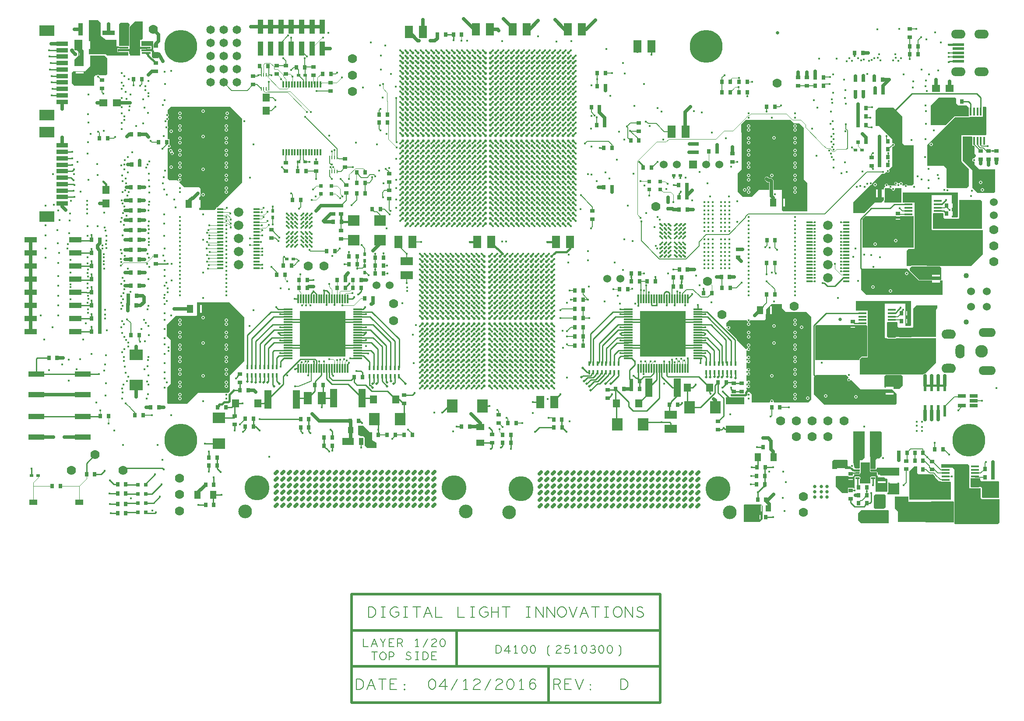
<source format=gbr>
G04 ================== begin FILE IDENTIFICATION RECORD ==================*
G04 Layout Name:  2510300_REV-D.brd*
G04 Film Name:    L01_top.gbr*
G04 File Format:  Gerber RS274X*
G04 File Origin:  Cadence Allegro 16.6-2015-S051*
G04 Origin Date:  Tue Apr 12 06:53:55 2016*
G04 *
G04 Layer:  VIA CLASS/TOP*
G04 Layer:  PIN/TOP*
G04 Layer:  ETCH/TOP*
G04 Layer:  DRAWING FORMAT/TITLE_BLOCK*
G04 *
G04 Offset:    (0.00 0.00)*
G04 Mirror:    No*
G04 Mode:      Positive*
G04 Rotation:  0*
G04 FullContactRelief:  No*
G04 UndefLineWidth:     0.00*
G04 ================== end FILE IDENTIFICATION RECORD ====================*
%FSLAX25Y25*MOIN*%
%IR0*IPPOS*OFA0.00000B0.00000*MIA0B0*SFA1.00000B1.00000*%
%ADD81O,.07X.11*%
%ADD78O,.11X.07*%
%ADD85O,.11X.067*%
%ADD72R,.063X.21*%
%ADD67R,.16X.06*%
%ADD87O,.13X.066*%
%ADD29R,.102X.083*%
%AMMACRO68*
4,1,22,.01673,-.00551,
-.01122,-.00551,
-.012177,-.005426,
-.013105,-.005178,
-.013975,-.004772,
-.014762,-.004221,
-.015441,-.003542,
-.015992,-.002755,
-.016398,-.001885,
-.016647,-.000957,
-.01673,0.0,
-.016647,.000956,
-.016398,.001884,
-.015993,.002755,
-.015442,.003541,
-.014763,.004221,
-.013976,.004772,
-.013105,.005178,
-.012178,.005426,
-.011221,.00551,
-.01122,.00551,
.01673,.00551,
.01673,-.00551,
0.0*
%
%ADD68MACRO68*%
%ADD66R,.14X.055*%
%ADD64R,.083X.102*%
%ADD44C,.01*%
%ADD45R,.055X.14*%
%ADD39C,.02*%
%ADD30R,.076X.12*%
%ADD82C,.04*%
%ADD63C,.022*%
%ADD13R,.122X.039*%
%ADD75R,.16X.075*%
%ADD51C,.014*%
%ADD61C,.06*%
%ADD83R,.145X.065*%
%ADD21C,.025*%
%ADD17C,.07*%
%ADD12C,.016*%
%ADD79R,.065X.145*%
%ADD48R,.039X.108*%
%ADD15R,.118X.084*%
%ADD71R,.071X.177*%
%ADD42C,.072*%
%ADD33C,.065*%
%ADD65R,.06X.06*%
%ADD88C,.096*%
%ADD74R,.115X.11*%
%AMMACRO70*
4,1,20,-.03248,.04724,
-.03248,-.04724,
-.01535,-.04724,
-.01535,-.0748,
-.00433,-.0748,
-.00433,-.04724,
.00433,-.04724,
.00433,-.0748,
.01535,-.0748,
.01535,-.04724,
.03248,-.04724,
.03248,.04724,
.01535,.04724,
.01535,.0748,
.00433,.0748,
.00433,.04724,
-.00433,.04724,
-.00433,.0748,
-.01535,.0748,
-.01535,.04724,
-.03248,.04724,
0.0*
%
%ADD70MACRO70*%
%ADD55R,.031X.031*%
%ADD25R,.032X.03*%
%ADD80R,.06X.03*%
%ADD52R,.012X.05*%
%ADD47R,.01X.025*%
%ADD46R,.02X.025*%
%ADD27R,.031X.031*%
%ADD16R,.03X.032*%
%AMMACRO69*
4,1,22,-.01673,.00551,
.01122,.00551,
.012177,.005426,
.013105,.005178,
.013975,.004772,
.014762,.004221,
.015441,.003542,
.015992,.002755,
.016398,.001885,
.016647,.000957,
.01673,0.0,
.016647,-.000956,
.016398,-.001884,
.015993,-.002755,
.015442,-.003541,
.014763,-.004221,
.013976,-.004772,
.013105,-.005178,
.012178,-.005426,
.011221,-.00551,
.01122,-.00551,
-.01673,-.00551,
-.01673,.00551,
0.0*
%
%ADD69MACRO69*%
%ADD57R,.04X.05*%
%ADD31R,.07X.012*%
%ADD11R,.025X.02*%
%ADD50R,.07X.013*%
%ADD49R,.013X.07*%
%ADD84R,.016X.06*%
%ADD73R,.06X.015*%
%ADD40R,.016X.032*%
%ADD35R,.05X.017*%
%ADD76R,.06X.016*%
%AMMACRO43*
4,1,38,.00354,-.01626,
.00167,-.017829,
-.000443,-.019049,
-.002736,-.019884,
-.00514,-.020307,
-.00758,-.020307,
-.009984,-.019884,
-.012277,-.019049,
-.01439,-.017829,
-.01626,-.01626,
-.017829,-.01439,
-.019049,-.012277,
-.019884,-.009984,
-.020307,-.00758,
-.020307,-.00514,
-.019884,-.002736,
-.019049,-.000443,
-.017829,.00167,
-.01626,.00354,
-.00353,.01627,
-.00166,.017839,
.000453,.019059,
.002746,.019894,
.00515,.020317,
.00759,.020317,
.009994,.019894,
.012287,.019059,
.0144,.017839,
.01627,.01627,
.017839,.0144,
.019059,.012287,
.019894,.009994,
.020317,.00759,
.020317,.00515,
.019894,.002746,
.019059,.000453,
.017839,-.00166,
.01627,-.00353,
.00354,-.01626,
0.0*
%
%ADD43MACRO43*%
%ADD36C,.104*%
%ADD19R,.063X.05*%
%ADD18R,.09X.032*%
%ADD10R,.06X.044*%
%ADD41C,.001*%
%ADD20R,.05X.063*%
%ADD32C,.25*%
%ADD23R,.055X.06*%
%ADD38R,.055X.06*%
%ADD24R,.06X.055*%
%ADD77R,.024X.085*%
%ADD37C,.19*%
%ADD28C,.005*%
%ADD86R,.089X.02*%
%ADD58R,.036X.056*%
%ADD62R,.095X.063*%
%ADD14R,.096X.044*%
%ADD54R,.35X.35*%
%ADD53R,.063X.095*%
%ADD34R,.095X.083*%
%ADD59R,.083X.095*%
%ADD56R,.087X.056*%
%ADD26R,.098X.038*%
%ADD22R,.038X.098*%
%ADD60R,.087X.079*%
%ADD89C,.011*%
%ADD90C,.012*%
%ADD91C,.015*%
%ADD92C,.004*%
%ADD93C,.006*%
%ADD94C,.008*%
%ADD95C,.00399*%
%ADD97R,.00304X.02004*%
%ADD101R,.00504X.05004*%
%ADD102R,.03204X.00604*%
%ADD100R,.00604X.03204*%
%ADD99C,.02604*%
%ADD98R,.01504X.06004*%
%ADD96R,.06004X.01504*%
G75*
%LPD*%
G75*
G36*
G01X44000Y335000D02*
X42000Y337000D01*
Y345000D01*
X43000Y346000D01*
X52000D01*
X56000Y350000D01*
Y358000D01*
X67000D01*
X69000Y356000D01*
Y344000D01*
X68000Y343000D01*
X62836D01*
X62783Y343040D01*
G03X61217I-783J-1040D01*
G01X61164Y343000D01*
X60000D01*
X59000Y342000D01*
Y335000D01*
X44000D01*
G37*
G36*
G01Y350000D02*
Y355000D01*
X47000Y358000D01*
Y361000D01*
X46000Y362000D01*
X44002D01*
Y362475D01*
X44000Y362477D01*
Y370000D01*
X50000D01*
Y369002D01*
X49998D01*
Y362998D01*
X50002D01*
X51000Y362000D01*
Y350002D01*
X44998D01*
Y350000D01*
X44000D01*
G37*
G36*
G01X69000Y358000D02*
X68000Y359000D01*
X55000D01*
Y362998D01*
X56002D01*
Y369002D01*
X55000D01*
Y385000D01*
X62000D01*
X64000Y383000D01*
Y373000D01*
X68000Y370000D01*
X76000D01*
Y365000D01*
X77498D01*
Y364498D01*
X85000D01*
Y363502D01*
X76498D01*
Y360498D01*
X83792D01*
X85000Y359291D01*
Y358000D01*
X69000D01*
G37*
G36*
G01X78000Y365102D02*
Y382000D01*
X79000Y383000D01*
X85000D01*
X86000Y382000D01*
Y380709D01*
X85498Y380208D01*
Y365498D01*
X85102Y365102D01*
X78000D01*
G37*
G36*
G01X87000Y358000D02*
X85502Y359498D01*
Y361164D01*
X77498D01*
Y361000D01*
X77000D01*
Y363000D01*
X77498D01*
Y362898D01*
X85502D01*
Y363000D01*
X86000D01*
Y380000D01*
X90000Y384000D01*
X96000D01*
Y371000D01*
X95002Y370002D01*
X93998D01*
Y359998D01*
X94000D01*
Y358000D01*
X87000D01*
G37*
G36*
G01X104000Y356000D02*
X103000Y357000D01*
Y361000D01*
X102502D01*
Y361164D01*
X99096D01*
X99054Y361185D01*
G03X97946I-554J-1122D01*
G01X97904Y361164D01*
X95000D01*
Y362748D01*
X98500D01*
G03X99054Y362878I-1J1252D01*
G01X99096Y362898D01*
X102502D01*
Y365102D01*
X99096D01*
X99054Y365122D01*
G03X98500Y365252I-555J-1122D01*
G01X95000D01*
Y369000D01*
X104000D01*
Y367102D01*
X103898D01*
Y363098D01*
X104000D01*
Y362000D01*
X104551Y361449D01*
X104448Y361202D01*
X104398D01*
Y360598D01*
X108000D01*
Y356000D01*
X104000D01*
G37*
G36*
G01X137300Y170000D02*
X161700D01*
X173100Y158600D01*
Y125200D01*
X162100Y114200D01*
Y102100D01*
X161000Y101000D01*
X138000D01*
X129600Y92600D01*
X115100D01*
X114600Y93100D01*
Y105100D01*
X117300Y107800D01*
Y141200D01*
X114300Y144200D01*
Y152900D01*
X120900Y159500D01*
X136700D01*
X137300Y160100D01*
Y170000D01*
G37*
G36*
G01X138900Y240300D02*
Y241998D01*
X140002D01*
Y248002D01*
X138900D01*
Y249700D01*
X140000Y250800D01*
Y256200D01*
X138700Y257500D01*
X127600D01*
X123611Y261489D01*
X123872Y262080D01*
X124008Y262074D01*
G03X122944Y262713I57J1301D01*
G01X123023Y262579D01*
X122772Y262328D01*
X122300Y262800D01*
X116300D01*
X115000Y264100D01*
Y287243D01*
X115400Y287557D01*
X115494Y287534D01*
G03X116235Y290027I307J1265D01*
G01X116102Y290074D01*
Y294102D01*
X115000D01*
Y302514D01*
X115024Y302559D01*
G03Y303801I-1144J621D01*
G01X115000Y303846D01*
Y308320D01*
X115113Y308374D01*
G03Y310722I-563J1174D01*
G01X115000Y310776D01*
Y311225D01*
X115113Y311279D01*
G03Y313627I-563J1174D01*
G01X115000Y313681D01*
Y316600D01*
X117400Y319000D01*
X162600D01*
X171600Y310000D01*
Y261300D01*
X152652Y242352D01*
X151798D01*
Y241498D01*
X150600Y240300D01*
X138900D01*
G37*
G36*
G01X260000Y69000D02*
Y76000D01*
X264000D01*
X269000Y71000D01*
X270500D01*
Y65000D01*
X274000Y63000D01*
Y59000D01*
X267000D01*
X265000Y61000D01*
Y67000D01*
X264000Y68000D01*
X262000D01*
X260000Y69000D01*
G37*
G36*
G01X559600Y93700D02*
Y99900D01*
X555600Y103900D01*
X555500D01*
X555400Y104000D01*
Y104874D01*
X556005Y105106D01*
X556097Y105004D01*
G03Y106746I968J871D01*
G01X556005Y106644D01*
X555400Y106876D01*
Y108024D01*
X556005Y108256D01*
X556097Y108154D01*
G03Y109896I968J871D01*
G01X556005Y109794D01*
X555400Y110026D01*
Y114324D01*
X556005Y114556D01*
X556097Y114454D01*
G03Y116196I968J871D01*
G01X556005Y116094D01*
X555400Y116326D01*
Y117474D01*
X556005Y117706D01*
X556097Y117604D01*
G03Y119346I968J871D01*
G01X556005Y119244D01*
X555400Y119476D01*
Y123774D01*
X556005Y124006D01*
X556097Y123904D01*
G03Y125646I968J871D01*
G01X556005Y125544D01*
X555400Y125776D01*
Y126924D01*
X556005Y127156D01*
X556097Y127054D01*
G03Y128796I968J871D01*
G01X556005Y128694D01*
X555400Y128926D01*
Y133224D01*
X556005Y133456D01*
X556097Y133354D01*
G03X555790Y134487I968J870D01*
G01X555766Y134370D01*
X555200Y134200D01*
X548052Y141348D01*
Y141836D01*
X540300Y149587D01*
Y150156D01*
X540637D01*
X540686Y150028D01*
G03X540982Y151423I1214J471D01*
G01X540887Y151329D01*
X540300Y151573D01*
Y154400D01*
X542300Y156400D01*
X555755D01*
X555765Y156210D01*
G03X558365I1300J65D01*
G01X558375Y156400D01*
X569100D01*
X570100Y157400D01*
Y160998D01*
X570502D01*
Y164702D01*
X574400Y168600D01*
X582500D01*
Y165700D01*
X585600Y162600D01*
X601300D01*
X605000Y158900D01*
Y96000D01*
X602700Y93700D01*
X576396D01*
X576085Y94121D01*
X576115Y94217D01*
G03X573625I-1245J383D01*
G01X573655Y94121D01*
X573344Y93700D01*
X559600D01*
G37*
G36*
G01X553500Y2500D02*
Y15500D01*
X554000Y16000D01*
X567000D01*
X568000Y15000D01*
Y7802D01*
X567898D01*
Y4898D01*
X565500Y2500D01*
X553500D01*
G37*
G36*
G01X583300Y239300D02*
X582400Y240200D01*
Y255400D01*
X582359Y255500D01*
X576312D01*
Y262815D01*
X574508Y264618D01*
X572858D01*
X572238Y265238D01*
G03X569762Y262762I-1238J-1238D01*
G01X571408Y261116D01*
X572808D01*
Y255500D01*
X564700D01*
X559500Y250300D01*
X552900D01*
X548900Y254300D01*
Y268200D01*
X552000Y271300D01*
Y299100D01*
X551600Y299500D01*
Y305600D01*
X555000Y309000D01*
X589100D01*
X592000Y306100D01*
X596000D01*
X599300Y302800D01*
Y263400D01*
X601900Y260800D01*
Y239300D01*
X583300D01*
G37*
G36*
G01X635283Y110717D02*
X642500Y103500D01*
X666500D01*
X670000Y100000D01*
Y93000D01*
X669000Y92000D01*
X615000D01*
X607000Y100000D01*
Y113000D01*
X608500Y114500D01*
X631500D01*
X633217Y112783D01*
X633108Y112246D01*
X633009Y112206D01*
G03X634706Y110509I491J-1206D01*
G01X634746Y110608D01*
X635283Y110717D01*
G37*
G36*
G01X607810Y126000D02*
Y151875D01*
X608434Y152500D01*
X647000D01*
X647498Y152002D01*
Y128502D01*
X643292D01*
X641498Y126708D01*
Y126000D01*
X607810D01*
G37*
G36*
G01X650204Y37000D02*
X650000D01*
Y36866D01*
X649941Y36808D01*
G03Y35318I744J-745D01*
G01X650000Y35260D01*
Y32000D01*
X642000D01*
Y35260D01*
X642059Y35318D01*
G03Y36808I-744J745D01*
G01X642000Y36866D01*
Y37000D01*
X641796D01*
X641757Y37018D01*
G03X641315Y37116I-444J-955D01*
G01X638018D01*
Y37000D01*
X638000D01*
Y28014D01*
X637827Y27990D01*
G03X637619Y27945I170J-1291D01*
G01X637522Y27915D01*
X637102Y28226D01*
Y28602D01*
X632898D01*
Y24500D01*
X628500D01*
X623500Y29500D01*
Y37000D01*
X624000Y37500D01*
X624498D01*
Y37498D01*
X630502D01*
Y37500D01*
X632898D01*
Y37098D01*
X633398D01*
Y36798D01*
X636602D01*
Y37098D01*
X637102D01*
Y37602D01*
X637500Y38000D01*
Y38998D01*
X638018D01*
Y38947D01*
X641315D01*
G03X642354Y39831I0J1053D01*
G01X642381Y39998D01*
X643002D01*
Y44002D01*
X642502D01*
Y48000D01*
X649498D01*
Y43564D01*
X649436D01*
Y41267D01*
X650267Y40436D01*
X654736D01*
X654848Y40302D01*
Y37998D01*
X655498D01*
Y36498D01*
X660502D01*
X661500Y35500D01*
X662500D01*
X663000Y35000D01*
Y25500D01*
X654000D01*
Y37000D01*
X653982D01*
Y37116D01*
X650685D01*
G03X650243Y37018I2J-1053D01*
G01X650204Y37000D01*
G37*
G36*
G01X641645Y41000D02*
X641617Y41008D01*
G03X641315Y41053I-304J-1008D01*
G01X638018D01*
Y41002D01*
X637102D01*
Y41102D01*
X636398D01*
X634500Y43000D01*
X630502D01*
Y43502D01*
X624498D01*
Y43000D01*
X621000D01*
Y49000D01*
X622000Y50000D01*
X632000D01*
X632500Y49500D01*
Y45500D01*
X633000Y45000D01*
X634604D01*
X634645Y44853D01*
G03X635999Y43902I1255J347D01*
G01X636091Y43909D01*
X637000Y43000D01*
X637085D01*
X637197Y42498D01*
X642000D01*
Y41000D01*
X641645D01*
G37*
G36*
G01X640500Y9000D02*
X642900Y11500D01*
X663500D01*
X664000Y11000D01*
Y2000D01*
X663500Y1500D01*
X643000D01*
X640500Y4000D01*
Y9000D01*
G37*
G36*
G01X653500Y12500D02*
X652500Y13500D01*
Y22500D01*
X653500Y23500D01*
X661000D01*
X661500Y23000D01*
Y13500D01*
X660000Y12500D01*
X653500D01*
G37*
G36*
G01X642000Y49500D02*
Y43500D01*
X638000D01*
X637000Y48000D01*
Y71500D01*
X645500D01*
Y51500D01*
X643500Y49500D01*
X642000D01*
G37*
G36*
G01X650000Y43000D02*
Y52000D01*
X649500Y52500D01*
Y71500D01*
X658000D01*
X658500Y71000D01*
Y53000D01*
X656500Y51000D01*
X655000D01*
X654000Y50000D01*
Y43021D01*
X650685D01*
G03X650495Y43003I4J-1053D01*
G01X650477Y43000D01*
X650000D01*
G37*
G36*
G01X657498Y38002D02*
X655000Y41000D01*
X653982D01*
Y41053D01*
X650685D01*
G03X650562Y41045I7J-1053D01*
G01X650466Y41034D01*
X650000Y41500D01*
Y42498D01*
X654502D01*
Y43002D01*
X655000Y43500D01*
Y44000D01*
X672000D01*
Y38000D01*
X670502D01*
Y38002D01*
X664498D01*
Y38000D01*
X661502D01*
Y38002D01*
X657498D01*
G37*
G36*
G01X700000Y124000D02*
X691647Y115647D01*
X691561Y115650D01*
G03X690194Y115067I-61J-1750D01*
G01X690134Y115000D01*
X642000D01*
Y126500D01*
X643500Y128000D01*
X648000D01*
Y163500D01*
X639000D01*
Y171000D01*
X681000D01*
Y152500D01*
X680500Y152000D01*
X676500D01*
Y169000D01*
X661000D01*
Y143000D01*
X661500Y142500D01*
X662620D01*
Y142410D01*
X669624D01*
Y142500D01*
X671098D01*
Y142498D01*
X681902D01*
Y142500D01*
X700000D01*
Y124000D01*
G37*
G36*
G01X647000Y175500D02*
X643000Y179500D01*
Y194500D01*
X644000Y195500D01*
X678000D01*
X679198Y194302D01*
Y194192D01*
X686892Y186498D01*
X696998D01*
Y184998D01*
X703002D01*
Y186498D01*
X704108D01*
X704109Y186500D01*
X705000D01*
Y175500D01*
X647000D01*
G37*
G36*
G01X644000Y211500D02*
Y233499D01*
X646001Y235500D01*
X669398D01*
Y235298D01*
X672602D01*
Y235500D01*
X683000D01*
Y211500D01*
X644000D01*
G37*
G36*
G01X649824Y259224D02*
X649922Y259210D01*
G03X651390Y260678I178J1290D01*
G01X651376Y260776D01*
X658400Y267800D01*
X660700D01*
X661988Y269088D01*
X662272Y269087D01*
G03X664113Y270928I928J913D01*
G01X664112Y271212D01*
X666500Y273600D01*
Y288295D01*
X666909Y288628D01*
X666997Y288614D01*
G03X666970Y291182I203J1286D01*
G01X666879Y291165D01*
X666500Y291482D01*
Y294100D01*
X656500Y304100D01*
X653700D01*
Y316200D01*
X655700Y318200D01*
X667400D01*
X674200Y311400D01*
Y291000D01*
X675700Y289500D01*
X683000D01*
Y260200D01*
X681600Y258800D01*
X678175D01*
X678128Y258933D01*
G03X675672I-1228J-433D01*
G01X675625Y258800D01*
X674461D01*
X674192Y259344D01*
X674267Y259442D01*
G03X672072Y260823I-1035J790D01*
G01X672040Y260760D01*
X671678Y260600D01*
X671610Y260619D01*
G03X671017Y260642I-346J-1255D01*
G01X670940Y260627D01*
X670575Y260858D01*
X670555Y260934D01*
G03X669710Y259371I-1260J-329D01*
G01X669972Y259206D01*
G03X670001Y259048I1292J156D01*
G01X670007Y259025D01*
Y258800D01*
X666134D01*
G03X664466I-834J-1000D01*
G01X663720D01*
X663404Y259097D01*
X663400Y259176D01*
G03X661065Y258310I-1300J-76D01*
G01X661171Y258171D01*
X660200Y257200D01*
Y256552D01*
X660098D01*
Y255902D01*
X658598D01*
Y249898D01*
X660098D01*
Y249248D01*
X660200D01*
Y247900D01*
X658100Y245800D01*
X653100D01*
X645300Y238000D01*
X636700D01*
Y246100D01*
X649824Y259224D01*
G37*
G36*
G01X713500Y2400D02*
X671000Y2493D01*
Y10500D01*
X668500Y13000D01*
Y22000D01*
X678898D01*
Y18998D01*
X679000D01*
Y18000D01*
X713100Y18200D01*
X713500Y17800D01*
Y2400D01*
G37*
G36*
G01X663000Y23500D02*
Y24998D01*
X663502D01*
Y32500D01*
X664498D01*
Y31998D01*
X670502D01*
Y32500D01*
X671500D01*
X672000Y32000D01*
Y24000D01*
X671500Y23500D01*
X663000D01*
G37*
G36*
G01X667502Y104000D02*
Y105502D01*
X661498D01*
Y104852D01*
X661251Y104749D01*
X660500Y105500D01*
Y113500D01*
X661498Y114498D01*
X673502D01*
X674500Y113500D01*
Y106500D01*
X672000Y104000D01*
X667502D01*
G37*
G36*
G01X701000Y167500D02*
Y165500D01*
X700000Y164000D01*
Y143502D01*
X662500D01*
Y154500D01*
X663000Y155000D01*
X670000D01*
X670500Y154500D01*
Y151500D01*
X671500Y150500D01*
X682000D01*
X682500Y151000D01*
Y165000D01*
X685000Y167500D01*
X701000D01*
G37*
G36*
G01X660500Y246000D02*
Y247491D01*
X660702Y247692D01*
Y256992D01*
X660709Y257000D01*
X664269D01*
X664329Y256933D01*
G03X665529Y256518I972J867D01*
G01X665619Y256534D01*
X665995Y256233D01*
X665999Y256142D01*
G03X668566Y256506I1301J59D01*
G01X668543Y256600D01*
X668857Y257000D01*
X673500D01*
Y246000D01*
X660500D01*
G37*
G36*
G01X679400Y19500D02*
Y40798D01*
X679402D01*
Y41102D01*
X683200Y44900D01*
X685500D01*
Y44202D01*
X685498D01*
Y40998D01*
X685500D01*
Y39800D01*
X686400Y38900D01*
X694725D01*
X694727Y38898D01*
X697826D01*
X698272Y38452D01*
Y38290D01*
X699200Y37362D01*
Y36700D01*
X702300Y33600D01*
X703676D01*
Y33378D01*
X710680D01*
Y33420D01*
X711200Y32900D01*
Y19700D01*
X711000Y19500D01*
X679400D01*
G37*
G36*
G01X704000Y187100D02*
X703900Y187000D01*
X687100D01*
X679700Y194400D01*
Y195800D01*
X681200Y197300D01*
X692500D01*
X692600Y197200D01*
X703000D01*
X704000Y196200D01*
Y187100D01*
G37*
G36*
G01X677500Y197500D02*
Y209000D01*
X679000Y210500D01*
X683500D01*
Y210998D01*
X683502D01*
Y236002D01*
X683500D01*
Y246000D01*
X674500D01*
Y253500D01*
X716500D01*
Y235000D01*
X716000Y234500D01*
X712000D01*
Y235898D01*
X712402D01*
Y239102D01*
X712000D01*
Y241898D01*
X712402D01*
Y245102D01*
X712000D01*
Y251500D01*
X696500D01*
Y225500D01*
X697000Y225000D01*
X735500D01*
Y206500D01*
X726500Y197500D01*
X703409D01*
X703208Y197702D01*
X692808D01*
X692708Y197802D01*
X680992D01*
X680691Y197500D01*
X677500D01*
G37*
G36*
G01X714400Y1000D02*
X714002Y1398D01*
Y18008D01*
X713800Y18209D01*
Y42500D01*
X712500Y43800D01*
X703900D01*
X703800Y43900D01*
Y46500D01*
X724100D01*
X725100Y45500D01*
Y28300D01*
X725920D01*
Y28260D01*
X732924D01*
Y28300D01*
X733700D01*
X734000Y28000D01*
Y20900D01*
X735000Y19900D01*
X748300D01*
Y2200D01*
X747100Y1000D01*
X714400D01*
G37*
G36*
G01X697502Y226002D02*
Y237502D01*
X698000Y238000D01*
X705000D01*
X705500Y237500D01*
Y234500D01*
X706500Y233500D01*
X710998D01*
Y233498D01*
X716415D01*
X716416Y233500D01*
X717000D01*
X717500Y234000D01*
Y234584D01*
X717502Y234585D01*
Y248000D01*
X734000D01*
X735000Y247000D01*
Y226002D01*
X697502D01*
G37*
G36*
G01X708600Y257000D02*
X707900Y257700D01*
Y271600D01*
X705700Y273800D01*
X693100D01*
Y290000D01*
X707498Y304398D01*
X707608D01*
X714208Y310998D01*
X725502D01*
Y311400D01*
X735200D01*
X735500Y311700D01*
Y318800D01*
X737800D01*
X738200Y318400D01*
Y297900D01*
X737400Y297100D01*
X727816D01*
X727515Y297402D01*
X719098D01*
Y277585D01*
X719600Y277084D01*
Y276600D01*
X724700Y271500D01*
Y258400D01*
X723300Y257000D01*
X708600D01*
G37*
G36*
G01X695800Y304900D02*
Y319900D01*
X701700Y325800D01*
X714400D01*
X715200Y325000D01*
Y324602D01*
X715098D01*
Y321398D01*
X715303D01*
X716900Y319800D01*
X723200D01*
X724978Y318022D01*
Y311500D01*
X714000D01*
X707400Y304900D01*
X695800D01*
G37*
G36*
G01X731600Y253300D02*
X727500Y257400D01*
Y270600D01*
X720100Y278000D01*
Y296400D01*
X727100D01*
X727538Y295963D01*
Y289376D01*
X728590D01*
X729100Y288867D01*
Y280019D01*
X728780Y279700D01*
G03X728700Y277098I-80J-1300D01*
G01X728783D01*
X729100Y276781D01*
Y274700D01*
X732700Y271100D01*
X744800D01*
Y254200D01*
X743900Y253300D01*
X731600D01*
G37*
G36*
G01X735002Y28415D02*
X734115Y29302D01*
X726102D01*
Y35938D01*
X729590D01*
X729629Y35898D01*
X733400D01*
Y34700D01*
X734500Y33600D01*
X747600D01*
X747900Y33300D01*
Y20902D01*
X735415D01*
X735002Y21315D01*
Y28415D01*
G37*
%LPC*%
G75*
G36*
G01X118467Y285100D02*
G03X118726Y284630I389J-92D01*
G02X117033Y283700I-426J-1230D01*
G03X116774Y284170I-389J92D01*
G02X118467Y285100I426J1230D01*
G37*
G54D97*
X47850Y359000D03*
G54D101*
X566750Y13000D03*
G54D102*
X636500Y150900D03*
X635000Y34900D03*
X671000Y233400D03*
G54D100*
X566000Y6200D03*
X677600Y161500D03*
Y155500D03*
G54D99*
X124065Y118475D03*
Y109025D03*
Y96425D03*
Y99575D03*
X141870Y113850D03*
X124065Y115325D03*
Y105875D03*
Y134225D03*
Y137375D03*
Y143675D03*
Y146825D03*
Y124775D03*
X141870Y138850D03*
X124065Y127925D03*
Y156275D03*
Y153125D03*
X141870Y158100D03*
X159675Y118475D03*
Y105875D03*
Y109025D03*
Y115325D03*
Y134225D03*
Y127925D03*
Y137375D03*
Y143675D03*
Y146825D03*
Y124775D03*
Y156275D03*
Y153125D03*
X117500Y272900D03*
Y300300D03*
X141770Y252000D03*
X124065Y266525D03*
Y301175D03*
Y294875D03*
Y291725D03*
X141870Y271350D03*
Y296350D03*
X124065Y285425D03*
Y282275D03*
Y272825D03*
Y275975D03*
Y304325D03*
Y310625D03*
Y313775D03*
X141870Y315600D03*
X159675Y263375D03*
Y253925D03*
Y266525D03*
Y257075D03*
Y294875D03*
Y301175D03*
Y291725D03*
Y285425D03*
Y275975D03*
Y282275D03*
Y272825D03*
Y304325D03*
X160225Y313775D03*
X159675Y310625D03*
X557065Y146825D03*
Y137375D03*
Y143675D03*
Y153125D03*
X574870Y113850D03*
X576650Y138850D03*
X576400Y152000D03*
X592675Y96425D03*
X602100Y96900D03*
X592675Y99575D03*
Y109025D03*
Y105875D03*
Y124775D03*
Y115325D03*
Y118475D03*
Y127925D03*
Y137375D03*
Y146825D03*
Y143675D03*
Y134225D03*
Y153125D03*
Y156275D03*
X597500Y150900D03*
X554100Y255600D03*
X557065Y266525D03*
Y263375D03*
Y257075D03*
Y253925D03*
Y301175D03*
Y294875D03*
Y291725D03*
Y285425D03*
Y282275D03*
Y275975D03*
Y272825D03*
Y304325D03*
X574870Y266670D03*
X592675Y266525D03*
Y263375D03*
Y257075D03*
Y253925D03*
Y301175D03*
Y294875D03*
X576600Y295300D03*
X592675Y291725D03*
Y285425D03*
Y282275D03*
Y272825D03*
Y275975D03*
Y304325D03*
X615950Y98500D03*
X638750Y97750D03*
X652000Y181700D03*
X665020Y178500D03*
X677500Y192000D03*
X653500Y214300D03*
X669300Y217050D03*
X653600Y259600D03*
X696100Y290400D03*
X733700Y261300D03*
X735300Y255500D03*
G54D98*
X140250Y165000D03*
X574250Y164000D03*
X584250Y246000D03*
X654850Y252900D03*
G54D96*
X48000Y344750D03*
X664500Y100250D03*
X658500Y32750D03*
X700000Y190250D03*
%LPD*%
G75*
G54D10*
X12480Y17500D03*
X47520D03*
G54D20*
X47000Y366000D03*
X59000D03*
X137400Y23100D03*
X132000Y165000D03*
X144000D03*
X131000Y245000D03*
X143000D03*
X149400Y23100D03*
X564200Y51800D03*
X566000Y164000D03*
X576200Y51800D03*
X578000Y164000D03*
X576000Y246000D03*
X588000D03*
X651100Y252900D03*
X661600Y7000D03*
X671000Y18000D03*
X659000D03*
X663100Y252900D03*
X673600Y7000D03*
G54D11*
X11100Y38000D03*
X16100D03*
X49500Y359000D03*
X44500D03*
X205500Y203000D03*
X210500D03*
X214500Y277000D03*
Y343000D03*
X219500Y277000D03*
Y343000D03*
X500100Y266700D03*
X505100D03*
X643500Y286000D03*
X638500D03*
G54D12*
X11100Y43100D03*
X20900Y141700D03*
X10550Y152200D03*
X18300Y160000D03*
X10550Y162700D03*
Y172300D03*
Y182400D03*
Y192700D03*
Y212700D03*
Y202400D03*
X27926Y67126D03*
X36326D03*
X31300Y99626D03*
X34600Y122500D03*
X24400Y118400D03*
X35100Y127500D03*
X27100Y150800D03*
X31400Y160000D03*
Y175000D03*
Y167500D03*
Y190000D03*
Y182500D03*
X21900Y204000D03*
Y211000D03*
X32100Y207500D03*
X31400Y200000D03*
X38600Y210900D03*
X38800Y214100D03*
X21900Y220800D03*
Y228700D03*
X30900Y225000D03*
X31100Y215000D03*
X21900Y243600D03*
X37200Y240100D03*
X28100Y244300D03*
X31500Y240000D03*
X32400Y232500D03*
X27400Y267500D03*
X34500Y295500D03*
Y317300D03*
X26668Y327632D03*
X26574Y337474D03*
X27347Y332553D03*
X26405Y342395D03*
X25084Y347316D03*
X25763Y352237D03*
X26100Y367000D03*
X24942Y357158D03*
X24379Y362079D03*
X45600Y118900D03*
X48100Y126500D03*
X39400Y126300D03*
Y110400D03*
X56800Y130600D03*
X50400Y141700D03*
X54100Y161800D03*
X52500Y154000D03*
X53900Y169600D03*
X54200Y175000D03*
X54100Y164700D03*
X54400Y172700D03*
X41000Y172300D03*
X53900Y184100D03*
X54200Y195000D03*
X53700Y180900D03*
X54000Y192200D03*
X54100Y189500D03*
X41000Y192700D03*
X40900Y181500D03*
Y183600D03*
X54000Y204200D03*
X53700Y199500D03*
X40900Y202300D03*
X53900Y220500D03*
Y228000D03*
X40100Y232300D03*
X40000Y222700D03*
X53600Y237700D03*
X53500Y240900D03*
X53600Y244100D03*
Y247300D03*
X40500Y237700D03*
X41100Y247300D03*
X43900Y259200D03*
X43932Y250132D03*
X43200Y262800D03*
X43347Y255053D03*
X54500Y263100D03*
X43400Y267500D03*
X48500Y254200D03*
X42079Y284579D03*
X43600Y271200D03*
X42037Y274737D03*
X42242Y279658D03*
X53900Y283100D03*
X46300Y276900D03*
X56300Y298100D03*
X54200Y291900D03*
Y313100D03*
X54600Y306900D03*
X48000Y336000D03*
X54400Y328100D03*
X53000Y338000D03*
X55000Y341000D03*
X71400Y9200D03*
X71000Y16200D03*
X70600Y24200D03*
X70900Y34100D03*
X66800Y41700D03*
X74200Y72200D03*
X69700Y77500D03*
X63500Y87500D03*
X60400Y93700D03*
X67650Y98850D03*
X67700Y108300D03*
X66550Y117750D03*
X67030Y122470D03*
X62426Y115374D03*
X67860Y129560D03*
X67200Y160553D03*
Y157648D03*
X56900Y151100D03*
Y160800D03*
X63100Y153600D03*
X68440Y148460D03*
X56900Y171300D03*
X63100Y163100D03*
Y172600D03*
X67300Y164100D03*
X66400Y195700D03*
X56900Y191400D03*
Y181700D03*
X63100Y182300D03*
Y192600D03*
X68300Y211100D03*
X68000Y214100D03*
X65100Y213300D03*
X65200Y210900D03*
X66100Y206500D03*
X66200Y204100D03*
X66100Y201400D03*
Y198800D03*
X56900Y201300D03*
Y210700D03*
X68240Y216960D03*
X68100Y220600D03*
X67400Y224500D03*
X66700Y227000D03*
X56900Y221100D03*
X61600Y227800D03*
X66520Y238220D03*
X63350Y245350D03*
X61600Y266900D03*
X66000Y262000D03*
X61100Y275400D03*
X66100Y300600D03*
X62000Y300000D03*
X66000Y329000D03*
X61050Y322050D03*
X62000Y342000D03*
X87000Y20600D03*
X81000Y61300D03*
X80300Y104200D03*
X81100Y107300D03*
X90800Y98000D03*
X80110Y96490D03*
X80610Y101210D03*
X83000Y93000D03*
X84800Y113293D03*
X84000Y109800D03*
X81400Y125300D03*
X82800Y116300D03*
X82200Y120900D03*
X85000Y136371D03*
Y139290D03*
X90800Y136400D03*
X83230Y141370D03*
X81980Y134280D03*
X81730Y143730D03*
X80020Y131920D03*
X81600Y128200D03*
X81480Y153180D03*
X80300Y146500D03*
X80260Y155540D03*
X84000Y157000D03*
X79620Y150820D03*
X84600Y163500D03*
X81000Y172400D03*
X86400Y178000D03*
X79440Y174440D03*
X81200Y176800D03*
X79420Y169720D03*
X79590Y164990D03*
X80550Y167350D03*
X84500Y195700D03*
X82500Y182500D03*
Y192500D03*
X81850Y186250D03*
X79590Y183890D03*
X80590Y188610D03*
X81800Y180000D03*
X80000Y207200D03*
X82250Y205150D03*
X79240Y198060D03*
X79190Y202790D03*
X82500Y202500D03*
Y210000D03*
X79330Y209870D03*
X79370Y200430D03*
X82500Y225000D03*
Y217500D03*
X81470Y228770D03*
X80550Y220950D03*
X79170Y231130D03*
X82500Y247500D03*
Y232500D03*
Y240000D03*
X83440Y235860D03*
X80590Y245310D03*
X81850Y242950D03*
X79770Y247670D03*
X80800Y238000D03*
X79800Y234100D03*
X85200Y254000D03*
X84200Y251200D03*
X83400Y257700D03*
X83100Y260500D03*
X82810Y264210D03*
X82600Y255200D03*
X80070Y266570D03*
X80500Y253800D03*
Y262300D03*
X81790Y271290D03*
X79400Y274400D03*
X84600Y274900D03*
X84440Y280740D03*
X82120Y278380D03*
X87700Y284200D03*
X81800Y275000D03*
X84370Y268930D03*
X79900Y302000D03*
X83800Y296200D03*
X75000Y296000D03*
X85470Y316170D03*
X81850Y308818D03*
Y311723D03*
X85800Y319200D03*
X90760Y304360D03*
X79900Y318520D03*
Y313790D03*
Y306700D03*
X81270Y335070D03*
X83626Y325027D03*
X82850Y330350D03*
X86600Y328300D03*
X88900Y335100D03*
X86250Y322050D03*
X79900Y337410D03*
Y332690D03*
Y325600D03*
X85200Y339800D03*
X81840Y342160D03*
X79900Y344500D03*
X88000Y360000D03*
Y368000D03*
X90000Y364000D03*
X79000Y374000D03*
Y378000D03*
Y381000D03*
X106000Y9900D03*
X103100Y11400D03*
X105300Y38800D03*
X109000Y21900D03*
X107200Y61200D03*
X98600Y90000D03*
X103000Y84000D03*
X99000Y96500D03*
X100080Y107120D03*
X99020Y109480D03*
X99970Y100030D03*
X99510Y121290D03*
X97130Y118930D03*
X100010Y126010D03*
X100200Y114200D03*
X94000Y140000D03*
X97400Y140300D03*
X100180Y128380D03*
X98240Y154360D03*
X95000Y149600D03*
X100610Y144910D03*
X97000Y156600D03*
X100300Y152000D03*
X97000Y172500D03*
X99400Y164500D03*
X100100Y167200D03*
X100880Y196880D03*
X100070Y187430D03*
X97400Y192500D03*
X96900Y182500D03*
X100420Y213420D03*
X99400Y206900D03*
X99140Y199240D03*
X100470Y203970D03*
X97900Y210000D03*
X97100Y202500D03*
X100380Y215780D03*
X100500Y218600D03*
X100200Y222600D03*
X100400Y225500D03*
X100300Y228200D03*
X100500Y231700D03*
X97400Y225000D03*
X96700Y217500D03*
X100630Y244130D03*
X100690Y246490D03*
X96900Y247500D03*
X97100Y240000D03*
Y232500D03*
X100300Y239900D03*
X100930Y253570D03*
X101000Y258300D03*
X97300Y257500D03*
X100680Y263020D03*
X99530Y274830D03*
X98670Y272470D03*
X100650Y267750D03*
X100800Y277200D03*
X93600Y277900D03*
X100300Y296000D03*
X102000Y293000D03*
X97200Y318400D03*
X96200Y306200D03*
X99700Y314100D03*
X97870Y331530D03*
X97900Y334700D03*
X96260Y324440D03*
X100100Y326800D03*
X100060Y329160D03*
X94000Y335000D03*
X100210Y338610D03*
X100240Y343340D03*
X92000Y360000D03*
Y368000D03*
X110100Y31100D03*
X111850Y42450D03*
X111000Y49900D03*
X117500Y83800D03*
X111800Y90000D03*
X124065Y109025D03*
Y96425D03*
Y99575D03*
X114100Y108900D03*
X112550Y104760D03*
X124065Y105875D03*
X122100Y101400D03*
X117800Y96300D03*
X124065Y118475D03*
Y124775D03*
X112550Y123650D03*
Y116570D03*
Y111840D03*
X124065Y115325D03*
X123625Y121625D03*
X124065Y134225D03*
Y137375D03*
X115439Y135739D03*
Y132820D03*
X124065Y143675D03*
X112550Y142550D03*
Y137830D03*
Y130740D03*
X124065Y127925D03*
X122625Y140525D03*
X124065Y156275D03*
Y153125D03*
Y146825D03*
X117500Y159800D03*
X112550Y161450D03*
Y156720D03*
Y149640D03*
X124575Y149975D03*
X117500Y145900D03*
X124065Y175175D03*
Y178325D03*
X114750Y177713D03*
X120000Y165000D03*
X114300Y170900D03*
X112240Y173260D03*
X112550Y175620D03*
Y168530D03*
X124065Y197225D03*
Y194075D03*
X114750Y180618D03*
X124065Y187775D03*
Y184625D03*
X112550Y194520D03*
X113830Y185070D03*
X124065Y190925D03*
Y181475D03*
X112550Y189790D03*
Y182710D03*
X117900Y186700D03*
X111400Y205500D03*
X124065Y203525D03*
Y206675D03*
Y212975D03*
X117900Y199100D03*
X112550Y211050D03*
Y201610D03*
X124065Y209825D03*
Y200375D03*
X114700Y199100D03*
X124065Y216125D03*
Y231875D03*
X112050Y229950D03*
X112300Y220500D03*
X124065Y228725D03*
Y219275D03*
Y225575D03*
Y222425D03*
Y235025D03*
X119700Y248400D03*
X112240Y237040D03*
X121000Y242200D03*
X111690Y265390D03*
X111260Y260660D03*
X112340Y255940D03*
X114200Y252000D03*
X124065Y266525D03*
Y253925D03*
Y257075D03*
Y263375D03*
X118300Y283400D03*
X117500Y272900D03*
X113010Y270110D03*
X124065Y282275D03*
Y272825D03*
Y275975D03*
Y301175D03*
Y294875D03*
Y291725D03*
X117200Y285400D03*
X111000Y287000D03*
X115800Y288800D03*
X117500Y300300D03*
X112000Y296500D03*
X124065Y285425D03*
X121675Y288575D03*
X120425Y298025D03*
X114550Y309548D03*
Y312453D03*
X113880Y303180D03*
X111350Y320150D03*
X124065Y304325D03*
Y310625D03*
Y313775D03*
X113200Y307900D03*
X124025Y307475D03*
X119000Y314900D03*
X112750Y336250D03*
X112500Y323800D03*
X117400Y346400D03*
X112500Y345700D03*
X138200Y15500D03*
X140250Y27350D03*
X143050Y62150D03*
X141870Y94600D03*
Y113850D03*
X137225Y112175D03*
X141870Y138850D03*
X136600Y130200D03*
X141870Y158100D03*
X130590Y149975D03*
X141870Y173350D03*
Y192600D03*
X144600Y211000D03*
X141870Y217600D03*
Y236850D03*
X141770Y252000D03*
X138000Y253000D03*
X137275Y260225D03*
X141870Y271350D03*
X138100Y276400D03*
X137325Y269675D03*
X141870Y296350D03*
Y315600D03*
X149900Y36600D03*
X155700Y23100D03*
X146200Y40900D03*
X155100Y40500D03*
X146200Y56100D03*
X159675Y105875D03*
Y99575D03*
X159525Y96425D03*
X159675Y109025D03*
X160825Y102725D03*
X159675Y118475D03*
Y124775D03*
Y115325D03*
X160875Y121625D03*
X159275Y112175D03*
X159675Y134225D03*
Y127925D03*
Y137375D03*
Y143675D03*
X160225Y140525D03*
X160925Y131075D03*
X159675Y156275D03*
Y146825D03*
Y153125D03*
X160675Y149975D03*
X159675Y175175D03*
Y178325D03*
Y184625D03*
Y197225D03*
Y187775D03*
Y194075D03*
Y190925D03*
Y181475D03*
X145600Y195700D03*
X159675Y212975D03*
Y200375D03*
Y209825D03*
Y203525D03*
Y206675D03*
X146200Y203400D03*
X146100Y198300D03*
X145000Y206000D03*
X146200Y213600D03*
X145000Y201000D03*
X146900Y208400D03*
X159675Y225575D03*
Y216125D03*
Y231875D03*
Y222425D03*
Y219275D03*
Y228725D03*
X146500Y218500D03*
X146600Y221000D03*
X144700Y223000D03*
X146500Y228500D03*
X146000Y225000D03*
X144700Y215900D03*
X159675Y235025D03*
X160000Y242000D03*
X159675Y263375D03*
Y253925D03*
Y266525D03*
Y257075D03*
Y260225D03*
Y275975D03*
Y282275D03*
Y272825D03*
Y294875D03*
Y301175D03*
Y291725D03*
Y285425D03*
X160225Y298025D03*
X159375Y288575D03*
X159675Y304325D03*
X160225Y313775D03*
X159675Y310625D03*
X160225Y307475D03*
X172100Y71300D03*
X166000Y72400D03*
X170000Y77000D03*
X171700Y93000D03*
X165300Y103000D03*
X166700Y112000D03*
X165700Y131500D03*
X177200Y151900D03*
X170400Y147800D03*
X177500Y213500D03*
X163000Y227000D03*
Y230000D03*
X177500Y218500D03*
X162500Y237500D03*
X163000Y233000D03*
X177500Y265000D03*
X170000Y274700D03*
X163400Y279125D03*
X162475Y269675D03*
X173100Y308000D03*
X166900Y306400D03*
X178334Y380066D03*
X192300Y52300D03*
X185000Y72100D03*
X184700Y80900D03*
X181900Y101700D03*
X180200Y164000D03*
X186900Y196000D03*
X193800Y196900D03*
X186900Y198500D03*
X187000Y211000D03*
X186900Y206000D03*
Y208500D03*
X195000Y229200D03*
X186000Y216000D03*
X186500Y228500D03*
X192000Y229000D03*
X187000Y225000D03*
X191000Y232000D03*
X187000Y221000D03*
X195000Y243000D03*
X191000Y239000D03*
X188000Y242000D03*
Y235000D03*
X186500Y238500D03*
X180350Y290350D03*
X197000Y319000D03*
Y324000D03*
X194000Y343000D03*
X184000D03*
X191953Y337953D03*
X211900Y106000D03*
X200950Y121050D03*
X212000Y119000D03*
X205900Y114200D03*
X200500Y141079D03*
Y131236D03*
X199100Y146600D03*
X200500Y160764D03*
Y150921D03*
X197600Y166100D03*
X211624Y172476D03*
X200900Y180600D03*
X207100Y180000D03*
X205800Y185800D03*
X205551Y212402D03*
X214600Y201500D03*
X208701Y212402D03*
X203500Y204600D03*
X211850Y212402D03*
X205551Y231299D03*
X208701Y228150D03*
X211850D03*
Y231299D03*
Y221850D03*
X208701Y218701D03*
X211850D03*
X208701Y215551D03*
X205551Y221850D03*
X199800Y219300D03*
X205551Y218701D03*
X199200Y216700D03*
X208701Y231299D03*
X205551Y228150D03*
Y215551D03*
X208701Y221850D03*
X211850Y215551D03*
X205551Y234449D03*
X214804Y241195D03*
X208701Y237598D03*
X205551D03*
X208701Y234449D03*
X211850D03*
Y237598D03*
X209000Y253000D03*
X202000Y273000D03*
X213900D03*
X201200Y340000D03*
X210000Y342000D03*
X209000Y347000D03*
X203000Y356000D03*
X209000Y371600D03*
X206600Y373100D03*
X217600Y70300D03*
X223600Y70200D03*
X224900Y84900D03*
X232350Y90050D03*
X230047Y124753D03*
X226110Y124890D03*
X216800Y124300D03*
X221700Y114100D03*
X222000Y124800D03*
X219700D03*
X225000Y138000D03*
X217000D03*
X225000Y130000D03*
X217000D03*
X225000Y154500D03*
X217000D03*
X225000Y162000D03*
X217000D03*
Y146000D03*
X225000D03*
X225800Y178400D03*
X217200Y167500D03*
X223500D03*
X220205Y167505D03*
X215900Y191300D03*
X226000Y187000D03*
Y182000D03*
X221299Y212402D03*
X218150D03*
X224449D03*
X222800Y209800D03*
X221299Y221850D03*
Y228150D03*
Y231299D03*
X218150Y228150D03*
Y231299D03*
Y221850D03*
Y218701D03*
X224449Y215551D03*
Y218701D03*
X221299D03*
Y215551D03*
X224449Y228150D03*
Y231299D03*
X218150Y215551D03*
X224449Y221850D03*
X221299Y234449D03*
Y237598D03*
X224449D03*
X218150D03*
X224449Y234449D03*
X227700Y239700D03*
X224500Y247800D03*
X218150Y234449D03*
X228000Y264000D03*
X227400Y250500D03*
X225500Y256000D03*
X223000Y277000D03*
X228000Y279000D03*
X219500Y311300D03*
X221000Y315000D03*
X224000D03*
X228100Y330900D03*
X219100Y356000D03*
X221000Y357300D03*
X238000Y56300D03*
X238800Y72900D03*
X240200Y56900D03*
X233984Y124984D03*
X241000Y114000D03*
X238000Y126600D03*
X243827Y125873D03*
X249200Y126700D03*
X246300Y126100D03*
X241000Y138000D03*
X249000D03*
X233000D03*
X241000Y130000D03*
X249000D03*
X233000D03*
X241000Y154500D03*
X249000D03*
X233000D03*
X241000Y162000D03*
X249000D03*
X233000D03*
X249000Y146000D03*
X241000D03*
X233000D03*
X233984Y179000D03*
X235953Y167800D03*
X247764Y167500D03*
X241858Y168042D03*
X237700Y183900D03*
X246000Y210900D03*
X249500Y199000D03*
X240100Y205300D03*
X233400Y231900D03*
X246036Y249106D03*
X246400Y263900D03*
X240000Y264000D03*
X247900Y250700D03*
X238800Y273000D03*
X241000D03*
X240016Y284984D03*
X240000Y274900D03*
X241984Y285984D03*
X237900Y296900D03*
X247500Y341100D03*
X244000Y345000D03*
X238634Y363334D03*
X233100Y371600D03*
X237100Y375300D03*
X267000Y63500D03*
X262300Y59300D03*
X263000Y78000D03*
X258550Y117550D03*
X253000Y124000D03*
X251100Y125600D03*
X253700Y127299D03*
X265900Y141100D03*
X267500Y130900D03*
X265900Y136500D03*
X265716Y146984D03*
X265900Y160764D03*
Y150921D03*
X265200Y166300D03*
X256800Y173900D03*
X259800Y175900D03*
X255500Y177000D03*
X253100Y184200D03*
X252200Y192100D03*
X266100Y187000D03*
X259100Y195600D03*
X262400Y213500D03*
X252900Y208400D03*
X255000Y244000D03*
X253000Y264000D03*
X255900Y272900D03*
X258300Y291500D03*
X263400Y333500D03*
X272200Y62800D03*
X275100Y73000D03*
X270000Y168500D03*
X272900Y194900D03*
X267700Y190500D03*
X282300Y192000D03*
X271200Y209300D03*
X272900Y206800D03*
X281800Y198000D03*
X279100Y207100D03*
X281600Y226200D03*
X284400Y239500D03*
X278950Y249850D03*
X283800Y236800D03*
X279050Y260550D03*
X270500Y265200D03*
X273000Y266000D03*
X281000Y271700D03*
X283600Y272200D03*
X275900Y270400D03*
X274200Y290100D03*
X276900Y300800D03*
X281400Y298100D03*
X277000Y317300D03*
X276500Y335350D03*
X278500Y326000D03*
X278921Y336122D03*
X277150Y347150D03*
X285000Y344000D03*
X280400Y365600D03*
X269650Y367850D03*
X277050Y357850D03*
X286000Y66000D03*
X298000Y73000D03*
X302300Y123600D03*
X301400Y145100D03*
X297314Y178611D03*
X293600Y169100D03*
X297314Y181389D03*
X297000Y184700D03*
Y206900D03*
X295696Y231996D03*
X299634D03*
Y228059D03*
X291759Y231996D03*
X295696Y228059D03*
Y247744D03*
Y243808D03*
X291759Y247744D03*
X299634Y239870D03*
X291759D03*
Y235934D03*
X295696D03*
X288900Y248100D03*
X288700Y241900D03*
X295696Y239870D03*
X299634Y247744D03*
Y243808D03*
Y235934D03*
X291759Y243808D03*
X295696Y251682D03*
X291759Y259556D03*
Y255618D03*
X299634Y263492D03*
Y259556D03*
X295696Y267430D03*
Y255618D03*
X291759Y263492D03*
X295696D03*
X299634Y251682D03*
X288800Y256900D03*
Y263100D03*
X291759Y251682D03*
X295696Y259556D03*
X299634Y267430D03*
X291759D03*
X299634Y255618D03*
X295696Y271366D03*
X299634Y283178D03*
X291759Y279241D03*
Y275304D03*
X299634Y279241D03*
X295696Y283178D03*
X291759D03*
X299634Y275304D03*
Y271366D03*
X295696Y275304D03*
X288800Y279400D03*
X291759Y271366D03*
X295696Y279241D03*
X291759Y287115D03*
X295696Y298948D03*
X299634Y291052D03*
Y298948D03*
X291759D03*
X295696Y291052D03*
Y287115D03*
X289100Y291900D03*
X299634Y287115D03*
X291759Y291052D03*
X289200Y287900D03*
X299634Y314696D03*
X291759Y318634D03*
X299634Y302885D03*
Y318634D03*
Y310759D03*
X295696Y302885D03*
X291759Y314696D03*
Y306822D03*
X295696Y310759D03*
X299634Y306822D03*
X291759Y302885D03*
X295696Y306822D03*
X291759Y310759D03*
X295696Y314696D03*
Y318634D03*
X291759Y322570D03*
X295696Y330444D03*
X288400Y334400D03*
X288900Y325600D03*
X291759Y326508D03*
X295696Y322570D03*
X299634Y330444D03*
X291759Y334382D03*
Y330444D03*
X295696Y326508D03*
Y334382D03*
X299634D03*
Y322570D03*
Y326508D03*
X295696Y354066D03*
X291759Y350129D03*
X299634Y354066D03*
X295696Y350130D03*
Y342256D03*
X299634Y350130D03*
X291759Y354066D03*
Y342256D03*
X295696Y338318D03*
Y346192D03*
X299634Y338318D03*
X291759D03*
Y346192D03*
X299634Y342256D03*
Y346192D03*
Y361941D03*
X295696Y358004D03*
X291759D03*
X299634D03*
X295696Y361941D03*
X291759D03*
X318000Y86000D03*
X306708Y108344D03*
X310644D03*
Y104408D03*
X318518D03*
Y108344D03*
X306708Y104408D03*
X303000Y101000D03*
X314582Y108344D03*
Y104408D03*
X306708Y112282D03*
Y116218D03*
Y120156D03*
X310644Y116218D03*
Y120156D03*
Y124092D03*
X318518D03*
X314582Y116218D03*
X318518Y112282D03*
X314582D03*
X318518Y116218D03*
Y120156D03*
X314582Y124092D03*
X306708D03*
X310644Y112282D03*
X314582Y120156D03*
X306708Y131966D03*
X314582Y143778D03*
X310644Y139841D03*
X306708D03*
X318518Y135904D03*
X310644D03*
X314582Y128030D03*
Y135904D03*
X306708D03*
X310644Y128030D03*
X318518Y143778D03*
Y139841D03*
X314582Y131966D03*
X310644Y143778D03*
X318518Y131966D03*
X306708Y128030D03*
Y143778D03*
X314582Y139841D03*
X318518Y128030D03*
X310644Y131966D03*
X318518Y151652D03*
X314582Y147715D03*
Y159548D03*
Y151652D03*
X318518Y159548D03*
X310644D03*
Y147715D03*
X306708Y159548D03*
Y147715D03*
Y151652D03*
X310644D03*
X303900Y152500D03*
X318518Y147715D03*
Y179234D03*
Y175296D03*
Y163485D03*
X306708Y179234D03*
Y175296D03*
Y171359D03*
X314582Y179234D03*
X310644Y171359D03*
Y163485D03*
X314582Y175296D03*
Y171359D03*
X310644Y167422D03*
X306708Y163485D03*
X310644Y179234D03*
X318518Y171359D03*
X306708Y167422D03*
X314582Y163485D03*
X310644Y175296D03*
X314582Y167422D03*
X318518D03*
Y194982D03*
Y183170D03*
X314582Y194982D03*
X318518Y187108D03*
X310644D03*
Y183170D03*
X306708D03*
X310644Y194982D03*
X306708Y187108D03*
X314582Y183170D03*
X318518Y191044D03*
X314582Y187108D03*
X306708Y194982D03*
Y191044D03*
X310644D03*
X314582D03*
X306708Y202856D03*
X310644D03*
Y198918D03*
X314582Y206792D03*
X318518Y198918D03*
X314582D03*
X318518Y202856D03*
X310644Y206792D03*
X306708D03*
X314582Y202856D03*
X306708Y198918D03*
X318518Y206792D03*
X315382Y228059D03*
X311444D03*
X307508D03*
X303570D03*
X319318Y231996D03*
X315382D03*
X307508D03*
X303570D03*
X319318Y228059D03*
X308000Y216000D03*
X311444Y231996D03*
X303570Y243807D03*
X307507Y247744D03*
X315381D03*
Y243807D03*
X311444D03*
X319318D03*
X311444Y247744D03*
X303570D03*
X319318Y235934D03*
X315382D03*
X311444D03*
X307508D03*
X319318Y239870D03*
X311444D03*
X307508D03*
X303570D03*
Y235934D03*
X315382Y239870D03*
X307508Y243808D03*
X319318Y247744D03*
X307507Y255618D03*
Y251681D03*
Y259555D03*
X311444Y263492D03*
X303570Y267429D03*
X307507D03*
X311444D03*
X315381Y263492D03*
X303570Y259555D03*
X315381Y267429D03*
X319318Y263492D03*
Y259555D03*
X303570Y263492D03*
Y251681D03*
X311444Y255618D03*
Y259555D03*
X315381Y251681D03*
Y255618D03*
X311444Y251682D03*
X307508Y263492D03*
X319318Y267430D03*
X303570Y255618D03*
X315382Y259556D03*
X319318Y255618D03*
Y251681D03*
X315381Y271366D03*
Y275304D03*
X319318Y271366D03*
Y275304D03*
X303571Y279241D03*
X311444Y275304D03*
X303570Y271366D03*
X307507D03*
Y275304D03*
X319319Y283179D03*
X315382D03*
X311445D03*
X319319Y279241D03*
X303570Y275304D03*
X315382Y279241D03*
X311444Y271366D03*
X307508Y283178D03*
Y279241D03*
X303571Y283179D03*
X311445Y279241D03*
X315382Y291053D03*
X307507Y291052D03*
X307508Y287115D03*
X319319Y291053D03*
X315382Y287115D03*
X307508Y298948D03*
X311445Y287115D03*
X303570Y291052D03*
X315382Y298948D03*
X319319D03*
X311445D03*
X311444Y291052D03*
X319318Y287115D03*
X303570Y298948D03*
X303571D03*
Y287115D03*
X307508Y310760D03*
X303571Y302886D03*
X307508Y314696D03*
X303571D03*
Y306822D03*
Y310760D03*
X311445D03*
X319319Y302886D03*
X311445D03*
X311444Y314696D03*
X315382Y306822D03*
X311445Y318634D03*
X315382Y310760D03*
X307508Y302886D03*
Y306822D03*
X319318Y310759D03*
X303570Y318634D03*
X311445Y306822D03*
X319319Y314696D03*
X315382D03*
X319319Y318634D03*
X315382D03*
X307508D03*
X315382Y302885D03*
Y302886D03*
X319319Y306822D03*
X307508Y322571D03*
X303571D03*
X307508Y326508D03*
X319318Y330445D03*
Y330444D03*
X315382Y326508D03*
Y330445D03*
X303571D03*
X307508Y334382D03*
X315382Y322570D03*
X311444Y334382D03*
X311445Y330445D03*
Y322571D03*
X303571Y334382D03*
X311445Y326508D03*
X303571D03*
X307508Y330445D03*
X315382Y334382D03*
X319319D03*
Y326508D03*
Y322571D03*
X315382Y350130D03*
X311444D03*
X307508D03*
X303570D03*
X319318Y354066D03*
X315382D03*
X307508D03*
X303570D03*
X311445Y346193D03*
X319319Y338319D03*
X311445Y342256D03*
X303570Y338318D03*
Y338319D03*
X315382Y342256D03*
X315381D03*
X315382Y338318D03*
Y346193D03*
X311445Y338319D03*
X319319Y342256D03*
Y346193D03*
X303571D03*
X307508Y342256D03*
Y346192D03*
X319318Y350130D03*
X311444Y354066D03*
X307508Y338319D03*
X303571Y342256D03*
X319318Y361941D03*
X311444D03*
X319318Y358004D03*
X315382D03*
X311444D03*
X307508D03*
Y361941D03*
X303570D03*
Y358004D03*
X315382Y361941D03*
X314900Y369300D03*
X306150Y369250D03*
X332300Y71700D03*
X334700Y75100D03*
X324000Y86000D03*
X322456Y108344D03*
X326392D03*
X322456Y104408D03*
X326392D03*
X334266Y108344D03*
X330330D03*
Y104408D03*
X334266D03*
X326392Y120156D03*
X322456D03*
Y124092D03*
X330330Y120156D03*
Y124092D03*
X326392Y116218D03*
X322456Y112282D03*
X326392D03*
X334266Y120156D03*
X322456Y116218D03*
X326392Y124092D03*
X330330Y112282D03*
X334266Y116218D03*
X330330D03*
X334266Y124092D03*
Y112282D03*
X326392Y139841D03*
X322456Y131966D03*
X330330Y128030D03*
Y139841D03*
X322456Y128030D03*
X326392Y131966D03*
X322456Y139841D03*
Y143778D03*
X326392Y128030D03*
X330330Y143778D03*
Y135904D03*
X326392D03*
Y143778D03*
X334266D03*
Y135904D03*
X330330Y131966D03*
X334266Y139841D03*
Y131966D03*
X322456Y135904D03*
X334266Y128030D03*
X326392Y147715D03*
X330330D03*
X326392Y151652D03*
X322456Y147715D03*
X326392Y159548D03*
X330330D03*
X322456Y151652D03*
Y159548D03*
X330330Y151652D03*
X334266D03*
Y159548D03*
Y147715D03*
X330330Y179234D03*
X326392Y171359D03*
X322456Y175296D03*
X326392D03*
X330330Y171359D03*
X326392Y179234D03*
X330330Y163485D03*
Y167422D03*
Y175296D03*
X334266Y171359D03*
Y163485D03*
Y175296D03*
Y167422D03*
X322456Y179234D03*
X326392Y167422D03*
X334266Y179234D03*
X322456Y163485D03*
X326392D03*
X322456Y167422D03*
Y171359D03*
X326392Y183170D03*
X330330D03*
X322456D03*
Y194982D03*
X326392D03*
X322456Y187108D03*
Y191044D03*
X326392D03*
Y187108D03*
X334266Y183170D03*
X330330Y194982D03*
X334266Y191044D03*
Y187108D03*
Y194982D03*
X330330Y191044D03*
Y187108D03*
X326392Y198918D03*
Y202856D03*
X322456D03*
X330330Y198918D03*
X334266Y206792D03*
X326392D03*
X334266Y202856D03*
X322456Y198918D03*
Y206792D03*
X334266Y198918D03*
X330330Y202856D03*
Y206792D03*
X335066Y228059D03*
X331130D03*
X327192D03*
X323256D03*
X335066Y231996D03*
X327192D03*
X323256D03*
X331130D03*
X323255Y247744D03*
Y243807D03*
X335066Y235934D03*
X331130D03*
X327192D03*
X331130Y239870D03*
X327192D03*
X323256D03*
X335066Y243808D03*
X331130D03*
X335066Y247744D03*
X331130D03*
X327192D03*
Y243808D03*
X335066Y239870D03*
X323256Y235934D03*
X335066Y263492D03*
X331129Y255618D03*
Y259555D03*
X327192D03*
X323255D03*
X327192Y267429D03*
X323255Y263492D03*
Y251681D03*
X327192Y255618D03*
X335066D03*
Y251682D03*
X331129Y267429D03*
X327192Y251681D03*
X331129Y263492D03*
X323256Y255618D03*
X335066Y259556D03*
X327192Y263492D03*
X335066Y267430D03*
X331130Y251682D03*
X323255Y267429D03*
X323256Y283179D03*
X331130D03*
X327193Y271367D03*
Y279241D03*
X331130D03*
Y275305D03*
X323256Y279241D03*
X327193Y275305D03*
X331130Y271366D03*
X335066Y275304D03*
Y283178D03*
X327192D03*
X335066Y271366D03*
Y279241D03*
X323256Y275304D03*
Y271367D03*
Y287115D03*
X327193Y291053D03*
Y287115D03*
X331130D03*
X323256Y291053D03*
X331130Y298948D03*
X335066Y291052D03*
X323256Y298948D03*
X331130Y291052D03*
X335066Y287115D03*
Y298948D03*
X327193D03*
Y302886D03*
X323256D03*
X331130Y306822D03*
Y318634D03*
X327193D03*
Y314696D03*
X331130D03*
X335066Y302885D03*
X327192Y306822D03*
X335066Y310759D03*
Y318634D03*
X323256D03*
X335066Y306822D03*
Y314696D03*
X331130Y310760D03*
X323256Y314696D03*
Y310760D03*
Y306822D03*
X331130Y302886D03*
X327193Y310760D03*
X335067Y330445D03*
Y326508D03*
X327193Y330445D03*
X323256Y322571D03*
X323255Y326507D03*
X323256Y334382D03*
X335066D03*
X327192Y322570D03*
X323256Y330445D03*
X331130Y322571D03*
X327193Y334382D03*
X331130Y330445D03*
Y326508D03*
Y334382D03*
X327192Y326508D03*
X335066Y322570D03*
Y346192D03*
X331130D03*
X335066Y350130D03*
X331130D03*
X327192D03*
X323256D03*
X335066Y354066D03*
X327192D03*
X323256D03*
X335066Y338318D03*
X331130D03*
Y342256D03*
X327193D03*
X323256D03*
Y346193D03*
X327193Y338319D03*
X331130Y354066D03*
X323256Y338318D03*
X335066Y342256D03*
X327192Y346192D03*
X331130Y361941D03*
X327192D03*
X323256D03*
X335066Y358004D03*
X331130D03*
X327192D03*
X332400Y369700D03*
X335066Y361941D03*
X323256Y358004D03*
X346000Y85000D03*
X338204Y108344D03*
X346078Y104408D03*
X338204D03*
X342141Y108344D03*
Y104408D03*
X346078Y108344D03*
X350015D03*
X353952D03*
X350015Y104408D03*
X353952D03*
Y112282D03*
Y124092D03*
X346078D03*
X350015Y112282D03*
X353952Y120156D03*
X342141Y116218D03*
X350015Y124092D03*
X346078Y112282D03*
X342141D03*
Y120156D03*
Y124092D03*
X346078Y116218D03*
Y120156D03*
X338204Y124092D03*
Y120156D03*
Y116218D03*
X350015Y120156D03*
Y116218D03*
X353952D03*
X338204Y112282D03*
X353952Y128030D03*
X342141Y143778D03*
X350015D03*
X338204Y139841D03*
X353952D03*
X342141Y135904D03*
X338204Y131966D03*
X353952D03*
X350015D03*
X338204Y128030D03*
X350015D03*
X346078D03*
X342141D03*
Y131966D03*
X350015Y135904D03*
X346078Y139841D03*
Y135904D03*
X338204Y143778D03*
X346078D03*
X353952D03*
X342141Y139841D03*
X350015D03*
X338204Y135904D03*
X353952D03*
X346078Y131966D03*
X338204Y159548D03*
X346078D03*
X353952D03*
X342141Y151652D03*
X350015D03*
X353952D03*
X338204Y147715D03*
X346078D03*
X353952D03*
X342141Y159548D03*
X350015D03*
X338204Y151652D03*
X346078D03*
X342141Y147715D03*
X350015D03*
X353952Y179234D03*
X342141D03*
X338204Y175296D03*
X353952D03*
X350015Y171359D03*
X338204Y167422D03*
X346078D03*
X353952D03*
X342141Y163485D03*
X350015D03*
X353952D03*
X350015Y179234D03*
X346078D03*
X338204D03*
X342141Y175296D03*
X346078D03*
X342141Y171359D03*
X346078D03*
X350015Y175296D03*
X338204Y171359D03*
X353952D03*
X342141Y167422D03*
X350015D03*
X338204Y163485D03*
X346078D03*
X350015Y191044D03*
X353952Y194982D03*
Y191044D03*
Y187108D03*
X338204Y194982D03*
X346078D03*
X342141D03*
X350015D03*
X338204Y191044D03*
X353952Y183170D03*
X346078Y187108D03*
X350015Y183170D03*
Y187108D03*
X338204Y183170D03*
X346078Y191044D03*
Y183170D03*
X342141Y187108D03*
X338204D03*
X342141Y191044D03*
Y183170D03*
Y206792D03*
X350015Y198918D03*
X346078Y202856D03*
Y198918D03*
X338204D03*
Y202856D03*
X342141D03*
X353952Y206792D03*
Y198918D03*
X350015Y206792D03*
Y202856D03*
X338204Y206792D03*
X346078D03*
X353952Y202856D03*
X342141Y198918D03*
X354752Y228059D03*
X350815D03*
X346878D03*
X342941D03*
X354752Y231996D03*
X346878D03*
X342941D03*
X339004D03*
Y228059D03*
X345000Y216000D03*
X350815Y231996D03*
X354752Y235934D03*
X350815D03*
X346878D03*
X339004D03*
X350815Y239870D03*
X346878D03*
X342941D03*
X339004D03*
X354752Y243808D03*
X350815D03*
X342941D03*
X339004D03*
X354752Y247744D03*
X350815D03*
X346878D03*
X342941D03*
X339004D03*
X342941Y235934D03*
X354752Y239870D03*
X346878Y243808D03*
X342941Y263493D03*
X339004Y259556D03*
X354752Y255618D03*
X350815D03*
X354752Y251682D03*
X346878D03*
X342941D03*
X339004D03*
X342941Y267430D03*
X339005Y263493D03*
X346879Y259556D03*
Y267430D03*
X339004Y255618D03*
X350815Y251682D03*
X346878Y263492D03*
X342941Y255618D03*
X354752Y259556D03*
X339004Y267430D03*
X350815D03*
X346878Y255618D03*
X342941Y259556D03*
X354752Y267430D03*
X350815Y263493D03*
Y259556D03*
X354753Y263493D03*
X346879Y271367D03*
X354752Y271366D03*
X350815Y275304D03*
X342941D03*
X354752Y279241D03*
X346878D03*
X350815Y283178D03*
X342941D03*
X350815Y271366D03*
X354752Y275304D03*
X346878D03*
X350815Y279241D03*
X342941D03*
X354752Y283178D03*
X346878D03*
X339004D03*
X339005Y275305D03*
Y279241D03*
Y271367D03*
X342941D03*
X354752Y287115D03*
X346878D03*
X339004D03*
X354752Y291052D03*
X350815D03*
X342941D03*
X354752Y298948D03*
X346878D03*
X339004D03*
X350815Y287115D03*
X342941D03*
X346878Y291052D03*
X339004D03*
X350815Y298948D03*
X342941D03*
X339004Y314696D03*
X342941D03*
X339004Y318634D03*
X354752Y302885D03*
X350815D03*
X342941D03*
X354752Y306822D03*
X346878D03*
X339004D03*
X350815Y310759D03*
X342941D03*
X354752Y314696D03*
X346878D03*
X350815Y318634D03*
X342941D03*
X346878Y302885D03*
X339004D03*
X350815Y306822D03*
X342941D03*
X354752Y310759D03*
X346878D03*
X339004D03*
X350815Y314696D03*
X354752Y318634D03*
X346878D03*
X346879Y322571D03*
X342941D03*
Y326508D03*
X339005D03*
X350815Y322571D03*
Y326508D03*
X354752Y334382D03*
Y330444D03*
X354753Y326508D03*
X339004Y322570D03*
X342941Y334382D03*
X346878D03*
X342941Y330444D03*
X339004Y334382D03*
X350815Y330444D03*
X346878D03*
X354752Y322570D03*
X346878Y326508D03*
X339004Y330444D03*
X350815Y334382D03*
X354752Y346192D03*
X350815D03*
X342941D03*
X339004D03*
X354752Y350130D03*
X350815D03*
X346878D03*
X342941D03*
X354752Y354066D03*
X346878D03*
X342941D03*
X339004D03*
X354752Y338318D03*
X350815D03*
X346878D03*
X350815Y342256D03*
X346878D03*
X342941D03*
X339004D03*
X342941Y338318D03*
X339004Y350130D03*
X346878Y346192D03*
X354752Y342256D03*
X350815Y354066D03*
X339004Y338318D03*
X338600Y369400D03*
X342941Y361941D03*
X339004D03*
X354752Y358004D03*
X350815D03*
X346878D03*
X339004D03*
X350815Y361941D03*
X346878D03*
X342900Y369100D03*
X342941Y358004D03*
X354752Y361941D03*
X340100Y385900D03*
X360900Y58200D03*
X359900Y74300D03*
X368500Y59200D03*
X367600Y73100D03*
X360000Y91000D03*
X370000Y75000D03*
X366000Y88000D03*
X361848Y108344D03*
X369722Y104408D03*
X361848D03*
X365785Y108344D03*
Y104408D03*
X369722Y108344D03*
Y120156D03*
Y116218D03*
X365785D03*
X369722Y124092D03*
X361848Y112282D03*
Y120156D03*
X365785Y124092D03*
Y120156D03*
X361848Y124092D03*
X365785Y112282D03*
X369722D03*
X361848Y116218D03*
Y143778D03*
X369722D03*
X365785Y139841D03*
X361848Y135904D03*
X369722D03*
X365785Y131966D03*
X361848Y128030D03*
X369722D03*
Y131966D03*
X365785Y143778D03*
X361848Y139841D03*
X369722D03*
X365785Y135904D03*
X361848Y131966D03*
X365785Y128030D03*
X361848Y159548D03*
X365785D03*
X361848Y151652D03*
X369722D03*
X365785Y147715D03*
X361848D03*
X369722Y159548D03*
X365785Y151652D03*
X369722Y147715D03*
X361848Y179234D03*
X369722D03*
X365785Y175296D03*
X361848Y171359D03*
X369722D03*
X365785Y167422D03*
X361848Y163485D03*
X369722D03*
X365785Y179234D03*
X361848Y175296D03*
X369722D03*
X365785Y171359D03*
X361848Y167422D03*
X369722D03*
X365785Y163485D03*
Y187108D03*
Y191044D03*
Y194982D03*
X361848Y183170D03*
X369722D03*
Y194982D03*
X365785Y183170D03*
X361848Y187108D03*
Y194982D03*
X369722Y187108D03*
X361848Y191044D03*
X369722D03*
Y198918D03*
X361848Y202856D03*
X365785D03*
X361848Y206792D03*
X365785D03*
X369722Y202856D03*
X361848Y198918D03*
X369722Y206792D03*
X365785Y198918D03*
X370522Y228059D03*
X366585D03*
X370522Y231996D03*
X366585D03*
X362648D03*
X372389Y216386D03*
X369611D03*
X362648Y228059D03*
X370522Y235934D03*
X362648D03*
X370522Y239870D03*
X366585D03*
X362648D03*
Y243808D03*
X370522Y247744D03*
X366586D03*
Y243807D03*
X370522Y243808D03*
X362648Y247744D03*
X366585Y235934D03*
X370522Y251682D03*
X366585Y259556D03*
X370522Y255618D03*
X366585Y251682D03*
X370522Y259556D03*
X362648Y251682D03*
Y255618D03*
Y263492D03*
X370522Y267429D03*
X362648Y259556D03*
X366585Y255618D03*
X370522Y263492D03*
X362648Y267430D03*
X366586Y267429D03*
Y263492D03*
X370522Y275304D03*
X362648D03*
X366585Y279241D03*
X370522Y283178D03*
X362648D03*
Y271366D03*
X366585Y275304D03*
X370522Y279241D03*
X362648D03*
X366585Y283178D03*
X370522Y271366D03*
X366586D03*
X362648Y287115D03*
X366585D03*
X370522Y291052D03*
X362648D03*
X366585Y298948D03*
X362648D03*
X370522Y287115D03*
X366585Y291052D03*
X370522Y298948D03*
Y302885D03*
X362648D03*
X366585Y306822D03*
X370522Y310759D03*
X362648D03*
X366585Y314696D03*
X370522Y318634D03*
X362648D03*
X366585Y302885D03*
X370522Y306822D03*
X362648D03*
X366585Y310759D03*
X370522Y314696D03*
X362648D03*
X366585Y318634D03*
Y330445D03*
X370522Y334382D03*
X366585D03*
X362648D03*
X366585Y322571D03*
X362647Y326508D03*
X370521Y322571D03*
X366585Y326508D03*
X370522Y330444D03*
Y326508D03*
X362648Y330444D03*
Y322570D03*
X366585Y346192D03*
X362648D03*
X370522Y350130D03*
X366585D03*
X370522Y354066D03*
X366585D03*
X362648D03*
Y338318D03*
X366585Y342256D03*
X362648D03*
X370522Y346192D03*
Y342256D03*
Y338318D03*
X366585D03*
X362648Y350130D03*
X370522Y358004D03*
X362648D03*
X370522Y361941D03*
X366585D03*
X362648D03*
X369500Y368800D03*
X366585Y358004D03*
X367000Y376900D03*
X376100Y58300D03*
X373000Y82000D03*
X385000Y78000D03*
X381534Y108344D03*
X389408Y104408D03*
X373659Y108344D03*
Y104408D03*
X385470D03*
X381534D03*
X377596Y108344D03*
Y104408D03*
X389408Y108344D03*
X385470D03*
X377596Y124092D03*
X373659Y116218D03*
X377596D03*
Y112282D03*
X381534Y116218D03*
Y112282D03*
X373659Y120156D03*
Y124092D03*
X389408D03*
X377596Y120156D03*
X373659Y112282D03*
X381534Y124092D03*
X385470D03*
X381534Y120156D03*
X389408D03*
Y116218D03*
X385470Y120156D03*
Y116218D03*
X389408Y112282D03*
X385470D03*
Y143778D03*
X389408Y128030D03*
Y131966D03*
X381534Y143778D03*
X385470Y139841D03*
X381534Y131966D03*
X389408Y139841D03*
X377596Y143778D03*
X373659Y139841D03*
X377596D03*
X385470Y135904D03*
X373659Y131966D03*
X381534Y128030D03*
Y135904D03*
Y139841D03*
X373659Y143778D03*
X389408D03*
X373659Y135904D03*
X385471Y131966D03*
X389408Y135904D03*
X385470Y128030D03*
X377596D03*
Y131966D03*
X373659Y128030D03*
X377596Y135904D03*
X381534Y159548D03*
X389408D03*
X381534Y151652D03*
X385470D03*
X389408D03*
X385470Y147715D03*
X389408D03*
X373659Y159548D03*
Y147715D03*
X377596D03*
X381534D03*
X385470Y159548D03*
X373659Y151652D03*
X377596Y159548D03*
Y151652D03*
X381534Y179234D03*
Y175296D03*
Y163485D03*
X389408Y179234D03*
X385470Y163485D03*
Y175296D03*
X389408Y163485D03*
Y175296D03*
X373659Y179234D03*
X377596D03*
X385470D03*
X373659Y175296D03*
X381534Y171359D03*
X373659Y167422D03*
X389408D03*
X377596Y163485D03*
X373659Y171359D03*
Y163485D03*
X377596Y175296D03*
X381534Y167422D03*
X385470D03*
X389408Y171359D03*
X385470D03*
X377596D03*
Y167422D03*
X381534Y183170D03*
Y187108D03*
X377596D03*
X385470Y183170D03*
Y187108D03*
X373659Y191044D03*
X377596Y194982D03*
X373659Y187108D03*
X381534Y194982D03*
X373659Y183170D03*
X381534Y191044D03*
X377596Y183170D03*
X373659Y194982D03*
X389408Y187108D03*
Y191044D03*
X385470D03*
X389408Y183170D03*
X377596Y191044D03*
X385470Y194982D03*
X389408D03*
X373659Y202856D03*
X381534Y206792D03*
X373659D03*
X377596D03*
X373659Y198918D03*
X385470Y202856D03*
X381534D03*
X377596Y198918D03*
X381534D03*
X385470Y206792D03*
X389408D03*
X377596Y202856D03*
X385470Y198918D03*
X389408D03*
Y202856D03*
X390208Y228059D03*
X386270D03*
X378396D03*
X374459D03*
X390208Y231996D03*
X386270D03*
X382334D03*
X378396D03*
X382334Y228059D03*
X374459Y231996D03*
X390208Y235934D03*
X382334D03*
X378396D03*
X374459D03*
X390208Y239870D03*
X386270D03*
X382334D03*
X374459D03*
X386270Y243808D03*
X382334D03*
X378396D03*
X374459D03*
X386270Y247744D03*
X378396D03*
X374459D03*
X390208D03*
X382334D03*
X386270Y235934D03*
X390208Y243808D03*
X378396Y239870D03*
X382334Y255618D03*
Y259555D03*
X374459Y259556D03*
X386271Y263492D03*
X386270Y251682D03*
X382334D03*
X378396D03*
X386271Y267429D03*
X378396Y263492D03*
X374459Y267430D03*
X390208Y267429D03*
Y259555D03*
Y255618D03*
Y251681D03*
X386271Y259555D03*
X378396Y259556D03*
X390208Y263492D03*
X378396Y267430D03*
X386270Y255618D03*
X382334Y267430D03*
X374459Y251681D03*
X374460Y263492D03*
X374459Y255618D03*
X382334Y263492D03*
X378396Y255618D03*
X382334Y271366D03*
Y275304D03*
X386271Y283178D03*
X390208Y279240D03*
Y275304D03*
X386271Y279240D03*
Y271366D03*
X390208D03*
X374459D03*
X386270Y275304D03*
X378396D03*
X382334Y279241D03*
X374459D03*
X390208Y283178D03*
X378396D03*
Y271366D03*
X382334Y283178D03*
X374459Y275304D03*
X378396Y279241D03*
X374459Y283178D03*
X390207Y298948D03*
X390208Y287114D03*
Y291052D03*
X382334Y287115D03*
X374459D03*
X378396Y291052D03*
X382334Y298948D03*
X374459D03*
X382334Y291052D03*
X386270Y298948D03*
X386271Y287114D03*
Y291052D03*
X378396Y287115D03*
X374459Y291052D03*
X378396Y298948D03*
X386270Y314696D03*
X378396Y310759D03*
Y318634D03*
X390207D03*
X382334D03*
Y314696D03*
X390207Y310760D03*
X386270D03*
X390207Y314696D03*
X386270Y306822D03*
X390208Y302885D03*
X378396D03*
X390208Y306822D03*
X382334D03*
X374459D03*
Y314696D03*
X386270Y318634D03*
X382334Y302885D03*
Y310759D03*
X378396Y314696D03*
X386270Y302886D03*
X374459Y302885D03*
X378396Y306822D03*
X374459Y310759D03*
Y318634D03*
X382333Y326508D03*
Y322571D03*
X378395Y330445D03*
Y326508D03*
X386270Y330445D03*
X374459Y322571D03*
Y334382D03*
X386270D03*
X390207Y322571D03*
X386270Y326508D03*
X378396Y334382D03*
X390207Y330445D03*
X386270Y322571D03*
X390207Y334382D03*
X374459Y330444D03*
X378396Y322570D03*
X390208Y326508D03*
X382334Y330444D03*
Y334382D03*
X374459Y326508D03*
X390207Y342256D03*
X374459Y346192D03*
X390208Y350130D03*
X386270D03*
X378396D03*
X374459D03*
X390208Y354066D03*
X386270D03*
X382334D03*
X378396D03*
X382334Y338318D03*
X386270Y342256D03*
X382334D03*
X374459D03*
X386270Y346192D03*
X382334D03*
X378396D03*
X390207Y338319D03*
X378396Y338318D03*
X374459D03*
X378396Y342256D03*
X390208Y346192D03*
X374459Y354066D03*
X386270Y338318D03*
X382334Y350130D03*
X390208Y358004D03*
X382334D03*
X378396D03*
X374459D03*
X390208Y361941D03*
X386270D03*
X382334D03*
X374459D03*
X386270Y358004D03*
X378396Y361941D03*
X394600Y71100D03*
X392900Y85700D03*
X405000Y82000D03*
X393000Y94000D03*
X404100Y96100D03*
X397282Y108344D03*
Y104408D03*
X405156Y108344D03*
Y104408D03*
X401218Y108344D03*
Y104408D03*
X393344Y108344D03*
Y104408D03*
X397282Y116218D03*
X393344D03*
X405156Y124092D03*
X401218Y116218D03*
X397282Y124092D03*
X393344D03*
X401218D03*
X393344Y120156D03*
X405156Y116218D03*
X393344Y112282D03*
X401218Y120156D03*
X405156D03*
Y112282D03*
X397282Y120156D03*
Y112282D03*
X401218D03*
Y131966D03*
X405156Y139841D03*
X401218D03*
Y143778D03*
X393344D03*
X397282D03*
X393344Y128030D03*
X397282Y135904D03*
X393344Y139841D03*
X397282Y128030D03*
Y139841D03*
X401218Y128030D03*
Y135904D03*
X397282Y131966D03*
X393344Y135904D03*
X405156D03*
X393344Y131966D03*
X405156Y128030D03*
Y143778D03*
Y131966D03*
Y147715D03*
X401218Y159548D03*
Y151652D03*
X405156D03*
X397282D03*
X393344Y159548D03*
X397282D03*
X405156D03*
X393344Y151652D03*
X401218Y147715D03*
X393344D03*
X397282D03*
X393344Y163485D03*
X397282Y171359D03*
X401218Y175296D03*
X397282Y179234D03*
X393344Y171359D03*
X405156Y163485D03*
X401218Y179234D03*
X397282Y175296D03*
X405156D03*
X401218Y171359D03*
X405156Y179234D03*
X393344Y175296D03*
X397282Y163485D03*
X401218D03*
Y167422D03*
X405156D03*
X393344Y179234D03*
X405156Y171359D03*
X397282Y167422D03*
X393344D03*
X405156Y183170D03*
X393344D03*
X397282Y191044D03*
X393344Y187108D03*
Y191044D03*
X401218Y183170D03*
Y194982D03*
X393344D03*
X397282Y183170D03*
X401218Y191044D03*
X397282Y187108D03*
X405156Y194982D03*
X401218Y187108D03*
X405156Y191044D03*
Y187108D03*
X397282Y194982D03*
X393344Y202856D03*
X401218Y198918D03*
Y206792D03*
X405156Y202856D03*
X401218D03*
X397282Y198918D03*
X393344Y206792D03*
X397282D03*
X405156D03*
Y198918D03*
X397282Y202856D03*
X393344Y198918D03*
X405956Y228059D03*
X398082D03*
X394144D03*
X405956Y231996D03*
X402018D03*
X398082D03*
X394144D03*
X402018Y228059D03*
X403700Y216000D03*
X402018Y235934D03*
X398082D03*
X394144D03*
X405956Y239870D03*
X402018D03*
X394144D03*
X394145Y247744D03*
X402019Y243807D03*
X398082D03*
Y239870D03*
X402018Y247744D03*
X405956Y235934D03*
X398082Y247744D03*
X394145Y243807D03*
X405956D03*
Y247744D03*
Y259555D03*
Y263492D03*
Y267429D03*
Y251681D03*
X402019D03*
X398082Y267429D03*
X402019Y255618D03*
X394145Y267429D03*
X402019Y263492D03*
Y259555D03*
X398082Y251681D03*
X394145Y259555D03*
X398082Y263492D03*
Y255618D03*
X394145D03*
Y263492D03*
X394144Y251682D03*
X405956Y255618D03*
X402018Y267430D03*
X398082Y259556D03*
X405956Y279240D03*
X394145Y283178D03*
X405956Y271366D03*
X398082Y283178D03*
X402019Y271366D03*
X394145Y275304D03*
X398082Y271366D03*
X394145Y279240D03*
X398082Y275304D03*
X402019D03*
Y279240D03*
X394144Y271366D03*
X398082Y279241D03*
X405956Y275304D03*
Y283178D03*
X402019D03*
X394144Y298948D03*
X398082Y291052D03*
X405956Y287114D03*
X398082D03*
X394145D03*
X402018Y298948D03*
X394144Y291052D03*
X405956Y298948D03*
Y291052D03*
X402019D03*
X398082Y298948D03*
X402018Y287115D03*
X394144Y306822D03*
X398082D03*
X405956D03*
X402018D03*
Y302885D03*
X405956Y314696D03*
X394144Y318634D03*
X402018D03*
Y314696D03*
X398081Y310760D03*
X394144D03*
X405956Y318634D03*
Y318633D03*
X398082Y302885D03*
X402018Y310759D03*
X394144Y314696D03*
X405956Y302885D03*
X398082Y318634D03*
Y314696D03*
X405955Y310760D03*
X394144Y302886D03*
X402018Y334382D03*
X398081D03*
X405956Y330444D03*
Y334382D03*
Y322570D03*
Y326508D03*
X398081Y330445D03*
Y326508D03*
X402018D03*
X394144Y322571D03*
X402018D03*
X394144Y326508D03*
Y330444D03*
X398082Y322570D03*
X402018Y330444D03*
X394144Y334382D03*
X405956Y350130D03*
X398082D03*
X394144D03*
X405956Y354066D03*
X402018D03*
X398082D03*
X398081Y338319D03*
X402018Y342256D03*
Y338319D03*
Y346193D03*
X405956Y346192D03*
Y342256D03*
X394144Y338319D03*
Y342256D03*
X398082D03*
Y342255D03*
X405956Y338318D03*
X402018Y350130D03*
X394144Y354066D03*
X398081Y346193D03*
X394144D03*
X402018Y358004D03*
X398082D03*
X394144D03*
X405956Y361941D03*
X402018D03*
X394144D03*
X405956Y358004D03*
X398082Y361941D03*
X397000Y372500D03*
X418500Y71200D03*
X420900Y79100D03*
X409092Y104408D03*
X414000Y100000D03*
X409092Y108344D03*
Y116218D03*
Y124092D03*
X418700Y112600D03*
X409092Y120156D03*
Y112282D03*
Y131966D03*
Y128030D03*
Y143778D03*
X415700Y135400D03*
X409092Y139841D03*
Y135904D03*
X419000Y144000D03*
Y138000D03*
X409092Y151652D03*
X415400Y148300D03*
X409092Y159548D03*
Y147715D03*
X419000Y148000D03*
X414000Y158000D03*
X409092Y171359D03*
Y163485D03*
Y175296D03*
Y179234D03*
Y167422D03*
X419000Y169600D03*
X421000Y179000D03*
X422000Y172000D03*
X414000Y164000D03*
X409092Y183170D03*
Y187108D03*
Y191044D03*
Y194982D03*
Y198918D03*
Y202856D03*
Y206792D03*
X419800Y200100D03*
X420200Y206200D03*
X413830Y228059D03*
X409892D03*
Y231996D03*
X425641D03*
X421704D03*
X417766Y228059D03*
Y231996D03*
X421704Y228059D03*
X413830Y231996D03*
Y235934D03*
X409892D03*
X413830Y239870D03*
X409892D03*
X421704Y243808D03*
X425641Y239870D03*
Y247744D03*
Y243808D03*
X417766D03*
X421704Y239870D03*
X417766Y247744D03*
X421704Y235934D03*
X417766D03*
X409893Y247744D03*
X413830Y243807D03*
Y247744D03*
X425641Y235934D03*
X409892Y243808D03*
X421704Y247744D03*
X417766Y239870D03*
X409893Y267429D03*
X413830Y263492D03*
Y267429D03*
X417766Y263492D03*
Y267430D03*
X425641Y259556D03*
Y267430D03*
X421704Y263492D03*
X417766Y251682D03*
X421704Y259556D03*
X425641Y251682D03*
X417766Y255618D03*
X425641Y263492D03*
X421704Y255618D03*
Y251682D03*
X409893Y259555D03*
X413830Y255618D03*
Y259555D03*
X409893Y255618D03*
X425641D03*
X417766Y259556D03*
X421704Y267430D03*
X413830Y251682D03*
X409892Y263492D03*
X409893Y251681D03*
Y271366D03*
Y279240D03*
X413830Y283178D03*
X409893Y275304D03*
X421704Y279241D03*
Y275304D03*
X417766Y283178D03*
Y275304D03*
X425641Y271366D03*
X421704Y283178D03*
X425641D03*
X417766Y271366D03*
X421704D03*
X425641Y279241D03*
X413830Y271366D03*
X425641Y275304D03*
X409892Y283178D03*
X417766Y279241D03*
X413830Y275304D03*
Y279240D03*
Y287114D03*
X409893Y291052D03*
X417766D03*
Y287115D03*
X421704Y291052D03*
X425641Y287115D03*
X409892Y298948D03*
X425641Y291052D03*
X421704Y298948D03*
X413830Y291052D03*
X417766Y298948D03*
X413830D03*
X421704Y287115D03*
X425641Y298948D03*
X409893Y287114D03*
X425641Y302885D03*
X417766Y310759D03*
X409892Y318634D03*
X417766Y314696D03*
X413830Y310759D03*
Y306822D03*
X409892D03*
X421704Y310759D03*
X413830Y318634D03*
X409892Y310759D03*
Y302885D03*
X413830D03*
X409892Y314696D03*
X417766Y302885D03*
X413830Y314696D03*
X425641Y318634D03*
X421704Y302885D03*
X425641Y306822D03*
X421704D03*
X417766D03*
X425641Y314696D03*
Y310759D03*
X421704Y314696D03*
Y318634D03*
X417766D03*
X409892Y334382D03*
Y322570D03*
X413830D03*
X409892Y330444D03*
X413830Y326508D03*
Y330444D03*
Y334382D03*
Y334381D03*
X417767Y322571D03*
X417766Y322570D03*
Y334382D03*
X409892Y326508D03*
X421704Y330444D03*
Y326508D03*
X417766D03*
X425641Y334382D03*
Y330444D03*
Y322570D03*
Y326508D03*
X417766Y330444D03*
X421704Y334382D03*
Y322570D03*
X413830Y350130D03*
X409892D03*
Y354066D03*
X417766Y346192D03*
Y354066D03*
X413830Y342256D03*
Y346192D03*
X409892Y342256D03*
X413830Y338318D03*
X409892D03*
X409893Y346193D03*
X409892Y346192D03*
X421704D03*
X425641Y350130D03*
Y346192D03*
X417766Y350130D03*
X425641Y354066D03*
X417766Y338318D03*
X425641D03*
X417766Y342256D03*
X421704Y350130D03*
X413830Y354066D03*
X421704Y342256D03*
Y354066D03*
Y338318D03*
X425641Y342256D03*
X413830Y358004D03*
X409892D03*
X413830Y361941D03*
X409892D03*
X421704D03*
X422200Y368900D03*
X410700Y368600D03*
X425641Y358004D03*
X417766Y361941D03*
Y358004D03*
X421704D03*
X431100Y141000D03*
X436000Y158000D03*
X435000Y172000D03*
X435400Y182000D03*
X434900Y209000D03*
Y202000D03*
X437100Y226400D03*
X429350Y240750D03*
X434700Y267500D03*
X437500Y267300D03*
X441600Y262100D03*
X442900Y257500D03*
X429550Y251450D03*
X437200Y302300D03*
X437500Y288700D03*
X432400Y290800D03*
X439900Y312300D03*
X441400Y310800D03*
X437500Y311900D03*
Y335200D03*
X441900Y339800D03*
X453300Y100000D03*
X459500Y141079D03*
Y131236D03*
Y146000D03*
Y160764D03*
Y150921D03*
X457600Y175000D03*
X459500Y164701D03*
X459200Y169000D03*
X447600Y170500D03*
X454300Y180000D03*
X455294Y200194D03*
X453100Y254000D03*
X451300Y264300D03*
X456700Y278600D03*
X448100Y268800D03*
X458400Y299800D03*
X443700Y287500D03*
X447600Y310500D03*
X451800Y327400D03*
X448100Y331200D03*
X453100Y344500D03*
X448750Y362850D03*
X470500Y125000D03*
X469600Y113900D03*
X475268Y125000D03*
X477236Y115164D03*
X475500Y130000D03*
Y138000D03*
Y146000D03*
Y162000D03*
Y154500D03*
X470800Y169000D03*
X475268Y179168D03*
X473299Y167099D03*
X477500Y178800D03*
X477400Y192000D03*
X467900Y189400D03*
X461500Y194600D03*
X468400Y180300D03*
X475440Y231640D03*
X468900Y216500D03*
X462640Y217760D03*
X465100Y243700D03*
X474900Y234300D03*
X474700Y262300D03*
X477800Y259000D03*
X473900Y277000D03*
X469400Y267800D03*
X462650Y293850D03*
X467000Y300700D03*
X464400Y303800D03*
X470350Y319650D03*
X477500Y336300D03*
X462850Y344250D03*
X461650Y352150D03*
X472650Y360650D03*
X490800Y78500D03*
X493000Y108000D03*
X486000Y125000D03*
X492984Y125016D03*
X482500Y125000D03*
X478500D03*
X491500Y138000D03*
Y130000D03*
X483500Y138000D03*
Y130000D03*
X491500Y154500D03*
Y162000D03*
Y146000D03*
X483500Y154500D03*
Y162000D03*
Y146000D03*
X494953Y167500D03*
X495000Y178000D03*
X487079Y167479D03*
X481173Y177627D03*
X486100Y189100D03*
X479100Y182900D03*
X486500Y213000D03*
X493101Y207651D03*
Y210801D03*
X487400Y210800D03*
X489951Y213950D03*
Y210801D03*
Y204502D03*
X493101D03*
Y213950D03*
X489951Y207651D03*
X493101Y220250D03*
X489951Y223399D03*
Y220250D03*
Y226549D03*
X493101Y223399D03*
X489951Y229698D03*
X493101D03*
X485600Y227100D03*
X493101Y226549D03*
X479100Y238000D03*
X487700Y234800D03*
X489400Y232800D03*
X495400Y260200D03*
X481600Y251400D03*
X494500Y256100D03*
X488000Y276900D03*
X492100Y293800D03*
X478900Y307500D03*
X487700Y317800D03*
X490800Y315100D03*
X481800Y304400D03*
X483350Y358650D03*
X506500Y93400D03*
X496900Y124500D03*
X498890Y126390D03*
X510701Y127101D03*
X508300Y125500D03*
X500858Y124342D03*
X502300Y126900D03*
X506000Y126800D03*
X504300Y124800D03*
X499500Y138000D03*
Y130000D03*
X507500D03*
Y138000D03*
Y146000D03*
X499500Y154500D03*
Y162000D03*
Y146000D03*
X507500Y162000D03*
Y154500D03*
X502800Y178400D03*
X504800Y177400D03*
X500858Y167642D03*
X508732Y167700D03*
X500000Y195000D03*
X506200Y185400D03*
X496000Y192000D03*
X502550Y210801D03*
X496250D03*
X502550Y213950D03*
X496250D03*
X505699D03*
Y204502D03*
X496250Y207651D03*
X502550D03*
X508849D03*
Y204502D03*
X505699Y210801D03*
X508849D03*
X502550Y204502D03*
X505699Y207651D03*
X496250Y204501D03*
X508849Y213950D03*
X502550Y223399D03*
X496250D03*
X502550Y220250D03*
X496250D03*
X502550Y229698D03*
X508849D03*
X505699D03*
Y226549D03*
Y223399D03*
Y220250D03*
X502550Y226549D03*
X496250Y229698D03*
Y226549D03*
X508849D03*
Y223399D03*
Y220250D03*
X499900Y246300D03*
X495900Y250000D03*
X500000Y240500D03*
X500100Y264900D03*
X500200Y259300D03*
X509300Y265000D03*
X505100Y264700D03*
X505500Y254100D03*
X511700Y284400D03*
X512300Y290600D03*
X513000Y319000D03*
X528200Y100300D03*
X516800Y107400D03*
X530600Y96400D03*
X520500Y123500D03*
X524100Y131236D03*
Y141079D03*
Y145900D03*
Y160764D03*
Y150921D03*
X518476Y168000D03*
X528900Y170000D03*
X514200Y176200D03*
X529809Y195762D03*
X519800Y182900D03*
X515900Y195000D03*
X517100Y190100D03*
X522900Y180400D03*
X526660Y195762D03*
X523510D03*
Y211510D03*
X526660D03*
Y214660D03*
X523510D03*
X526660Y208360D03*
X523510D03*
X526660Y202061D03*
X523510D03*
X526660Y205211D03*
Y198912D03*
X523510D03*
Y205211D03*
X529809Y211510D03*
Y202061D03*
Y198912D03*
Y205211D03*
Y208360D03*
Y214660D03*
X526660Y224191D03*
X523510Y227340D03*
X526660Y230490D03*
Y227340D03*
X523510Y230490D03*
Y224191D03*
X526660Y217809D03*
X523510D03*
X529809Y224191D03*
Y217809D03*
Y230490D03*
Y227340D03*
X523510Y236789D03*
X526660Y233640D03*
X523510Y239939D03*
X526660Y243088D03*
Y236789D03*
X523510Y243088D03*
X526660Y239939D03*
X523510Y233640D03*
Y246238D03*
X526660D03*
X529809D03*
X514100Y247600D03*
X529809Y239939D03*
X514700Y240500D03*
X529809Y233640D03*
Y236789D03*
Y243088D03*
X525900Y260600D03*
X527800Y250600D03*
X514300Y255400D03*
X520000Y269400D03*
X529150Y299350D03*
X515500Y315600D03*
X521400Y314700D03*
X538100Y74400D03*
X543300Y84500D03*
X537400Y101800D03*
X543800Y104800D03*
X537200Y105000D03*
X544200Y99100D03*
X541900Y150500D03*
X544900Y153100D03*
X536191Y195762D03*
X532900Y189300D03*
X546100D03*
X542490Y195762D03*
X539340D03*
X542490Y205211D03*
Y202061D03*
X539340Y214660D03*
Y202061D03*
X542490Y211510D03*
Y208360D03*
Y214660D03*
X539340Y208360D03*
X542490Y198912D03*
X539340D03*
Y205211D03*
Y211510D03*
X536191D03*
Y202061D03*
Y198912D03*
Y205211D03*
Y208360D03*
Y214660D03*
Y217809D03*
Y224191D03*
X539340D03*
Y230490D03*
X542490Y227340D03*
Y217809D03*
Y230490D03*
X539340Y217809D03*
X542490Y224191D03*
X539340Y227340D03*
X536191Y230490D03*
X548500Y231400D03*
X536191Y227340D03*
Y246238D03*
X542490D03*
X539340Y236789D03*
Y246238D03*
Y239939D03*
Y243088D03*
Y233640D03*
X542490D03*
Y236789D03*
Y239939D03*
Y243088D03*
X548500Y247000D03*
X536191Y239939D03*
Y233640D03*
Y236789D03*
Y243088D03*
X542100Y250600D03*
X543900Y273300D03*
X533100Y290000D03*
X539900Y295000D03*
X545000Y288300D03*
X538900Y342900D03*
X557500Y9500D03*
X555000Y6000D03*
Y13500D03*
X559500D03*
X559700Y6200D03*
X558800Y31400D03*
X559300Y37500D03*
X564100Y25300D03*
X559400Y44100D03*
X563500Y59500D03*
X557065Y109025D03*
Y96425D03*
Y99575D03*
Y105875D03*
Y124775D03*
Y115325D03*
Y118475D03*
Y134225D03*
Y127925D03*
Y137375D03*
Y143675D03*
X557275Y140525D03*
X557065Y153125D03*
Y156275D03*
Y146825D03*
X562000Y160000D03*
X557125Y149975D03*
X557065Y175175D03*
Y178325D03*
Y194075D03*
Y197225D03*
Y184625D03*
Y187775D03*
Y190925D03*
Y181475D03*
X552000Y185000D03*
X557065Y212975D03*
Y206675D03*
Y203525D03*
X552500Y210300D03*
X557065Y209825D03*
Y200375D03*
X551400Y201300D03*
X557065Y231875D03*
Y216125D03*
Y228725D03*
Y219275D03*
Y225575D03*
Y222425D03*
Y235025D03*
X554100Y255600D03*
X557065Y266525D03*
Y263375D03*
Y257075D03*
Y253925D03*
X554000Y261900D03*
X548600Y276900D03*
X557065Y282275D03*
Y275975D03*
Y272825D03*
Y301175D03*
Y294875D03*
Y291725D03*
Y285425D03*
X555875Y288575D03*
X554300Y298200D03*
X557065Y304325D03*
Y310625D03*
Y313775D03*
X557475Y307475D03*
X549500Y333800D03*
X556100Y326800D03*
X549900Y340900D03*
X559900Y338000D03*
X575700Y6200D03*
X583100Y20900D03*
X576100Y23500D03*
X575900Y44100D03*
X583600Y40900D03*
X572700Y40800D03*
X568300Y66600D03*
X574000Y83000D03*
X574870Y94600D03*
X569625Y102725D03*
X574870Y113850D03*
X570275Y121625D03*
X570000Y111200D03*
X576650Y138850D03*
X570400Y129600D03*
X576400Y152000D03*
X576600Y170600D03*
X578000Y192000D03*
X574870Y192600D03*
X571000Y186000D03*
X570900Y191100D03*
X579000Y210000D03*
X573300Y211600D03*
X570000Y212000D03*
X574870Y266670D03*
X577100Y252100D03*
X571000Y264000D03*
X577300Y259700D03*
X570600Y278500D03*
X571100Y268800D03*
X576600Y295300D03*
X582000Y320000D03*
X574870Y310570D03*
X570900Y315100D03*
X584500Y10900D03*
X585500Y32800D03*
X587800Y89800D03*
X592675Y99575D03*
Y109025D03*
Y96425D03*
Y105875D03*
X593275Y102725D03*
X592675Y124775D03*
Y115325D03*
Y118475D03*
X594975Y121625D03*
X600800Y110600D03*
X594700Y111300D03*
X592675Y137375D03*
Y143675D03*
Y134225D03*
Y127925D03*
X592875Y140525D03*
X595525Y131075D03*
X592675Y146825D03*
Y153125D03*
Y156275D03*
X597500Y150900D03*
X593225Y149975D03*
X592675Y178325D03*
Y175175D03*
Y194075D03*
Y197225D03*
Y184625D03*
Y187775D03*
Y181475D03*
Y190925D03*
Y212975D03*
Y200375D03*
Y209825D03*
Y206675D03*
Y203525D03*
Y216125D03*
Y225575D03*
Y222425D03*
Y231875D03*
Y219275D03*
Y228725D03*
Y235025D03*
Y266525D03*
Y263375D03*
Y257075D03*
Y253925D03*
Y282275D03*
Y272825D03*
Y275975D03*
X592225Y279125D03*
X594300Y268600D03*
X592675Y301175D03*
Y294875D03*
Y291725D03*
Y285425D03*
X594900Y298900D03*
X595400Y287500D03*
X592675Y313775D03*
Y310625D03*
Y304325D03*
X596000Y304000D03*
X595000Y345100D03*
X615950Y98500D03*
X602100Y96900D03*
X601600Y105200D03*
X612850Y123950D03*
X607500Y186000D03*
Y191000D03*
Y196000D03*
Y188500D03*
Y193500D03*
X613400Y184600D03*
X607500Y198500D03*
Y208500D03*
Y213500D03*
Y203500D03*
Y201000D03*
Y206000D03*
Y211000D03*
Y231000D03*
Y221000D03*
Y223500D03*
Y218500D03*
Y226000D03*
Y216000D03*
Y228500D03*
X608800Y281700D03*
X618500Y285600D03*
X605600Y302300D03*
X609500Y318400D03*
X606700Y323800D03*
X607900Y345800D03*
X601500Y345200D03*
X610800Y355500D03*
X630000Y26500D03*
Y29500D03*
X626500D03*
X622000Y48500D03*
Y46500D03*
Y44500D03*
X635900Y45200D03*
X633500Y114500D03*
Y111000D03*
X625100Y173300D03*
X627500Y193500D03*
Y196000D03*
Y198500D03*
Y201000D03*
Y211000D03*
Y206000D03*
Y208500D03*
Y203500D03*
Y213500D03*
X622900Y199100D03*
X627500Y231000D03*
Y218500D03*
Y221000D03*
Y223500D03*
Y216000D03*
X621843Y278457D03*
X620525Y280425D03*
X619900Y283200D03*
X621949Y272551D03*
X630612Y276488D03*
X631894Y269094D03*
X627900Y268300D03*
X621795Y294205D03*
X620200Y292236D03*
X620901Y288299D03*
X621900Y290268D03*
X621769Y286331D03*
X620073Y296173D03*
X621958Y298142D03*
X621679Y302079D03*
X630790Y300110D03*
X636000Y288000D03*
X619600Y306016D03*
X621116Y307984D03*
X619700Y315100D03*
X631200Y305600D03*
X619000Y336100D03*
X630994Y331606D03*
X621362Y329638D03*
X630599Y325701D03*
X620936Y321764D03*
X620500Y324500D03*
X631200Y321300D03*
X621483Y343417D03*
X631894Y353706D03*
X635831Y353969D03*
X619151Y341449D03*
X629880Y339480D03*
X633862Y356038D03*
X624100Y355500D03*
X652000Y3000D03*
Y6500D03*
Y10000D03*
X651807Y30693D03*
X647100Y26000D03*
X638000Y26700D03*
X650500Y24500D03*
X648000Y37000D03*
X644000D03*
X638600Y23000D03*
X644000Y43500D03*
X648000D03*
X646000Y40000D03*
X645200Y75200D03*
X638750Y97750D03*
X640600Y186100D03*
X652000Y181700D03*
X652200Y197000D03*
X653500Y214300D03*
X638400Y211000D03*
X636800Y204700D03*
X650500Y205800D03*
X645129Y206329D03*
X642200Y258700D03*
X650100Y260500D03*
X647600Y260400D03*
X653600Y259600D03*
X645600Y257900D03*
X639400Y257800D03*
X651800Y283700D03*
X643705Y269495D03*
X651800Y271600D03*
X643800Y298200D03*
X651200Y318600D03*
X649900Y310700D03*
X650800Y303300D03*
X640200Y315100D03*
X640400Y308300D03*
X653400Y333100D03*
X638400Y326400D03*
X644600Y326700D03*
X640400Y320900D03*
X647642Y344058D03*
X638400Y342300D03*
X652900D03*
X644600Y342600D03*
X644979Y355006D03*
X649000Y353800D03*
X643000Y354300D03*
X651000Y354500D03*
X648200Y360000D03*
X640600Y355900D03*
X652800Y356000D03*
X637799Y357500D03*
X656000Y3000D03*
Y6500D03*
Y10000D03*
X654000Y8000D03*
Y4500D03*
X660000Y13500D03*
X657000D03*
X654000Y14000D03*
Y17000D03*
Y20000D03*
X665000Y24500D03*
X668500D03*
X670500D03*
X660000Y22500D03*
X656500D03*
X662900Y41000D03*
X659500Y51200D03*
X665020Y178500D03*
X657100Y204100D03*
X669300Y217050D03*
X667300Y256200D03*
X665300Y257800D03*
X669295Y260605D03*
X671264Y259364D03*
X662100Y259100D03*
X663400Y283500D03*
X663900Y277500D03*
X659453Y269347D03*
X656800Y277600D03*
X657000Y283500D03*
X663200Y270000D03*
X662100Y296600D03*
X667200Y289900D03*
X657100Y289700D03*
X656900Y296200D03*
X667327Y354173D03*
X671264Y354036D03*
X664100Y339500D03*
X657500Y354300D03*
X669295Y356195D03*
X655516Y356216D03*
X668800Y359000D03*
X656600D03*
X655114Y378014D03*
X686000Y13000D03*
X675300Y30700D03*
X671500Y49500D03*
X685100Y72000D03*
Y76000D03*
Y79000D03*
X673000Y166000D03*
X674700Y164300D03*
X677500Y192000D03*
X686000Y191000D03*
X689000Y195000D03*
X685000D03*
X672300Y241500D03*
X673232Y260232D03*
X683100Y258000D03*
X676900Y258500D03*
X686000Y266000D03*
X688900Y263700D03*
X681100Y293700D03*
X682325Y333575D03*
X682500Y338400D03*
X675201Y343601D03*
X689000Y347400D03*
X679900Y355100D03*
X673232Y356068D03*
X688400Y372000D03*
X671886Y378186D03*
X684900Y378100D03*
X693250Y52050D03*
X698900Y62900D03*
X689100Y72000D03*
X701500Y80700D03*
X696500D03*
X691500D03*
X689100Y79000D03*
Y75000D03*
X691500Y113900D03*
X696500D03*
X701500D03*
X706500D03*
X690000Y191000D03*
X694000D03*
X693000Y195000D03*
X701100Y266900D03*
X694100Y257000D03*
X694300Y262800D03*
X706100Y255500D03*
X702000Y264300D03*
X691475Y280425D03*
X694100Y271500D03*
X691805Y294205D03*
X698100Y300900D03*
X696100Y290400D03*
X691895Y319795D03*
X692084Y306016D03*
X692300Y315500D03*
X692000Y334500D03*
X693000Y331000D03*
X699950Y339450D03*
X701500Y346500D03*
X692300Y338800D03*
X694383Y343417D03*
X692500Y370300D03*
X703500Y368000D03*
X699200Y375500D03*
X719800Y17100D03*
X718500Y7200D03*
X718300Y33400D03*
X711761Y37239D03*
X710000Y54000D03*
X716700Y87600D03*
X707500Y248000D03*
X710100Y240400D03*
X708500Y255400D03*
X710000Y281500D03*
X716600Y273200D03*
X709500Y353000D03*
X710050Y338250D03*
X709500Y366299D03*
Y360000D03*
Y357000D03*
X734900Y3100D03*
X741400D03*
X734800Y9000D03*
X741300Y8700D03*
X738600Y5400D03*
X740300Y30500D03*
X736300Y30700D03*
X737900Y48400D03*
X735000Y95000D03*
X739000Y258000D03*
Y255000D03*
X733700Y261300D03*
X727150Y255050D03*
X726600Y250900D03*
X735300Y255500D03*
X729000Y281500D03*
X728700Y278400D03*
X740000Y274500D03*
X734000Y275500D03*
X739200Y288800D03*
X744300Y5600D03*
X746300Y30500D03*
X743500D03*
X743300Y48200D03*
X745900Y104600D03*
X742000Y258000D03*
Y255000D03*
X746000Y275900D03*
X743100Y285100D03*
G54D21*
G01X14980Y67126D02*
X27926D01*
G01X31300Y99626D02*
X14980D01*
G01X10550Y162700D02*
Y157500D01*
G01Y147500D02*
Y152200D01*
G01Y157500D02*
Y152200D01*
G01Y182400D02*
Y177500D01*
G01Y172300D02*
Y167500D01*
G01Y177500D02*
Y172300D01*
G01Y167500D02*
Y162700D01*
G01Y192700D02*
Y187500D01*
G01Y197500D02*
Y192700D01*
G01Y187500D02*
Y182400D01*
G01Y202400D02*
Y197500D01*
G01Y212700D02*
Y217500D01*
G01Y212700D02*
Y207500D01*
G01D02*
Y202400D01*
G01X50020Y67126D02*
X36326D01*
G01X50020Y99626D02*
X31300D01*
G01X30600Y127500D02*
X35100D01*
G01X34500Y245211D02*
Y242800D01*
X37200Y240100D01*
G01X34500Y289500D02*
Y295500D01*
G01Y322711D02*
Y317300D01*
G01Y367000D02*
X26100D01*
G01X44500Y359000D02*
Y359025D01*
X42250Y361275D01*
Y361750D01*
X42000Y362000D01*
G01X48600Y378000D02*
X44000D01*
G01X63100Y163100D02*
Y157500D01*
G01Y147500D02*
Y153600D01*
G01Y157500D02*
Y153600D01*
G01Y182300D02*
Y177500D01*
G01Y172600D02*
Y167500D01*
G01D02*
Y163100D01*
G01Y177500D02*
Y172600D01*
G01Y192600D02*
Y197500D01*
G01Y192600D02*
Y187500D01*
G01D02*
Y182300D01*
G01Y207500D02*
X63300Y207700D01*
Y209100D01*
X62600Y209800D01*
Y210000D01*
X61400Y211200D01*
Y213300D01*
X63100Y215000D01*
Y217500D01*
G01Y207500D02*
Y197500D01*
G01X67950Y245350D02*
X63350D01*
G01X65950Y322050D02*
X65900Y322000D01*
X61100D01*
X61050Y322050D01*
G01X70000Y375400D02*
Y382000D01*
G01X90800Y107000D02*
Y98000D01*
G01Y129800D02*
Y136400D01*
G01X84600Y163500D02*
Y167600D01*
G01D02*
Y168000D01*
X84900Y168300D01*
Y175000D01*
G01X90800Y167600D02*
X94228D01*
X97000Y169790D01*
Y172500D01*
G01X91100Y175000D02*
X96000D01*
X97000Y174000D01*
Y172500D01*
G01X86900Y182500D02*
X82500D01*
G01X86900Y192500D02*
X82500D01*
G01X86900Y202500D02*
X82500D01*
G01X86900Y210000D02*
X82500D01*
G01X86900Y225000D02*
X82500D01*
G01X86900Y217500D02*
X82500D01*
G01X86900Y247500D02*
X82500D01*
G01X86900Y232500D02*
X82500D01*
G01X86900Y240000D02*
X82500D01*
G01X86900Y257500D02*
X83400Y257700D01*
G01X87400Y274900D02*
X84600D01*
G01X87100Y297800D02*
X85400D01*
X83800Y296200D01*
G01X76050Y322050D02*
X86250D01*
G01X101900Y90000D02*
X98600D01*
G01X108100D02*
X111800D01*
G01X93100Y192500D02*
X97400D01*
G01X93100Y182500D02*
X96900D01*
G01X93100Y210000D02*
X97900D01*
G01X93100Y202500D02*
X97100D01*
G01X93100Y225000D02*
X97400D01*
G01X93100Y217500D02*
X96700D01*
G01X93100Y247500D02*
X96900D01*
G01X93100Y240000D02*
X97100D01*
G01X93100Y232500D02*
X97100D01*
G01X93100Y257500D02*
X97300D01*
G01X93600Y274900D02*
Y277900D01*
G01X93300Y297800D02*
X98500D01*
X100300Y296000D01*
G01X106000Y345900D02*
X102800D01*
X100240Y343340D01*
G01X111200Y353600D02*
X108100Y358900D01*
X106000D01*
G01X104000Y378000D02*
X108000Y374000D01*
Y369000D01*
X106000Y367000D01*
Y365100D01*
G01X132000Y165000D02*
X120000D01*
G01X137400Y23100D02*
Y24868D01*
X139882Y27350D01*
X140250D01*
G01X143700Y30800D02*
X140250Y27350D01*
G01X131000Y245000D02*
Y246768D01*
X133482Y249250D01*
X134250D01*
X138000Y253000D01*
G01X176100Y103000D02*
X180600D01*
X181900Y101700D01*
G01X185378Y380066D02*
X178334D01*
G01X193252D02*
X185378D01*
G01X201126D02*
X193252D01*
G01X209000D02*
X201126D01*
G01X216874D02*
X209000D01*
G01X254000Y79700D02*
X230100D01*
X224900Y84900D01*
G01X221100Y181000D02*
X222100Y182000D01*
X226000D01*
G01X240800Y243500D02*
X231500D01*
X227700Y239700D01*
G01X224748Y380066D02*
X216874D01*
G01X232622D02*
X224748D01*
G01X250100Y187000D02*
Y190000D01*
X252200Y192100D01*
G01X240800Y237300D02*
X238800D01*
X233400Y231900D01*
G01X240900Y231100D02*
X234200D01*
X233400Y231900D01*
G01X240800Y243500D02*
X247000D01*
G01X232622Y363334D02*
X238634D01*
G01X254100Y72700D02*
Y65840D01*
X252260Y64000D01*
G01X254100Y72700D02*
Y79600D01*
X254000Y79700D01*
G01X262100Y187000D02*
X266100D01*
G01X271100Y173000D02*
Y169278D01*
X270322Y168500D01*
X270000D01*
G01X276600Y217200D02*
Y214700D01*
X271200Y209300D01*
G01X298450Y375900D02*
X298775D01*
X305275Y369400D01*
X306000D01*
X306150Y369250D01*
G01X320300Y374000D02*
Y371058D01*
X318281Y369300D01*
X314900D01*
G01X309150Y375900D02*
X309100Y385400D01*
G01X353000Y75000D02*
X352900Y75100D01*
X344700D01*
G01X346000Y85000D02*
X353000Y78000D01*
Y75000D01*
G01X349450Y377800D02*
X348200D01*
X340100Y385900D01*
G01X370600Y386000D02*
X377650Y378950D01*
Y378000D01*
G01X360150Y377800D02*
X366100D01*
X367000Y376900D01*
G01X388350Y378000D02*
X390500D01*
X397000Y384500D01*
G01X419550Y377900D02*
X416900D01*
X409700Y385100D01*
G01X446900Y257500D02*
X442900D01*
G01X443600Y318500D02*
Y314500D01*
X447600Y310500D01*
G01X430250Y377900D02*
X433400D01*
X440500Y385000D01*
G01X453100Y257500D02*
Y254000D01*
G01X447600Y305000D02*
Y310500D01*
G01X448100Y334500D02*
Y331200D01*
G01X462100Y104000D02*
X467900D01*
G01D02*
Y110000D01*
G01X510600Y195000D02*
X515900D01*
G01X510500Y240500D02*
X514700D01*
G01X495900Y246400D02*
Y250000D01*
G01X514300Y255400D02*
X510300Y251400D01*
Y250000D01*
G01X510200Y259300D02*
Y250100D01*
X510300Y250000D01*
G01X504300Y240500D02*
X500000D01*
G01X495900Y241400D02*
X499100D01*
X500000Y240500D01*
G01X517500Y284400D02*
X511700D01*
G01X517500Y290600D02*
X512300D01*
G01X513000Y319000D02*
X509000Y315000D01*
Y300350D01*
X509350Y300000D01*
G01X531850Y90000D02*
Y95150D01*
X530600Y96400D01*
G01X536400Y189300D02*
X532900D01*
G01X542600D02*
X546100D01*
G01X533100Y285000D02*
Y290000D01*
G01X545000Y283100D02*
Y288300D01*
G01X566000Y164000D02*
X562000Y160000D01*
G01X549100Y210300D02*
X552500D01*
G01X549100Y204100D02*
Y203600D01*
X551400Y201300D01*
G01X572100Y13000D02*
X572123D01*
X572900Y13777D01*
Y16300D01*
X570300Y18900D01*
Y19700D01*
G01X576100Y23500D02*
X572300Y19700D01*
X570300D01*
G01X574300Y59600D02*
Y57909D01*
X575900Y56309D01*
Y52100D01*
X576200Y51800D01*
G01X574300Y59600D02*
Y64318D01*
X572018Y66600D01*
X568300D01*
G01X571000Y264000D02*
X572133Y262867D01*
X573783D01*
X574560Y262090D01*
Y251047D01*
X575877Y249730D01*
X576000Y249499D01*
Y246000D01*
G01X595000Y341100D02*
Y345100D01*
G01X607900Y341100D02*
Y345800D01*
G01X601500Y341100D02*
Y345200D01*
G01X640900Y23000D02*
X638600D01*
G01X643800Y298200D02*
X646453Y295547D01*
Y292000D01*
G01X640400Y320900D02*
Y318000D01*
G01Y305000D02*
Y308300D01*
G01Y311500D02*
Y308300D01*
G01Y318000D02*
Y311500D01*
G01X653400Y330000D02*
Y333100D01*
G01X638400Y330000D02*
Y326400D01*
G01X644600Y330000D02*
Y326700D01*
G01X638400Y339500D02*
Y342300D01*
G01X652900Y339500D02*
Y342300D01*
G01X644600Y339500D02*
Y342600D01*
G01X644100Y360000D02*
X648200D01*
G01X656900Y280500D02*
Y274500D01*
G01Y286500D02*
Y280500D01*
G01Y296200D02*
Y292500D01*
G01D02*
Y286500D01*
G01X659600Y330000D02*
Y335000D01*
X664100Y339500D01*
G01X659100D02*
X664100D01*
G01X671500Y55300D02*
Y49500D01*
G01X701500Y87394D02*
Y80700D01*
G01X696500Y87394D02*
Y80700D01*
G01X691500Y87394D02*
Y80700D01*
G01X706500Y106606D02*
Y113900D01*
G01X701500Y106606D02*
Y113900D01*
G01X696500Y106606D02*
Y113900D01*
G01X691500Y106606D02*
Y113900D01*
G01X699950Y332750D02*
Y339450D01*
G01X710050Y332750D02*
Y338250D01*
G01X724900Y281500D02*
X729000D01*
G01X740000Y278900D02*
Y274500D01*
G01X734000Y278900D02*
Y275500D01*
G01X743300Y36700D02*
Y43000D01*
G01D02*
Y48200D01*
G01X746000Y278900D02*
Y275900D01*
X42000Y362000D03*
X44000Y378000D03*
X70000Y382000D03*
X111200Y353600D03*
X309100Y385400D03*
X370600Y386000D03*
X397000Y384500D03*
X409700Y385100D03*
X440500Y385000D03*
X579200Y375100D03*
X617000Y21500D03*
X607500D03*
X612500D03*
X617000Y25500D03*
Y29500D03*
X612500D03*
X607500D03*
X612500Y25500D03*
X607500D03*
X626900Y156800D03*
X652000Y132500D03*
X651500Y160500D03*
X672000Y107000D03*
Y111000D03*
X663500Y118000D03*
Y123000D03*
X658000Y132500D03*
X655000Y139500D03*
X658500Y161000D03*
X655000Y156000D03*
Y147500D03*
X670500Y248100D03*
Y255000D03*
Y251700D03*
X683500Y118500D03*
X673500Y118000D03*
Y123500D03*
X683500D03*
X688500Y162500D03*
X684500D03*
X686500Y166000D03*
X687000Y216500D03*
X686500Y244500D03*
X690000Y118500D03*
X692500Y123500D03*
X696500Y162500D03*
X692500D03*
X699500Y166000D03*
X694500D03*
X690500D03*
X706500Y206000D03*
Y200000D03*
X699500D03*
Y206000D03*
X693500Y216500D03*
X690000Y222000D03*
Y230500D03*
X693500Y244500D03*
X690000Y239000D03*
X720000Y206000D03*
Y200500D03*
X713500Y206000D03*
Y200000D03*
X720000Y246000D03*
X726500Y203500D03*
X731000Y246000D03*
X725500D03*
G54D30*
X90000Y364000D03*
G54D22*
X48600Y378000D03*
X59400D03*
X82600Y377000D03*
X93400D03*
X714100Y281500D03*
X724900D03*
G54D40*
X178800Y120700D03*
X175600D03*
X178800Y114300D03*
X175600D03*
X182000Y120700D03*
Y114300D03*
X185200Y120700D03*
Y114300D03*
X188400D03*
X191600D03*
X194800D03*
X188400Y120700D03*
X191600D03*
X194800D03*
X198000Y114300D03*
Y120700D03*
X274900Y119900D03*
X271700D03*
X268500D03*
X274900Y113500D03*
X271700D03*
X268500D03*
X278100Y119900D03*
Y113500D03*
X281300D03*
X284500D03*
X281300Y119900D03*
X284500D03*
X287700Y113500D03*
X290900D03*
X287700Y119900D03*
X290900D03*
X442200Y123100D03*
X439000D03*
X435800D03*
X442200Y116700D03*
X439000D03*
X435800D03*
X445400Y123100D03*
Y116700D03*
X448600D03*
X451800D03*
X455000D03*
X458200D03*
X448600Y123100D03*
X451800D03*
X455000D03*
X458200D03*
X528000D03*
X524800D03*
X528000Y116700D03*
X524800D03*
X531200Y123100D03*
Y116700D03*
X534400Y123100D03*
Y116700D03*
X537600D03*
X540800D03*
X544000D03*
X547200D03*
X537600Y123100D03*
X540800D03*
X544000D03*
X547200D03*
G54D31*
X81500Y367937D03*
Y360063D03*
Y362031D03*
Y364000D03*
Y365969D03*
X98500Y367937D03*
Y360063D03*
Y362031D03*
Y364000D03*
Y365969D03*
G54D13*
X14980Y67126D03*
Y82874D03*
Y99626D03*
Y115374D03*
X50020Y67126D03*
Y82874D03*
Y99626D03*
Y115374D03*
G54D14*
X10550Y157500D03*
Y147500D03*
Y177500D03*
Y167500D03*
Y197500D03*
Y187500D03*
Y207500D03*
Y217500D03*
X44450Y157500D03*
Y147500D03*
Y177500D03*
Y167500D03*
Y197500D03*
Y187500D03*
Y207500D03*
Y217500D03*
G54D23*
X67950Y245350D03*
Y255450D03*
X190000Y315950D03*
Y326050D03*
G54D32*
X125000Y65000D03*
Y365000D03*
X525000D03*
X725000Y65000D03*
G54D41*
X168700Y173500D03*
X189315Y371700D03*
X228685D03*
X617500Y253500D03*
G54D50*
X206524Y143047D03*
Y139110D03*
Y141079D03*
Y135173D03*
Y137142D03*
Y131236D03*
Y133205D03*
Y129268D03*
Y127299D03*
Y160764D03*
Y158795D03*
Y154858D03*
Y156827D03*
Y150921D03*
Y152890D03*
Y146984D03*
Y148953D03*
Y145016D03*
Y164701D03*
Y162732D03*
X259476Y127299D03*
Y131236D03*
Y129268D03*
Y133205D03*
Y137142D03*
Y135173D03*
Y141079D03*
Y139110D03*
Y143047D03*
Y145016D03*
Y148953D03*
Y146984D03*
Y152890D03*
Y150921D03*
Y156827D03*
Y154858D03*
Y160764D03*
Y158795D03*
Y162732D03*
Y164701D03*
X465524Y143047D03*
Y139110D03*
Y141079D03*
Y135173D03*
Y137142D03*
Y131236D03*
Y133205D03*
Y129268D03*
Y127299D03*
Y160764D03*
Y158795D03*
Y154858D03*
Y156827D03*
Y150921D03*
Y152890D03*
Y146984D03*
Y148953D03*
Y145016D03*
Y164701D03*
Y162732D03*
X518476Y127299D03*
Y131236D03*
Y129268D03*
Y133205D03*
Y137142D03*
Y135173D03*
Y141079D03*
Y139110D03*
Y143047D03*
Y145016D03*
Y148953D03*
Y146984D03*
Y152890D03*
Y150921D03*
Y156827D03*
Y154858D03*
Y160764D03*
Y158795D03*
Y162732D03*
Y164701D03*
G54D60*
X256600Y217200D03*
Y232200D03*
X276600Y217200D03*
Y232200D03*
G54D24*
X65950Y322050D03*
X76050D03*
X699950Y332750D03*
X710050D03*
G54D33*
X147500Y337500D03*
Y357500D03*
Y347500D03*
Y367500D03*
Y377500D03*
X157500Y337500D03*
Y357500D03*
Y347500D03*
Y367500D03*
Y377500D03*
X167500Y337500D03*
Y357500D03*
Y347500D03*
Y367500D03*
Y377500D03*
G54D42*
X168700Y198500D03*
Y218500D03*
Y208500D03*
Y228500D03*
Y238500D03*
X617500Y188500D03*
Y198500D03*
Y208500D03*
Y218500D03*
Y228500D03*
G54D15*
X22738Y235237D03*
Y299473D03*
Y312737D03*
Y376973D03*
G54D51*
X207126Y213976D03*
X210276D03*
X213425D03*
X207126Y229724D03*
X210276D03*
X213425D03*
X207126Y226575D03*
X210276D03*
X213425D03*
X207126Y223425D03*
X210276D03*
X213425D03*
X207126Y220276D03*
X210276D03*
X213425D03*
X207126Y217126D03*
X210276D03*
X213425D03*
X207126Y236024D03*
X210276D03*
X213425D03*
X207126Y232874D03*
X210276D03*
X213425D03*
X216575Y213976D03*
X219724D03*
X222874D03*
X216575Y229724D03*
X219724D03*
X222874D03*
X216575Y226575D03*
X219724D03*
X222874D03*
X216575Y223425D03*
X219724D03*
X222874D03*
X216575Y220276D03*
X219724D03*
X222874D03*
X216575Y217126D03*
X219724D03*
X222874D03*
X216575Y236024D03*
X219724D03*
X222874D03*
X216575Y232874D03*
X219724D03*
X222874D03*
X491526Y212376D03*
X494676D03*
X491526Y209226D03*
X494676D03*
X491526Y206076D03*
X494676D03*
X491526Y228124D03*
X494676D03*
X491526Y224974D03*
X494676D03*
X491526Y221824D03*
X494676D03*
X491526Y218675D03*
X494676D03*
X491526Y215525D03*
X494676D03*
X497825Y212376D03*
X500975D03*
X504124D03*
X507274D03*
X497825Y209226D03*
X500975D03*
X504124D03*
X507274D03*
X497825Y206076D03*
X500975D03*
X504124D03*
X507274D03*
X497825Y228124D03*
X500975D03*
X504124D03*
X507274D03*
X497825Y224974D03*
X500975D03*
X504124D03*
X507274D03*
X497825Y221824D03*
X500975D03*
X504124D03*
X507274D03*
X497825Y218675D03*
X500975D03*
X504124D03*
X507274D03*
X497825Y215525D03*
X500975D03*
X504124D03*
X507274D03*
G54D34*
X154000Y62150D03*
Y81850D03*
G54D43*
X197363Y20363D03*
Y15363D03*
Y30363D03*
Y35363D03*
Y25363D03*
Y40363D03*
X212363Y20363D03*
X207363D03*
X202363D03*
X212363Y15363D03*
X207363D03*
X202363D03*
X212363Y35363D03*
X207363D03*
X202363D03*
X212363Y30363D03*
X207363D03*
X202363D03*
X212363Y25363D03*
X207363D03*
X202363D03*
X212363Y40363D03*
X207363D03*
X202363D03*
X232363Y20363D03*
X227363D03*
X222363D03*
X217363D03*
X232363Y15363D03*
X227363D03*
X222363D03*
X217363D03*
X232363Y35363D03*
X227363D03*
X222363D03*
X217363D03*
X232363Y30363D03*
X227363D03*
X222363D03*
X217363D03*
X232363Y25363D03*
X227363D03*
X222363D03*
X217363D03*
X232363Y40363D03*
X227363D03*
X222363D03*
X217363D03*
X247363Y20363D03*
X242363D03*
X237363D03*
X247363Y15363D03*
X242363D03*
X237363D03*
X247363Y35363D03*
X242363D03*
X237363D03*
X247363Y30363D03*
X242363D03*
X237363D03*
X247363Y25363D03*
X242363D03*
X237363D03*
X247363Y40363D03*
X242363D03*
X237363D03*
X267363Y20363D03*
X262363D03*
X257363D03*
X252363D03*
X267363Y15363D03*
X262363D03*
X257363D03*
X252363D03*
X267363Y35363D03*
X262363D03*
X257363D03*
X252363D03*
X267363Y30363D03*
X262363D03*
X257363D03*
X252363D03*
X267363Y25363D03*
X262363D03*
X257363D03*
X252363D03*
X267363Y40363D03*
X262363D03*
X257363D03*
X252363D03*
X282363Y20363D03*
X277363D03*
X272363D03*
X282363Y15363D03*
X277363D03*
X272363D03*
X282363Y35363D03*
X277363D03*
X272363D03*
X282363Y30363D03*
X277363D03*
X272363D03*
X282363Y25363D03*
X277363D03*
X272363D03*
X282363Y40363D03*
X277363D03*
X272363D03*
X302363Y20363D03*
X297363D03*
X292363D03*
X287363D03*
X302363Y15363D03*
X297363D03*
X292363D03*
X287363D03*
X302363Y35363D03*
X297363D03*
X292363D03*
X287363D03*
X302363Y30363D03*
X297363D03*
X292363D03*
X287363D03*
X302363Y25363D03*
X297363D03*
X292363D03*
X287363D03*
X302363Y40363D03*
X297363D03*
X292363D03*
X287363D03*
X317363Y20363D03*
X312363D03*
X307363D03*
X317363Y15363D03*
X312363D03*
X307363D03*
X317363Y35363D03*
X312363D03*
X307363D03*
X317363Y30363D03*
X312363D03*
X307363D03*
X317363Y25363D03*
X312363D03*
X307363D03*
X317363Y40363D03*
X312363D03*
X307363D03*
X408363Y19863D03*
X403363D03*
X398363D03*
X408363Y14863D03*
X403363D03*
X398363D03*
Y29863D03*
X408363Y39863D03*
X403363D03*
X398363D03*
X408363Y34863D03*
X403363D03*
X398363D03*
X408363Y29863D03*
X403363D03*
X408363Y24863D03*
X403363D03*
X398363D03*
X423363Y19863D03*
X418363D03*
X413363D03*
X423363Y14863D03*
X418363D03*
X413363D03*
X423363Y39863D03*
X418363D03*
X413363D03*
X423363Y34863D03*
X418363D03*
X413363D03*
X423363Y29863D03*
X418363D03*
X413363D03*
X423363Y24863D03*
X418363D03*
X413363D03*
X443363Y19863D03*
X438363D03*
X433363D03*
X428363D03*
X443363Y14863D03*
X438363D03*
X433363D03*
X428363D03*
X443363Y39863D03*
X438363D03*
X433363D03*
X428363D03*
X443363Y34863D03*
X438363D03*
X433363D03*
X428363D03*
X443363Y29863D03*
X438363D03*
X433363D03*
X428363D03*
X443363Y24863D03*
X438363D03*
X433363D03*
X428363D03*
X458363Y19863D03*
X453363D03*
X448363D03*
X458363Y14863D03*
X453363D03*
X448363D03*
X458363Y39863D03*
X453363D03*
X448363D03*
X458363Y34863D03*
X453363D03*
X448363D03*
X458363Y29863D03*
X453363D03*
X448363D03*
X458363Y24863D03*
X453363D03*
X448363D03*
X478363Y19863D03*
X473363D03*
X468363D03*
X463363D03*
X478363Y14863D03*
X473363D03*
X468363D03*
X463363D03*
X478363Y39863D03*
X473363D03*
X468363D03*
X463363D03*
X478363Y34863D03*
X473363D03*
X468363D03*
X463363D03*
X478363Y29863D03*
X473363D03*
X468363D03*
X463363D03*
X478363Y24863D03*
X473363D03*
X468363D03*
X463363D03*
X493363Y19863D03*
X488363D03*
X483363D03*
X493363Y14863D03*
X488363D03*
X483363D03*
X493363Y39863D03*
X488363D03*
X483363D03*
X493363Y34863D03*
X488363D03*
X483363D03*
X493363Y29863D03*
X488363D03*
X483363D03*
X493363Y24863D03*
X488363D03*
X483363D03*
X513363Y19863D03*
X508363D03*
X503363D03*
X498363D03*
X513363Y14863D03*
X508363D03*
X503363D03*
X498363D03*
X513363Y39863D03*
X508363D03*
X503363D03*
X498363D03*
X513363Y34863D03*
X508363D03*
X503363D03*
X498363D03*
X513363Y29863D03*
X508363D03*
X503363D03*
X498363D03*
X513363Y24863D03*
X508363D03*
X503363D03*
X498363D03*
X518363Y19863D03*
Y14863D03*
Y39863D03*
Y34863D03*
Y29863D03*
Y24863D03*
G54D16*
X33100Y30000D03*
X26900D03*
X24400Y127500D03*
X30600D03*
X53100Y39000D03*
X56900Y147500D03*
Y157500D03*
Y167500D03*
Y177500D03*
Y187500D03*
Y197500D03*
Y207500D03*
Y217500D03*
X59300Y39000D03*
X63500Y83200D03*
X69700D03*
X63100Y147500D03*
Y157500D03*
Y167500D03*
Y177500D03*
Y187500D03*
Y197500D03*
Y207500D03*
Y217500D03*
X62900Y295000D03*
X69100D03*
X76700Y16200D03*
X82900D03*
X76700Y9200D03*
X82900D03*
X76700Y31200D03*
X82900D03*
X76700Y24200D03*
X82900D03*
X89900Y84000D03*
X86900Y145000D03*
X84900Y175000D03*
X91100D03*
X84600Y167600D03*
X90800D03*
X86900Y182500D03*
Y192500D03*
Y202500D03*
Y210000D03*
Y217500D03*
Y225000D03*
Y232500D03*
Y240000D03*
Y247500D03*
Y257500D03*
X87400Y274900D03*
X87100Y297800D03*
X88900Y340000D03*
X101900Y90000D03*
X108100D03*
X96100Y84000D03*
X93100Y145000D03*
Y182500D03*
Y192500D03*
Y202500D03*
Y210000D03*
Y217500D03*
Y225000D03*
Y232500D03*
Y240000D03*
Y247500D03*
Y257500D03*
X93600Y274900D03*
X93300Y297800D03*
X107900Y292000D03*
X95100Y340000D03*
X114100Y292000D03*
X143800Y15500D03*
X143700Y30800D03*
X150000Y15500D03*
X149900Y30800D03*
X152400Y45600D03*
X146200D03*
Y51700D03*
X152400D03*
X152900Y90000D03*
X159100D03*
X173900Y75200D03*
Y81200D03*
X169900Y103000D03*
X176100D03*
X180100Y75200D03*
Y81200D03*
X191100Y350000D03*
X184900D03*
X214900Y181000D03*
Y187000D03*
X204100Y191000D03*
X197900D03*
X202900Y198000D03*
X209100D03*
X209900Y248000D03*
X213900Y270000D03*
X212900Y349000D03*
X222300Y74700D03*
X216100D03*
Y80900D03*
X222300D03*
X226900Y107000D03*
X221100Y181000D03*
Y187000D03*
X216100Y248000D03*
X220100Y270000D03*
X219100Y349000D03*
X234000Y66900D03*
X240200D03*
X234000Y60600D03*
X240200D03*
X233100Y107000D03*
X243900Y187000D03*
X250100D03*
X243900Y181000D03*
X250100D03*
X235900Y209000D03*
X242100D03*
X247100Y231100D03*
X240900D03*
X239100Y344000D03*
X232900D03*
X254000Y79700D03*
X260200D03*
X256900Y113000D03*
X263100D03*
X264900Y173000D03*
X255900Y187000D03*
X262100D03*
X255900Y181000D03*
X262100D03*
X259100Y205000D03*
X252900D03*
X259100Y199000D03*
X252900D03*
X258900Y253000D03*
X265100D03*
X258900Y261000D03*
X265100D03*
X258900Y269000D03*
X265100D03*
X268900Y69000D03*
X275100D03*
X281900D03*
X271100Y173000D03*
X272900Y192000D03*
X279100D03*
X272900Y198000D03*
X279100D03*
X272900Y204000D03*
X279100D03*
X270500Y241000D03*
X276700D03*
X275900Y313000D03*
X282100D03*
Y307000D03*
X275900D03*
X288100Y69000D03*
X301100D03*
X294900D03*
X320300Y374000D03*
X332400D03*
X326500D03*
X344700Y75100D03*
X338500D03*
X338600Y374000D03*
X369900Y63000D03*
Y69000D03*
X376100Y63000D03*
Y69000D03*
X380100Y78000D03*
X373900D03*
X415100Y74500D03*
X408900D03*
X408800Y80700D03*
X415000D03*
X424900Y144000D03*
Y137000D03*
Y158000D03*
Y151000D03*
Y179000D03*
Y172000D03*
Y165000D03*
X431100Y144000D03*
Y137000D03*
Y158000D03*
Y151000D03*
Y179000D03*
Y172000D03*
Y165000D03*
X441400Y305000D03*
X437400Y318500D03*
X441900Y334500D03*
Y344500D03*
X455900Y104000D03*
X458900Y180000D03*
X446900Y257500D03*
X453100D03*
X446900Y287500D03*
X453100D03*
X447600Y305000D03*
X443600Y318500D03*
X448100Y334500D03*
Y344500D03*
X467900Y104000D03*
X474100D03*
X462100D03*
X467900Y110000D03*
X474100D03*
X465100Y180000D03*
X474100Y186000D03*
X467900D03*
Y192000D03*
X474100D03*
X476900Y272500D03*
X473600Y293300D03*
X467400D03*
X479900Y186000D03*
X486100D03*
X483100Y272500D03*
X496900Y92000D03*
X503100D03*
X504400Y195000D03*
X510600D03*
X500000Y188800D03*
X506200D03*
X499700Y181900D03*
X505900D03*
X504300Y240500D03*
X510500D03*
X504100Y250000D03*
X510300D03*
X504000Y259300D03*
X510200D03*
X522900Y177000D03*
X529100D03*
X526900Y285000D03*
X533900Y109000D03*
X540100D03*
X536400Y189300D03*
X542600D03*
X543100Y181000D03*
X536900D03*
X533100Y285000D03*
X543100Y330000D03*
X536900D03*
X543100Y338000D03*
X536900D03*
X564100Y19700D03*
X564000Y6200D03*
X563300Y31400D03*
X563200Y37500D03*
X563500Y44100D03*
X556100Y330000D03*
X549900D03*
X556100Y338000D03*
X549900D03*
X570300Y19700D03*
X570200Y6200D03*
X569500Y31400D03*
X569400Y37500D03*
X569700Y44100D03*
X574300Y59600D03*
X568100D03*
X574700Y89800D03*
X580900D03*
X577100Y176000D03*
X570900D03*
Y200000D03*
X577100D03*
X571100Y217400D03*
X577300D03*
X570900Y319000D03*
X577100D03*
X607900Y335000D03*
X614100D03*
X607900Y341100D03*
X614100D03*
X647100Y17000D03*
X640900D03*
Y29000D03*
X647100D03*
Y23000D03*
X640900D03*
X646600Y305000D03*
X640400D03*
X646600Y311500D03*
X640400D03*
X646600Y318000D03*
X640400D03*
X653400Y330000D03*
X638400D03*
X644600D03*
X652900Y339500D03*
X638400D03*
X644600D03*
X637900Y360000D03*
X644100D03*
X671500Y55300D03*
X663100Y274500D03*
X656900D03*
X663100Y280500D03*
X656900D03*
X663100Y286500D03*
X656900D03*
X663100Y292500D03*
X656900D03*
X659600Y330000D03*
X659100Y339500D03*
X677700Y55300D03*
X683800D03*
Y42600D03*
Y49100D03*
X673400Y161500D03*
X679600D03*
X673400Y155500D03*
X679600D03*
X679900Y365000D03*
X686100D03*
X679900Y359000D03*
X686100D03*
X690000Y55300D03*
Y42600D03*
Y49100D03*
X698900Y58000D03*
X705100D03*
X707900Y237500D03*
X714100D03*
X707900Y243500D03*
X714100D03*
X719600Y323000D03*
X713400D03*
X737100Y36700D03*
Y43000D03*
X743300Y36700D03*
Y43000D03*
G54D52*
X202930Y284100D03*
X205095D03*
X207260D03*
X209425D03*
X211590D03*
X213755D03*
X202930Y335900D03*
X205095D03*
X207260D03*
X209425D03*
X211590D03*
X213755D03*
X215920Y284100D03*
X218085D03*
X220250D03*
X222415D03*
X224580D03*
X226745D03*
X228910D03*
X231075D03*
X215920Y335900D03*
X218085D03*
X220250D03*
X222415D03*
X224580D03*
X226745D03*
X228910D03*
X231075D03*
G54D25*
X65000Y332900D03*
Y339100D03*
X105800Y205300D03*
Y199100D03*
X106000Y352100D03*
Y345900D03*
Y358900D03*
Y365100D03*
X166000Y83100D03*
Y76900D03*
X170000Y108900D03*
Y115100D03*
X180000Y335900D03*
Y342100D03*
X194000Y225100D03*
Y218900D03*
X205000Y269900D03*
Y276100D03*
Y350100D03*
Y343900D03*
X198000Y350100D03*
Y343900D03*
X228000Y269900D03*
Y276100D03*
X226000Y349100D03*
Y342900D03*
X246900Y224600D03*
Y218400D03*
X240800Y243500D03*
Y237300D03*
X247000Y243500D03*
Y237300D03*
X250000Y279100D03*
Y272900D03*
X239000Y330900D03*
Y337100D03*
X251000Y253200D03*
Y259400D03*
X283500Y248900D03*
Y255100D03*
X283600Y261600D03*
Y267800D03*
X295000Y92900D03*
Y99100D03*
X362000Y62900D03*
Y69100D03*
X367000Y77900D03*
Y84100D03*
X438300Y239600D03*
Y233400D03*
X450000Y103100D03*
Y96900D03*
X473600Y300400D03*
Y306600D03*
X517500Y284400D03*
Y290600D03*
X534000Y72900D03*
Y79100D03*
X546000Y108100D03*
Y101900D03*
X545000Y283100D03*
Y276900D03*
X552000Y108100D03*
Y101900D03*
X549100Y210300D03*
Y204100D03*
X595000Y334900D03*
X601500D03*
X595000Y341100D03*
X601500D03*
X635000Y20400D03*
Y26600D03*
Y39100D03*
Y32900D03*
X636500Y155100D03*
Y148900D03*
X651000Y280100D03*
Y273900D03*
X671000Y231400D03*
Y237600D03*
X677300Y49000D03*
Y42800D03*
X680000Y371900D03*
Y378100D03*
X696700Y42500D03*
Y48700D03*
X734000Y285100D03*
Y278900D03*
X740000Y285100D03*
Y278900D03*
X746000D03*
Y285100D03*
G54D70*
X646000Y40000D03*
G54D61*
X274000Y183000D03*
X284000D03*
X459500Y188000D03*
X449500D03*
X492500Y275000D03*
X502500D03*
X525000D03*
X535000D03*
X726600Y166600D03*
Y178400D03*
X738400Y166600D03*
Y178400D03*
X744000Y236400D03*
Y246400D03*
G54D26*
X70000Y364600D03*
Y375400D03*
X676500Y144900D03*
Y134100D03*
X711000Y230900D03*
Y220100D03*
X740500Y14400D03*
Y25200D03*
G54D53*
X221650Y97000D03*
X232350D03*
X290650Y216000D03*
X301350D03*
X298450Y375900D03*
X309150D03*
X350650Y216000D03*
X349450Y377800D03*
X361350Y216000D03*
X360150Y377800D03*
X377650Y378000D03*
X388350D03*
X398650Y94000D03*
X409350D03*
X410650Y216000D03*
X421350D03*
X419550Y377900D03*
X430250D03*
X472650Y365000D03*
X498650Y300000D03*
X483350Y365000D03*
X509350Y300000D03*
G54D62*
X297000Y190650D03*
Y201350D03*
X498000Y73650D03*
Y84350D03*
G54D35*
X154800Y196000D03*
Y198500D03*
Y201000D03*
Y203500D03*
Y206000D03*
Y208500D03*
Y211000D03*
Y213500D03*
Y216000D03*
Y218500D03*
Y221000D03*
Y223500D03*
Y226000D03*
Y228500D03*
Y231000D03*
Y233500D03*
Y236000D03*
Y238500D03*
Y241000D03*
X182600Y196000D03*
Y198500D03*
Y201000D03*
Y203500D03*
Y206000D03*
Y208500D03*
Y211000D03*
Y213500D03*
Y216000D03*
Y218500D03*
Y221000D03*
Y223500D03*
Y226000D03*
Y228500D03*
Y231000D03*
Y233500D03*
Y236000D03*
Y238500D03*
Y241000D03*
X603600Y196000D03*
Y193500D03*
Y191000D03*
Y188500D03*
Y186000D03*
Y213500D03*
Y211000D03*
Y208500D03*
Y206000D03*
Y203500D03*
Y201000D03*
Y198500D03*
Y231000D03*
Y228500D03*
Y226000D03*
Y223500D03*
Y221000D03*
Y218500D03*
Y216000D03*
X631400Y196000D03*
Y193500D03*
Y191000D03*
Y188500D03*
Y186000D03*
Y213500D03*
Y211000D03*
Y208500D03*
Y206000D03*
Y203500D03*
Y201000D03*
Y198500D03*
Y231000D03*
Y228500D03*
Y226000D03*
Y223500D03*
Y221000D03*
Y218500D03*
Y216000D03*
G54D80*
X719571Y91260D03*
Y98740D03*
X728429Y91260D03*
Y95000D03*
Y98740D03*
G54D71*
X653500Y62000D03*
X640500D03*
G54D17*
X41500Y42000D03*
X59500Y53800D03*
X61000Y353000D03*
X80800Y42000D03*
X104000Y378000D03*
X124000Y11000D03*
Y23500D03*
Y36000D03*
X234000Y197500D03*
X222000D03*
X255600Y330500D03*
X255500Y343000D03*
Y355500D03*
X287000Y156000D03*
Y169000D03*
X486500Y243000D03*
X526000Y186000D03*
X537000Y160500D03*
X581500Y79500D03*
X579000Y337000D03*
X599000Y10000D03*
Y22000D03*
X593500Y67500D03*
Y79500D03*
X592000Y167000D03*
X605500Y67500D03*
X617500D03*
Y79500D03*
X605500D03*
X630000D03*
X644900Y7000D03*
X744000Y201000D03*
Y213000D03*
Y225100D03*
G54D44*
G01X11100Y38000D02*
Y43100D01*
G01X14980Y82874D02*
X50020D01*
G01Y115374D02*
X14980D01*
G01X24400Y127500D02*
X15680D01*
X14980Y126800D01*
Y115374D01*
G01X34500Y259974D02*
X43126D01*
X43900Y259200D01*
G01X34500Y250132D02*
X43932D01*
G01X34500Y264895D02*
X41105D01*
X43200Y262800D01*
G01X34500Y255053D02*
X43347D01*
G01X34500Y269816D02*
X42216D01*
X43600Y271200D01*
G01X34500Y274737D02*
X42037D01*
G01X34500Y279658D02*
X42242D01*
G01X34500Y284579D02*
X42079D01*
G01X34500Y327632D02*
X26668D01*
G01X34500Y332553D02*
X27347D01*
G01X34500Y337474D02*
X26574D01*
G01X34500Y342395D02*
X26405D01*
G01X34500Y347316D02*
X25084D01*
G01X34500Y352237D02*
X25763D01*
G01X34500Y357158D02*
X24942D01*
G01X34500Y362079D02*
X24379D01*
G01X53100Y39000D02*
Y47400D01*
X59500Y53800D01*
G01X50020Y82874D02*
X63174D01*
X63500Y83200D01*
G01X62426Y115374D02*
X50020D01*
G01X44450Y147500D02*
X56900D01*
G01X44450Y157500D02*
X56900D01*
G01X44450Y167500D02*
X56900D01*
G01X44450Y177500D02*
X53168D01*
X53258Y177410D01*
X54742D01*
X54832Y177500D01*
X56900D01*
G01X44450Y187500D02*
X45150Y186800D01*
X56200D01*
X56900Y187500D01*
G01Y197500D02*
X55032D01*
X54842Y197690D01*
X54710D01*
X54700Y197700D01*
X53100D01*
X52900Y197500D01*
X44450D01*
G01Y207500D02*
X52668D01*
X52858Y207690D01*
X54342D01*
X54532Y207500D01*
X56900D01*
G01X44450Y217500D02*
X45150Y216800D01*
X56200D01*
X56900Y217500D01*
G01X76700Y9200D02*
X71400D01*
G01X76700Y16200D02*
X71000D01*
G01X76700Y24200D02*
X70600D01*
G01X76700Y31200D02*
X73800D01*
X70900Y34100D01*
G01X59300Y39000D02*
X64100D01*
X66800Y41700D01*
G01X56900Y147500D02*
Y151100D01*
G01Y157500D02*
Y160800D01*
G01Y167500D02*
Y171300D01*
G01Y177500D02*
Y181700D01*
G01Y187500D02*
Y191400D01*
G01Y197500D02*
Y201300D01*
G01Y207500D02*
Y210700D01*
G01Y217500D02*
Y221100D01*
G01X92247Y17000D02*
X83700D01*
X82900Y16200D01*
G01X92247Y9900D02*
X83600D01*
X82900Y9200D01*
G01X92247Y31000D02*
X83100D01*
X82900Y31200D01*
G01X92247Y24000D02*
X83100D01*
X82900Y24200D01*
G01X80800Y42000D02*
X82400Y43600D01*
X110700D01*
X111850Y42450D01*
G01X106000Y9900D02*
X105500Y9400D01*
X98653D01*
X98153Y9900D01*
G01Y17000D02*
X104100D01*
X109000Y21900D01*
G01X105300Y38800D02*
X98153Y31653D01*
Y31000D01*
G01Y24000D02*
X103000D01*
X110100Y31100D01*
G01X105800Y199100D02*
X114700D01*
G01X143800Y15500D02*
X138200D01*
G01X154000Y62150D02*
X143050D01*
G01X149400Y23100D02*
Y16100D01*
X150000Y15500D01*
G01X149900Y30800D02*
Y36600D01*
G01X155700Y23100D02*
X149400D01*
G01X146200Y45600D02*
Y40900D01*
G01X155100Y40500D02*
X152400Y43200D01*
Y45600D01*
G01D02*
Y51700D01*
G01X146200D02*
Y56100D01*
G01X173900Y75200D02*
Y73100D01*
X172100Y71300D01*
G01X166000Y76900D02*
Y72400D01*
G01X170000Y108900D02*
X169900Y108800D01*
Y103000D01*
G01D02*
X165300D01*
G01X170000Y115100D02*
X169392D01*
X167900Y113608D01*
Y113200D01*
X166700Y112000D01*
G01X180100Y75200D02*
X181900D01*
X185000Y72100D01*
G01X180100Y81200D02*
Y75200D01*
G01X216100Y80900D02*
X184700D01*
G01X200950Y121050D02*
Y124950D01*
X203299Y127299D01*
X206524D01*
G01X214299Y119524D02*
X212524D01*
X212000Y119000D01*
G01X206524Y137142D02*
X216142D01*
X217000Y138000D01*
G01X206524Y135173D02*
X217000D01*
Y130000D01*
G01X206524Y141079D02*
X200500D01*
G01X206524Y131236D02*
X200500D01*
G01X206524Y154858D02*
X217000D01*
Y154500D01*
G01X206524Y156827D02*
X217000D01*
Y162000D01*
G01X199100Y146600D02*
X200684Y145016D01*
X206524D01*
G01Y146984D02*
X199484D01*
X199100Y146600D01*
G01X206524Y160764D02*
X200500D01*
G01X206524Y150921D02*
X200500D01*
G01X206524Y164701D02*
X198999D01*
X197600Y166100D01*
G01X214299Y172476D02*
X211624D01*
G01X216100Y74700D02*
Y71800D01*
X217600Y70300D01*
G01X223600Y70200D02*
X222300Y71500D01*
Y74700D01*
G01D02*
Y80900D01*
G01X226110Y119524D02*
Y124890D01*
G01X224142Y172476D02*
Y176742D01*
X225800Y178400D01*
G01X228079Y172476D02*
Y176121D01*
X225800Y178400D01*
G01X221100Y187000D02*
X226000D01*
G01X234000Y60600D02*
Y59992D01*
X235492Y58500D01*
X235800D01*
X238000Y56300D01*
G01X240200Y66900D02*
Y71500D01*
X238800Y72900D01*
G01X240200Y60600D02*
Y56900D01*
G01X234000Y66900D02*
Y60600D01*
G01X232350Y90050D02*
Y97000D01*
G01D02*
X233100Y97750D01*
Y107000D01*
G01X241250Y97000D02*
X232350D01*
G01X239890Y119524D02*
Y115110D01*
X241000Y114000D01*
G01X259476Y137142D02*
X249000D01*
Y138000D01*
G01X259476Y135173D02*
X249000D01*
Y130000D01*
G01X259476Y154858D02*
X249000D01*
Y154500D01*
G01X259476Y156827D02*
X249000D01*
Y162000D01*
G01X233984Y179000D02*
X236000D01*
X237921Y177079D01*
Y172476D01*
G01X233984D02*
Y179000D01*
G01X235953Y172476D02*
Y167800D01*
G01X241858Y172476D02*
Y168042D01*
G01X260200Y79700D02*
X261300D01*
X263000Y78000D01*
G01X256900Y113000D02*
Y109100D01*
X259000Y107000D01*
X265400D01*
X270100Y102300D01*
X282086D01*
X288386Y96000D01*
G01X251701Y119524D02*
Y122701D01*
X253000Y124000D01*
G01X253700Y127299D02*
X259476D01*
G01Y141079D02*
X265879D01*
X265900Y141100D01*
G01X259476Y131236D02*
X267164D01*
X267500Y130900D01*
G01X259476Y146984D02*
X265716D01*
G01X259476Y145016D02*
X263748D01*
X265716Y146984D01*
G01X259476Y160764D02*
X265900D01*
G01X259476Y150921D02*
X265900D01*
G01X259476Y164701D02*
X263601D01*
X265200Y166300D01*
G01X262100Y181000D02*
Y178200D01*
X259800Y175900D01*
G01X251701Y172476D02*
X255376D01*
X256800Y173900D01*
G01X250100Y181000D02*
Y181200D01*
X253100Y184200D01*
G01X338500Y75100D02*
X334700D01*
G01X362000Y69100D02*
Y72200D01*
X359900Y74300D01*
G01X369900Y63000D02*
Y60600D01*
X368500Y59200D01*
G01X376100Y58300D02*
Y63000D01*
G01D02*
Y69000D01*
G01X408900Y74500D02*
X398000D01*
X394600Y71100D01*
G01X415100Y74500D02*
X415200D01*
X418500Y71200D01*
G01X415000Y80700D02*
Y74600D01*
X415100Y74500D01*
G01X450000Y103100D02*
X455000D01*
X455900Y104000D01*
G01X456614Y93000D02*
X455900Y93714D01*
Y104000D01*
G01X489047Y119524D02*
Y96947D01*
X479400Y87300D01*
X469300D01*
X465900Y90700D01*
Y93900D01*
X457900Y101900D01*
X457392D01*
X457100Y102192D01*
Y102800D01*
X455900Y104000D01*
G01X450000Y96900D02*
X450608D01*
X452100Y98392D01*
Y98800D01*
X453300Y100000D01*
G01X465524Y141079D02*
X459500D01*
G01X465524Y131236D02*
X459500D01*
G01X465524Y145016D02*
X460484D01*
X459500Y146000D01*
G01X465524Y146984D02*
X460484D01*
X459500Y146000D01*
G01X465524Y160764D02*
X459500D01*
G01X465524Y150921D02*
X459500D01*
G01X465524Y164701D02*
X459500D01*
G01X446900Y287500D02*
X443700D01*
G01X473386Y93000D02*
X481250Y100864D01*
Y105000D01*
G01X474100Y104000D02*
Y110000D01*
G01X465524Y127299D02*
X468201D01*
X470500Y125000D01*
G01D02*
Y122290D01*
X466500Y118290D01*
Y111400D01*
X467900Y110000D01*
G01X474100D02*
X477200Y113100D01*
X482283D01*
X484792Y115609D01*
Y119206D01*
X485110Y119524D01*
G01X469600Y113900D02*
X471400Y112100D01*
X472608D01*
X472900Y111808D01*
Y111200D01*
X473299Y110801D01*
G01Y119524D02*
Y110801D01*
G01D02*
X474100Y110000D01*
G01X465524Y135173D02*
X475500D01*
Y130000D01*
G01X465524Y137142D02*
X475500D01*
Y138000D01*
G01X465524Y154858D02*
X475500D01*
Y154500D01*
G01X465524Y156827D02*
X475500D01*
Y162000D01*
G01X473299Y172476D02*
Y167099D01*
G01X467900Y186000D02*
Y189400D01*
G01Y192000D02*
Y189400D01*
G01X476900Y272500D02*
Y274000D01*
X473900Y277000D01*
G01X498000Y73650D02*
Y77723D01*
X497223Y78500D01*
X490800D01*
G01X481250Y105000D02*
X487079Y110829D01*
Y119524D01*
G01X494953D02*
Y114000D01*
X495753Y113200D01*
X519186D01*
X527386Y105000D01*
G01X502750D02*
X499200D01*
X491016Y113184D01*
Y119524D01*
G01X494953Y172476D02*
Y167500D01*
G01X492984Y172476D02*
Y176984D01*
X494000Y178000D01*
X495000D01*
G01D02*
X496000D01*
X496921Y177079D01*
Y172476D01*
G01X487079D02*
Y167479D01*
G01D02*
X483521D01*
X483142Y167858D01*
Y172476D01*
G01X486100Y186000D02*
Y189100D01*
G01X533900Y109000D02*
X531500Y106600D01*
Y101054D01*
X520446Y90000D01*
X512150D01*
G01D02*
X510614Y91536D01*
Y105000D01*
G01X498000Y84350D02*
X496900Y85450D01*
Y92000D01*
G01X510614Y105000D02*
X514400D01*
X516800Y107400D01*
G01X496900Y92000D02*
X498100Y93200D01*
Y94100D01*
X502750Y98750D01*
Y105000D01*
G01X503100Y92000D02*
X505100D01*
X506500Y93400D01*
G01X496921Y119524D02*
Y124479D01*
X496900Y124500D01*
G01X498890Y119524D02*
Y126390D01*
G01X510701Y119524D02*
Y127101D01*
G01X518476Y137142D02*
X507500D01*
Y138000D01*
G01X518476Y135173D02*
X507500D01*
Y130000D01*
G01X518476Y156827D02*
X507500D01*
Y162000D01*
G01X518476Y154858D02*
X507500D01*
Y154500D01*
G01X510701Y172476D02*
Y172701D01*
X514200Y176200D01*
G01X500858Y172476D02*
Y167642D01*
G01X506200Y188800D02*
Y185400D01*
G01X505900Y181900D02*
Y185100D01*
X506200Y185400D01*
G01X500100Y266700D02*
Y264900D01*
G01X504000Y259300D02*
X500200D01*
G01X505100Y266700D02*
Y264700D01*
G01X504100Y250000D02*
Y252700D01*
X505500Y254100D01*
G01X518476Y127299D02*
X520500D01*
Y123500D01*
G01X524800Y127700D02*
X523232Y129268D01*
G01X518476Y131236D02*
X524100D01*
G01X518476Y141079D02*
X524100D01*
G01X518476Y146984D02*
X523016D01*
X524100Y145900D01*
G01X518476Y145016D02*
X523216D01*
X524100Y145900D01*
G01X518476Y150921D02*
X524100D01*
G01X518476Y164701D02*
Y168000D01*
G01X522900Y177000D02*
Y180400D01*
G01X534000Y72900D02*
X536600D01*
X538100Y74400D01*
G01X547000Y73250D02*
X539250D01*
X538100Y74400D01*
G01X534000Y79100D02*
X538100Y83200D01*
Y96800D01*
X533900Y101000D01*
Y109000D01*
G01X552000Y101900D02*
X546000D01*
G01D02*
X544800Y103100D01*
X544192D01*
X543900Y103392D01*
Y104700D01*
X543800Y104800D01*
G01X540100Y109000D02*
Y107900D01*
X537200Y105000D01*
G01X546000Y108100D02*
X545100Y109000D01*
X540100D01*
G01X546000Y108100D02*
X552000D01*
G01X564100Y19700D02*
Y25300D01*
G01X569500Y31400D02*
Y29732D01*
X568532D01*
X564100Y25300D01*
G01X568100Y59600D02*
X563500Y59500D01*
G01X570200Y6200D02*
X575700D01*
G01X569700Y44100D02*
X569400Y43800D01*
Y37500D01*
G01D02*
Y31500D01*
X569500Y31400D01*
G01X569700Y44100D02*
X575900D01*
G01X608000Y114000D02*
X607500D01*
X606808Y114692D01*
Y152290D01*
X616093Y161575D01*
X643878D01*
G01X631400Y188500D02*
X629100D01*
X627900Y187300D01*
Y187100D01*
X622900Y182100D01*
X617300D01*
X614800Y184600D01*
X613400D01*
G01X647100Y17000D02*
X645900Y15800D01*
Y15192D01*
X645108Y14400D01*
X638000D01*
X635000Y17400D01*
Y20400D01*
G01Y39100D02*
X635100Y40000D01*
X640193D01*
G01X650500Y24500D02*
Y18000D01*
X649500Y17000D01*
X647100D01*
G01X651807Y36063D02*
Y30693D01*
G01X640900Y29000D02*
X640193Y29707D01*
Y36063D01*
G01X643878Y153898D02*
X643876Y153900D01*
X637700D01*
X636500Y155100D01*
G01X644000Y194500D02*
X642500Y196000D01*
Y233415D01*
X650585Y241500D01*
X665000D01*
X668075Y244575D01*
X678878D01*
G01X666122Y161575D02*
X668728D01*
X670122Y162969D01*
Y163122D01*
X673000Y166000D01*
G01X668400Y315900D02*
X681500Y329000D01*
X731000D01*
X733957Y326043D01*
Y315122D01*
G01X701122Y244575D02*
X704075D01*
X707500Y248000D01*
G01X701122Y239457D02*
X705943D01*
X707900Y237500D01*
G01X726280Y315122D02*
X726300Y315142D01*
Y321100D01*
X724400Y323000D01*
X719600D01*
G01X716834Y353700D02*
X710200D01*
X709500Y353000D01*
X196727Y14727D03*
Y19727D03*
Y34727D03*
Y39727D03*
Y29727D03*
Y24727D03*
X201700Y14700D03*
X211727Y19727D03*
Y14727D03*
X206727Y19727D03*
X201727D03*
X206727Y14727D03*
X201727Y34727D03*
X211727D03*
X201727Y29727D03*
X206727Y34727D03*
Y24727D03*
Y39727D03*
X211727Y29727D03*
Y39727D03*
X201727D03*
X206727Y29727D03*
X211727Y24727D03*
X201727D03*
X231727Y19727D03*
Y14727D03*
X221727D03*
Y19727D03*
X216727D03*
X226727D03*
Y14727D03*
X216727D03*
X226727Y24727D03*
X216727Y39727D03*
X226727Y34727D03*
Y39727D03*
X216727Y24727D03*
X231727Y34727D03*
Y29727D03*
X216727Y34727D03*
X221727D03*
Y29727D03*
X231727Y39727D03*
X221727D03*
X226727Y29727D03*
X216727D03*
X231727Y24727D03*
X221727D03*
X236727Y19727D03*
X246727D03*
Y14727D03*
X236727D03*
X241727D03*
Y19727D03*
X236727Y24727D03*
Y39727D03*
Y34727D03*
X241727D03*
Y29727D03*
Y39727D03*
X246727Y29727D03*
X236727D03*
X241727Y24727D03*
X246727D03*
Y39727D03*
Y34727D03*
X261727Y19727D03*
X266727D03*
X261727Y14727D03*
X251727D03*
Y19727D03*
X256727D03*
Y14727D03*
X266727D03*
X256727Y39727D03*
X261727Y34727D03*
X266727D03*
X256727D03*
Y24727D03*
X251727Y34727D03*
X266727Y24727D03*
Y39727D03*
X261727Y29727D03*
X251727D03*
X261727Y39727D03*
X251727D03*
X266727Y29727D03*
X256727D03*
X261727Y24727D03*
X251727D03*
X281727Y19727D03*
X276727D03*
X281727Y14727D03*
X271727D03*
Y19727D03*
X276727Y14727D03*
X281727Y29727D03*
Y34727D03*
X271727D03*
X276727Y39727D03*
Y24727D03*
X271727Y29727D03*
X276727Y34727D03*
X281727Y39727D03*
X271727D03*
X276727Y29727D03*
X281727Y24727D03*
X271727D03*
X291727Y14727D03*
Y19727D03*
X301727Y14727D03*
X286727Y19727D03*
X296727D03*
X301727D03*
X296727Y14727D03*
X286727D03*
X301727Y29727D03*
X286727Y39727D03*
Y24727D03*
X296727D03*
X301727Y34727D03*
X296727Y39727D03*
X286727Y34727D03*
X296727D03*
X291727Y29727D03*
Y34727D03*
X301727Y39727D03*
X291727D03*
X296727Y29727D03*
X286727D03*
X301727Y24727D03*
X291727D03*
X311727Y14727D03*
Y19727D03*
X316727D03*
X306727D03*
X316727Y14727D03*
X306727D03*
X311727Y34727D03*
X316727Y24727D03*
X306727Y34727D03*
X311727Y29727D03*
X306727Y39727D03*
Y24727D03*
X316727Y39727D03*
Y34727D03*
X311727Y39727D03*
X316727Y29727D03*
X306727D03*
X311727Y24727D03*
X397727Y19227D03*
X402727D03*
X407727D03*
X397727Y14227D03*
X407727D03*
X402750Y14200D03*
X397727Y34227D03*
X402727D03*
Y29227D03*
X397727Y39227D03*
Y24227D03*
X407727D03*
X397727Y29227D03*
X402727Y39227D03*
X407727Y29227D03*
X402727Y24227D03*
X407727Y39227D03*
Y34227D03*
X412727Y19227D03*
X422727D03*
X412727Y14227D03*
X417727Y19227D03*
Y14227D03*
X422727D03*
X412727Y29227D03*
X417727Y34227D03*
X422727Y29227D03*
X417727Y24227D03*
X422727Y39227D03*
X412727D03*
X417727Y29227D03*
X422727Y24227D03*
X412727D03*
X417727Y39227D03*
X422727Y34227D03*
X412727D03*
X432727Y14227D03*
Y19227D03*
X437727D03*
Y14227D03*
X427727D03*
Y19227D03*
X442727D03*
Y14227D03*
X437727Y34227D03*
Y39227D03*
X442727Y34227D03*
Y29227D03*
X432727Y34227D03*
X427727Y24227D03*
X437727D03*
X442727Y39227D03*
X432727D03*
X437727Y29227D03*
X427727D03*
X442727Y24227D03*
X432727D03*
X427727Y39227D03*
X432727Y29227D03*
X427727Y34227D03*
X457727Y19227D03*
Y14227D03*
X447727Y19227D03*
Y14227D03*
X452727Y19227D03*
Y14227D03*
Y29227D03*
Y39227D03*
X457727Y29227D03*
X447727D03*
X452727Y24227D03*
X457727Y34227D03*
Y24227D03*
X452727Y34227D03*
X457727Y39227D03*
X447727Y24227D03*
Y39227D03*
Y34227D03*
X462727Y19227D03*
Y14227D03*
X472727Y19227D03*
Y14227D03*
X477727D03*
X467727D03*
X477727Y19227D03*
X467727D03*
X472727Y29227D03*
X477727Y39227D03*
Y24227D03*
X467727D03*
Y34227D03*
X462727D03*
X472727Y39227D03*
X462727D03*
X477727Y29227D03*
X467727D03*
X472727Y24227D03*
X462727D03*
Y29227D03*
X477727Y34227D03*
X472727D03*
X467727Y39227D03*
X492727Y14227D03*
X482727Y19227D03*
X487727D03*
Y14227D03*
X492727Y19227D03*
X482727Y14227D03*
X487727Y24227D03*
Y34227D03*
X492727Y29227D03*
Y39227D03*
X482727D03*
X487727Y29227D03*
X492727Y24227D03*
X482727D03*
X487727Y39227D03*
X482727Y34227D03*
X492727D03*
X482727Y29227D03*
X512727Y19227D03*
X502727D03*
X497727D03*
X512727Y14227D03*
X507727D03*
X497727D03*
X502727D03*
X507727Y19227D03*
Y24227D03*
X497727D03*
X512727Y29227D03*
X507727Y39227D03*
X497727D03*
X507727Y34227D03*
X512727D03*
X497727D03*
X512727Y39227D03*
X502727D03*
X507727Y29227D03*
X497727D03*
X512727Y24227D03*
X502727D03*
Y29227D03*
Y34227D03*
X517727Y19227D03*
Y14227D03*
Y24227D03*
Y34227D03*
Y39227D03*
Y29227D03*
G54D90*
G01X207126Y213976D02*
X205551Y212402D01*
G01X210276Y213976D02*
X208701Y212402D01*
G01X213425Y213976D02*
X211850Y212402D01*
G01X207126Y229724D02*
X205551Y231299D01*
G01X210276Y226575D02*
X208701Y228150D01*
G01X213425Y226575D02*
X211850Y228150D01*
G01X213425Y229724D02*
X211850Y231299D01*
G01X213425Y223425D02*
X211850Y221850D01*
G01X210276Y220276D02*
X208701Y218701D01*
G01X213425Y220276D02*
X211850Y218701D01*
G01X210276Y217126D02*
X208701Y215551D01*
G01X207126Y223425D02*
X205551Y221850D01*
G01X207126Y220276D02*
X205551Y218701D01*
G01X210276Y229724D02*
X208701Y231299D01*
G01X207126Y226575D02*
X205551Y228150D01*
G01X207126Y217126D02*
X205551Y215551D01*
G01X210276Y223425D02*
X208701Y221850D01*
G01X213425Y217126D02*
X211850Y215551D01*
G01X207126Y232874D02*
X205551Y234449D01*
G01X210276Y236024D02*
X208701Y237598D01*
G01X207126Y236024D02*
X205551Y237598D01*
G01X210276Y232874D02*
X208701Y234449D01*
G01X213425Y232874D02*
X211850Y234449D01*
G01X213425Y236024D02*
X211850Y237598D01*
G01X219724Y213976D02*
X221299Y212402D01*
G01X216575Y213976D02*
X218150Y212402D01*
G01X222874Y213976D02*
X224449Y212402D01*
G01X219724Y223425D02*
X221299Y221850D01*
G01X219724Y226575D02*
X221299Y228150D01*
G01X219724Y229724D02*
X221299Y231299D01*
G01X216575Y226575D02*
X218150Y228150D01*
G01X216575Y229724D02*
X218150Y231299D01*
G01X216575Y223425D02*
X218150Y221850D01*
G01X216575Y220276D02*
X218150Y218701D01*
G01X222874Y217126D02*
X224449Y215551D01*
G01X222874Y220276D02*
X224449Y218701D01*
G01X219724Y220276D02*
X221299Y218701D01*
G01X219724Y217126D02*
X221299Y215551D01*
G01X222874Y226575D02*
X224449Y228150D01*
G01X222874Y229724D02*
X224449Y231299D01*
G01X216575Y217126D02*
X218150Y215551D01*
G01X222874Y223425D02*
X224449Y221850D01*
G01X219724Y232874D02*
X221299Y234449D01*
G01X219724Y236024D02*
X221299Y237598D01*
G01X222874Y236024D02*
X224449Y237598D01*
G01X216575Y236024D02*
X218150Y237598D01*
G01X222874Y232874D02*
X224449Y234449D01*
G01X216575Y232874D02*
X218150Y234449D01*
G01X297676Y233976D02*
X295696Y231996D01*
G01X301613Y233976D02*
X299634Y231996D01*
G01X301613Y230039D02*
X299634Y228059D01*
G01X293739Y233976D02*
X291759Y231996D01*
G01X297676Y230039D02*
X295696Y228059D01*
G01X297676Y249724D02*
X295696Y247744D01*
G01X297676Y245787D02*
X295696Y243808D01*
G01X293739Y249724D02*
X291759Y247744D01*
G01X301613Y241850D02*
X299634Y239870D01*
G01X293739Y241850D02*
X291759Y239870D01*
G01X293739Y237913D02*
X291759Y235934D01*
G01X297676Y237913D02*
X295696Y235934D01*
G01X297676Y241850D02*
X295696Y239870D01*
G01X301613Y249724D02*
X299634Y247744D01*
G01X301613Y245787D02*
X299634Y243808D01*
G01X301613Y237913D02*
X299634Y235934D01*
G01X293739Y245787D02*
X291759Y243808D01*
G01X297676Y253661D02*
X295696Y251682D01*
G01X293739Y261535D02*
X291759Y259556D01*
G01X293739Y257598D02*
X291759Y255618D01*
G01X301613Y265472D02*
X299634Y263492D01*
G01X301613Y261535D02*
X299634Y259556D01*
G01X297676Y257598D02*
X295696Y255618D01*
G01X293739Y265472D02*
X291759Y263492D01*
G01X297676Y265472D02*
X295696Y263492D01*
G01X301613Y253661D02*
X299634Y251682D01*
G01X293739Y253661D02*
X291759Y251682D01*
G01X297676Y261535D02*
X295696Y259556D01*
G01X301613Y257598D02*
X299634Y255618D01*
G01X297676Y273346D02*
X295696Y271366D01*
G01X301613Y285158D02*
X299634Y283178D01*
G01X293739Y281220D02*
X291759Y279241D01*
G01X293739Y277284D02*
X291759Y275304D01*
G01X301613Y281220D02*
X299634Y279241D01*
G01X297676Y285158D02*
X295696Y283178D01*
G01X293739Y285158D02*
X291759Y283178D01*
G01X297676Y269409D02*
X295696Y267430D01*
G01X301613Y277284D02*
X299634Y275304D01*
G01X301613Y273346D02*
X299634Y271366D01*
G01X297676Y277284D02*
X295696Y275304D01*
G01X293739Y273346D02*
X291759Y271366D01*
G01X297676Y281220D02*
X295696Y279241D01*
G01X301613Y269409D02*
X299634Y267430D01*
G01X293739Y269409D02*
X291759Y267430D01*
G01X293739Y289094D02*
X291759Y287115D01*
G01X297676Y296968D02*
X295696Y298948D01*
G01X301613Y293032D02*
X299634Y291052D01*
G01X301613Y296968D02*
X299634Y298948D01*
G01X293739Y296968D02*
X291759Y298948D01*
G01X297676Y293032D02*
X295696Y291052D01*
G01X297676Y289094D02*
X295696Y287115D01*
G01X301613Y300906D02*
X299634Y302885D01*
G01X301613Y289094D02*
X299634Y287115D01*
G01X293739Y293032D02*
X291759Y291052D01*
G01X297676Y300906D02*
X295696Y302885D01*
G01X293739Y300906D02*
X291759Y302885D01*
G01X301613Y312716D02*
X299634Y314696D01*
G01X293739Y316654D02*
X291759Y318634D01*
G01X301613Y316654D02*
X299634Y318634D01*
G01X301613Y308780D02*
X299634Y310759D01*
G01X293739Y312716D02*
X291759Y314696D01*
G01X293739Y304842D02*
X291759Y306822D01*
G01X297676Y308780D02*
X295696Y310759D01*
G01X301613Y304842D02*
X299634Y306822D01*
G01X297676Y304842D02*
X295696Y306822D01*
G01X293739Y308780D02*
X291759Y310759D01*
G01X297676Y312716D02*
X295696Y314696D01*
G01X297676Y316654D02*
X295696Y318634D01*
G01X293739Y320591D02*
X291759Y322570D01*
G01X297676Y328465D02*
X295696Y330444D01*
G01X293739Y324528D02*
X291759Y326508D01*
G01X297676Y320591D02*
X295696Y322570D01*
G01X301613Y328465D02*
X299634Y330444D01*
G01X293739Y332402D02*
X291759Y334382D01*
G01X293739Y328465D02*
X291759Y330444D01*
G01X297676Y324528D02*
X295696Y326508D01*
G01X297676Y336339D02*
X295696Y338318D01*
G01X297676Y332402D02*
X295696Y334382D01*
G01X301613Y332402D02*
X299634Y334382D01*
G01X301613Y320591D02*
X299634Y322570D01*
G01X301613Y324528D02*
X299634Y326508D01*
G01X301613Y336339D02*
X299634Y338318D01*
G01X293739Y336339D02*
X291759Y338318D01*
G01X297676Y352087D02*
X295696Y354066D01*
G01X293739Y348150D02*
X291759Y350129D01*
G01X301613Y352087D02*
X299634Y354066D01*
G01X297676Y348150D02*
X295696Y350130D01*
G01X297676Y340276D02*
X295696Y342256D01*
G01X301613Y348150D02*
X299634Y350130D01*
G01X293739Y352087D02*
X291759Y354066D01*
G01X293739Y340276D02*
X291759Y342256D01*
G01X297676Y344213D02*
X295696Y346192D01*
G01X293739Y344213D02*
X291759Y346192D01*
G01X301613Y340276D02*
X299634Y342256D01*
G01X301613Y344213D02*
X299634Y346192D01*
G01X301613Y359961D02*
X299634Y361941D01*
G01X297676Y356024D02*
X295696Y358004D01*
G01X293739Y356024D02*
X291759Y358004D01*
G01X301613Y356024D02*
X299634Y358004D01*
G01X297676Y359961D02*
X295696Y361941D01*
G01X293739Y359961D02*
X291759Y361941D01*
G01X308687Y110324D02*
X306708Y108344D01*
G01X312624Y110324D02*
X310644Y108344D01*
G01X312624Y106387D02*
X310644Y104408D01*
G01X320498Y106387D02*
X318518Y104408D01*
G01X320498Y110324D02*
X318518Y108344D01*
G01X308687Y106387D02*
X306708Y104408D01*
G01X316561Y110324D02*
X314582Y108344D01*
G01X316561Y106387D02*
X314582Y104408D01*
G01X308687Y114261D02*
X306708Y112282D01*
G01X308687Y118198D02*
X306708Y116218D01*
G01X308687Y122135D02*
X306708Y120156D01*
G01X312624Y118198D02*
X310644Y116218D01*
G01X312624Y122135D02*
X310644Y120156D01*
G01X312624Y126072D02*
X310644Y124092D01*
G01X320498Y126072D02*
X318518Y124092D01*
G01X316561Y118198D02*
X314582Y116218D01*
G01X320498Y114261D02*
X318518Y112282D01*
G01X316561Y114261D02*
X314582Y112282D01*
G01X320498Y118198D02*
X318518Y116218D01*
G01X320498Y122135D02*
X318518Y120156D01*
G01X316561Y126072D02*
X314582Y124092D01*
G01X308687Y126072D02*
X306708Y124092D01*
G01X312624Y114261D02*
X310644Y112282D01*
G01X316561Y122135D02*
X314582Y120156D01*
G01X308687Y133946D02*
X306708Y131966D01*
G01X316561Y145758D02*
X314582Y143778D01*
G01X312624Y141820D02*
X310644Y139841D01*
G01X308687Y141820D02*
X306708Y139841D01*
G01X320498Y137884D02*
X318518Y135904D01*
G01X312624Y137884D02*
X310644Y135904D01*
G01X316561Y130009D02*
X314582Y128030D01*
G01X316561Y137884D02*
X314582Y135904D01*
G01X308687Y137884D02*
X306708Y135904D01*
G01X312624Y130009D02*
X310644Y128030D01*
G01X320498Y145758D02*
X318518Y143778D01*
G01X320498Y141820D02*
X318518Y139841D01*
G01X316561Y133946D02*
X314582Y131966D01*
G01X312624Y145758D02*
X310644Y143778D01*
G01X320498Y133946D02*
X318518Y131966D01*
G01X308687Y130009D02*
X306708Y128030D01*
G01X308687Y145758D02*
X306708Y143778D01*
G01X316561Y141820D02*
X314582Y139841D01*
G01X320498Y130009D02*
X318518Y128030D01*
G01X312624Y133946D02*
X310644Y131966D01*
G01X320498Y153632D02*
X318518Y151652D01*
G01X316561Y149694D02*
X314582Y147715D01*
G01X316561Y157568D02*
X314582Y159548D01*
G01X316561Y153632D02*
X314582Y151652D01*
G01X320498Y157568D02*
X318518Y159548D01*
G01X312624Y157568D02*
X310644Y159548D01*
G01X312624Y149694D02*
X310644Y147715D01*
G01X312624Y161506D02*
X310644Y163485D01*
G01X308687Y157568D02*
X306708Y159548D01*
G01X308687Y161506D02*
X306708Y163485D01*
G01X308687Y149694D02*
X306708Y147715D01*
G01X308687Y153632D02*
X306708Y151652D01*
G01X316561Y161506D02*
X314582Y163485D01*
G01X312624Y153632D02*
X310644Y151652D01*
G01X320498Y149694D02*
X318518Y147715D01*
G01X320498Y177254D02*
X318518Y179234D01*
G01X320498Y173316D02*
X318518Y175296D01*
G01X320498Y161506D02*
X318518Y163485D01*
G01X308687Y177254D02*
X306708Y179234D01*
G01X308687Y173316D02*
X306708Y175296D01*
G01X308687Y169380D02*
X306708Y171359D01*
G01X316561Y177254D02*
X314582Y179234D01*
G01X312624Y169380D02*
X310644Y171359D01*
G01X316561Y173316D02*
X314582Y175296D01*
G01X316561Y169380D02*
X314582Y171359D01*
G01X312624Y165442D02*
X310644Y167422D01*
G01X312624Y177254D02*
X310644Y179234D01*
G01X320498Y169380D02*
X318518Y171359D01*
G01X308687Y165442D02*
X306708Y167422D01*
G01X312624Y173316D02*
X310644Y175296D01*
G01X316561Y165442D02*
X314582Y167422D01*
G01X320498Y165442D02*
X318518Y167422D01*
G01X312624Y196939D02*
X310644Y198918D01*
G01X320498Y193002D02*
X318518Y194982D01*
G01X320498Y181191D02*
X318518Y183170D01*
G01X316561Y193002D02*
X314582Y194982D01*
G01X316561Y196939D02*
X314582Y198918D01*
G01X320498Y185128D02*
X318518Y187108D01*
G01X312624Y185128D02*
X310644Y187108D01*
G01X312624Y181191D02*
X310644Y183170D01*
G01X308687Y181191D02*
X306708Y183170D01*
G01X312624Y193002D02*
X310644Y194982D01*
G01X308687Y185128D02*
X306708Y187108D01*
G01X316561Y181191D02*
X314582Y183170D01*
G01X320498Y189065D02*
X318518Y191044D01*
G01X316561Y185128D02*
X314582Y187108D01*
G01X308687Y193002D02*
X306708Y194982D01*
G01X308687Y189065D02*
X306708Y191044D01*
G01X312624Y189065D02*
X310644Y191044D01*
G01X316561Y189065D02*
X314582Y191044D01*
G01X308687Y196939D02*
X306708Y198918D01*
G01X308687Y200876D02*
X306708Y202856D01*
G01X312624Y200876D02*
X310644Y202856D01*
G01X316561Y204813D02*
X314582Y206792D01*
G01X320498Y196939D02*
X318518Y198918D01*
G01X320498Y200876D02*
X318518Y202856D01*
G01X312624Y204813D02*
X310644Y206792D01*
G01X308687Y204813D02*
X306708Y206792D01*
G01X316561Y200876D02*
X314582Y202856D01*
G01X320498Y204813D02*
X318518Y206792D01*
G01X317361Y230039D02*
X315382Y228059D01*
G01X313424Y230039D02*
X311444Y228059D01*
G01X309487Y230039D02*
X307508Y228059D01*
G01X305550Y230039D02*
X303570Y228059D01*
G01X317361Y233976D02*
X315382Y231996D01*
G01X309487Y233976D02*
X307508Y231996D01*
G01X305550Y233976D02*
X303570Y231996D01*
G01X321298Y230039D02*
X319318Y228059D01*
G01X313424Y233976D02*
X311444Y231996D01*
G01X305550Y245787D02*
X303570Y243807D01*
G01X309487Y249724D02*
X307507Y247744D01*
G01X317361Y249724D02*
X315381Y247744D01*
G01X317361Y245787D02*
X315381Y243807D01*
G01X313424Y245787D02*
X311444Y243807D01*
G01X321298Y245787D02*
X319318Y243807D01*
G01X313424Y249724D02*
X311444Y247744D01*
G01X305550Y249724D02*
X303570Y247744D01*
G01X321298Y233976D02*
X319318Y231996D01*
G01X321298Y237913D02*
X319318Y235934D01*
G01X317361Y237913D02*
X315382Y235934D01*
G01X313424Y237913D02*
X311444Y235934D01*
G01X309487Y237913D02*
X307508Y235934D01*
G01X321298Y241850D02*
X319318Y239870D01*
G01X313424Y241850D02*
X311444Y239870D01*
G01X309487Y241850D02*
X307508Y239870D01*
G01X305550Y241850D02*
X303570Y239870D01*
G01X305550Y237913D02*
X303570Y235934D01*
G01X317361Y241850D02*
X315382Y239870D01*
G01X309487Y245787D02*
X307508Y243808D01*
G01X321298Y249724D02*
X319318Y247744D01*
G01X309487Y257598D02*
X307507Y255618D01*
G01X309487Y253661D02*
X307507Y251681D01*
G01X309487Y261535D02*
X307507Y259555D01*
G01X313424Y265472D02*
X311444Y263492D01*
G01X317361Y265472D02*
X315381Y263492D01*
G01X305550Y261535D02*
X303570Y259555D01*
G01X321298Y265472D02*
X319318Y263492D01*
G01X321298Y261535D02*
X319318Y259555D01*
G01X305550Y265472D02*
X303570Y263492D01*
G01X305550Y253661D02*
X303570Y251681D01*
G01X313424Y257598D02*
X311444Y255618D01*
G01X313424Y261535D02*
X311444Y259555D01*
G01X317361Y253661D02*
X315381Y251681D01*
G01X317361Y257598D02*
X315381Y255618D01*
G01X313424Y253661D02*
X311444Y251682D01*
G01X309487Y265472D02*
X307508Y263492D01*
G01X305550Y257598D02*
X303570Y255618D01*
G01X317361Y261535D02*
X315382Y259556D01*
G01X321298Y257598D02*
X319318Y255618D01*
G01X321298Y253661D02*
X319318Y251681D01*
G01X317361Y273346D02*
X315381Y271366D01*
G01X317361Y277284D02*
X315381Y275304D01*
G01X321298Y273346D02*
X319318Y271366D01*
G01X321298Y277284D02*
X319318Y275304D01*
G01X305550Y269409D02*
X303570Y267429D01*
G01X305550Y281220D02*
X303571Y279241D01*
G01X313424Y277284D02*
X311444Y275304D01*
G01X305550Y273346D02*
X303570Y271366D01*
G01X309487Y269409D02*
X307507Y267429D01*
G01X313424Y269409D02*
X311444Y267429D01*
G01X309487Y273346D02*
X307507Y271366D01*
G01X309487Y277284D02*
X307507Y275304D01*
G01X317361Y269409D02*
X315381Y267429D01*
G01X321298Y285158D02*
X319319Y283179D01*
G01X317361Y285158D02*
X315382Y283179D01*
G01X313424Y285158D02*
X311445Y283179D01*
G01X321298Y281220D02*
X319319Y279241D01*
G01X321298Y269409D02*
X319318Y267430D01*
G01X305550Y277284D02*
X303570Y275304D01*
G01X317361Y281220D02*
X315382Y279241D01*
G01X313424Y273346D02*
X311444Y271366D01*
G01X309487Y285158D02*
X307508Y283178D01*
G01X309487Y281220D02*
X307508Y279241D01*
G01X305550Y285158D02*
X303571Y283179D01*
G01X313424Y281220D02*
X311445Y279241D01*
G01X305550Y300906D02*
X303571Y302886D01*
G01X317361Y293032D02*
X315382Y291053D01*
G01X309487Y293032D02*
X307507Y291052D01*
G01X309487Y289094D02*
X307508Y287115D01*
G01X321298Y293032D02*
X319319Y291053D01*
G01X317361Y289094D02*
X315382Y287115D01*
G01X309487Y296968D02*
X307508Y298948D01*
G01X313424Y289094D02*
X311445Y287115D01*
G01X305550Y293032D02*
X303570Y291052D01*
G01X317361Y296968D02*
X315382Y298948D01*
G01X321298Y296968D02*
X319319Y298948D01*
G01X313424Y300906D02*
X311445Y302886D01*
G01X313424Y296968D02*
X311445Y298948D01*
G01X309487Y300906D02*
X307508Y302886D01*
G01X313424Y293032D02*
X311444Y291052D01*
G01X321298Y289094D02*
X319318Y287115D01*
G01X317361Y300906D02*
X315382Y302886D01*
G01X317361Y300906D02*
X315382Y302885D01*
G01X305550Y296968D02*
X303571Y298948D01*
G01X305550Y296968D02*
X303570Y298948D01*
G01X305550Y289094D02*
X303571Y287115D01*
G01X309487Y308780D02*
X307508Y310760D01*
G01X309487Y312716D02*
X307508Y314696D01*
G01X305550Y312716D02*
X303571Y314696D01*
G01X305550Y304842D02*
X303571Y306822D01*
G01X305550Y308780D02*
X303571Y310760D01*
G01X313424Y308780D02*
X311445Y310760D01*
G01X321298Y300906D02*
X319319Y302886D01*
G01X313424Y312716D02*
X311444Y314696D01*
G01X317361Y304842D02*
X315382Y306822D01*
G01X313424Y316654D02*
X311445Y318634D01*
G01X317361Y308780D02*
X315382Y310760D01*
G01X309487Y304842D02*
X307508Y306822D01*
G01X321298Y308780D02*
X319318Y310759D01*
G01X305550Y316654D02*
X303570Y318634D01*
G01X313424Y304842D02*
X311445Y306822D01*
G01X321298Y312716D02*
X319319Y314696D01*
G01X317361Y312716D02*
X315382Y314696D01*
G01X321298Y316654D02*
X319319Y318634D01*
G01X317361Y316654D02*
X315382Y318634D01*
G01X309487Y316654D02*
X307508Y318634D01*
G01X321298Y304842D02*
X319319Y306822D01*
G01X309487Y320591D02*
X307508Y322571D01*
G01X305550Y320591D02*
X303571Y322571D01*
G01X319318Y330444D02*
X321298Y328465D01*
G01X305550Y336339D02*
X303570Y338319D01*
G01X305550Y336339D02*
X303570Y338318D01*
G01X309487Y324528D02*
X307508Y326508D01*
G01X319318Y330445D02*
X321298Y328465D01*
G01X317361Y336339D02*
X315382Y338318D01*
G01X317361Y324528D02*
X315382Y326508D01*
G01X313424Y336339D02*
X311445Y338319D01*
G01X317361Y328465D02*
X315382Y330445D01*
G01X305550Y328465D02*
X303571Y330445D01*
G01X309487Y332402D02*
X307508Y334382D01*
G01X317361Y320591D02*
X315382Y322570D01*
G01X313424Y332402D02*
X311444Y334382D01*
G01X313424Y328465D02*
X311445Y330445D01*
G01X309487Y336339D02*
X307508Y338319D01*
G01X313424Y320591D02*
X311445Y322571D01*
G01X305550Y332402D02*
X303571Y334382D01*
G01X313424Y324528D02*
X311445Y326508D01*
G01X305550Y324528D02*
X303571Y326508D01*
G01X309487Y328465D02*
X307508Y330445D01*
G01X317361Y332402D02*
X315382Y334382D01*
G01X321298Y332402D02*
X319319Y334382D01*
G01X321298Y324528D02*
X319319Y326508D01*
G01X321298Y320591D02*
X319319Y322571D01*
G01X317361Y348150D02*
X315382Y350130D01*
G01X313424Y348150D02*
X311444Y350130D01*
G01X309487Y348150D02*
X307508Y350130D01*
G01X305550Y348150D02*
X303570Y350130D01*
G01X321298Y352087D02*
X319318Y354066D01*
G01X317361Y352087D02*
X315382Y354066D01*
G01X309487Y352087D02*
X307508Y354066D01*
G01X305550Y352087D02*
X303570Y354066D01*
G01X313424Y344213D02*
X311445Y346193D01*
G01X321298Y336339D02*
X319319Y338319D01*
G01X313424Y340276D02*
X311445Y342256D01*
G01X317361Y340276D02*
X315381Y342256D01*
G01X317361Y340276D02*
X315382Y342256D01*
G01X317361Y344213D02*
X315382Y346193D01*
G01X321298Y340276D02*
X319319Y342256D01*
G01X321298Y344213D02*
X319319Y346193D01*
G01X305550Y344213D02*
X303571Y346193D01*
G01X309487Y340276D02*
X307508Y342256D01*
G01X309487Y344213D02*
X307508Y346192D01*
G01X321298Y348150D02*
X319318Y350130D01*
G01X313424Y352087D02*
X311444Y354066D01*
G01X305550Y340276D02*
X303571Y342256D01*
G01X321298Y359961D02*
X319318Y361941D01*
G01X313424Y359961D02*
X311444Y361941D01*
G01X321298Y356024D02*
X319318Y358004D01*
G01X317361Y356024D02*
X315382Y358004D01*
G01X313424Y356024D02*
X311444Y358004D01*
G01X309487Y356024D02*
X307508Y358004D01*
G01X309487Y359961D02*
X307508Y361941D01*
G01X305550Y359961D02*
X303570Y361941D01*
G01X305550Y356024D02*
X303570Y358004D01*
G01X317361Y359961D02*
X315382Y361941D01*
G01X324435Y110324D02*
X322456Y108344D01*
G01X328372Y110324D02*
X326392Y108344D01*
G01X324435Y106387D02*
X322456Y104408D01*
G01X328372Y106387D02*
X326392Y104408D01*
G01X336246Y110324D02*
X334266Y108344D01*
G01X332309Y110324D02*
X330330Y108344D01*
G01X332309Y106387D02*
X330330Y104408D01*
G01X336246Y106387D02*
X334266Y104408D01*
G01X328372Y122135D02*
X326392Y120156D01*
G01X324435Y122135D02*
X322456Y120156D01*
G01X324435Y126072D02*
X322456Y124092D01*
G01X332309Y122135D02*
X330330Y120156D01*
G01X332309Y126072D02*
X330330Y124092D01*
G01X328372Y118198D02*
X326392Y116218D01*
G01X324435Y114261D02*
X322456Y112282D01*
G01X328372Y114261D02*
X326392Y112282D01*
G01X336246Y122135D02*
X334266Y120156D01*
G01X324435Y118198D02*
X322456Y116218D01*
G01X328372Y126072D02*
X326392Y124092D01*
G01X332309Y114261D02*
X330330Y112282D01*
G01X336246Y118198D02*
X334266Y116218D01*
G01X332309Y118198D02*
X330330Y116218D01*
G01X336246Y126072D02*
X334266Y124092D01*
G01X336246Y114261D02*
X334266Y112282D01*
G01X328372Y141820D02*
X326392Y139841D01*
G01X324435Y133946D02*
X322456Y131966D01*
G01X332309Y130009D02*
X330330Y128030D01*
G01X332309Y141820D02*
X330330Y139841D01*
G01X324435Y130009D02*
X322456Y128030D01*
G01X328372Y133946D02*
X326392Y131966D01*
G01X324435Y141820D02*
X322456Y139841D01*
G01X324435Y145758D02*
X322456Y143778D01*
G01X328372Y130009D02*
X326392Y128030D01*
G01X332309Y145758D02*
X330330Y143778D01*
G01X332309Y137884D02*
X330330Y135904D01*
G01X328372Y137884D02*
X326392Y135904D01*
G01X328372Y145758D02*
X326392Y143778D01*
G01X336246Y145758D02*
X334266Y143778D01*
G01X336246Y137884D02*
X334266Y135904D01*
G01X332309Y133946D02*
X330330Y131966D01*
G01X336246Y141820D02*
X334266Y139841D01*
G01X336246Y133946D02*
X334266Y131966D01*
G01X324435Y137884D02*
X322456Y135904D01*
G01X336246Y130009D02*
X334266Y128030D01*
G01X328372Y149694D02*
X326392Y147715D01*
G01X332309Y149694D02*
X330330Y147715D01*
G01X328372Y153632D02*
X326392Y151652D01*
G01X324435Y149694D02*
X322456Y147715D01*
G01X328372Y157568D02*
X326392Y159548D01*
G01X332309Y157568D02*
X330330Y159548D01*
G01X324435Y153632D02*
X322456Y151652D01*
G01X332309Y161506D02*
X330330Y163485D01*
G01X336246Y161506D02*
X334266Y163485D01*
G01X324435Y157568D02*
X322456Y159548D01*
G01X332309Y153632D02*
X330330Y151652D01*
G01X336246Y153632D02*
X334266Y151652D01*
G01X336246Y157568D02*
X334266Y159548D01*
G01X336246Y149694D02*
X334266Y147715D01*
G01X324435Y161506D02*
X322456Y163485D01*
G01X328372Y161506D02*
X326392Y163485D01*
G01X332309Y177254D02*
X330330Y179234D01*
G01X328372Y169380D02*
X326392Y171359D01*
G01X324435Y173316D02*
X322456Y175296D01*
G01X328372Y173316D02*
X326392Y175296D01*
G01X332309Y169380D02*
X330330Y171359D01*
G01X328372Y177254D02*
X326392Y179234D01*
G01X332309Y165442D02*
X330330Y167422D01*
G01X332309Y173316D02*
X330330Y175296D01*
G01X336246Y169380D02*
X334266Y171359D01*
G01X336246Y173316D02*
X334266Y175296D01*
G01X336246Y165442D02*
X334266Y167422D01*
G01X324435Y177254D02*
X322456Y179234D01*
G01X328372Y165442D02*
X326392Y167422D01*
G01X336246Y177254D02*
X334266Y179234D01*
G01X324435Y165442D02*
X322456Y167422D01*
G01X324435Y169380D02*
X322456Y171359D01*
G01X328372Y181191D02*
X326392Y183170D01*
G01X332309Y181191D02*
X330330Y183170D01*
G01X328372Y196939D02*
X326392Y198918D01*
G01X332309Y196939D02*
X330330Y198918D01*
G01X324435Y181191D02*
X322456Y183170D01*
G01X324435Y193002D02*
X322456Y194982D01*
G01X328372Y193002D02*
X326392Y194982D01*
G01X324435Y185128D02*
X322456Y187108D01*
G01X324435Y189065D02*
X322456Y191044D01*
G01X328372Y189065D02*
X326392Y191044D01*
G01X324435Y196939D02*
X322456Y198918D01*
G01X328372Y185128D02*
X326392Y187108D01*
G01X336246Y181191D02*
X334266Y183170D01*
G01X332309Y193002D02*
X330330Y194982D01*
G01X336246Y189065D02*
X334266Y191044D01*
G01X336246Y185128D02*
X334266Y187108D01*
G01X336246Y196939D02*
X334266Y198918D01*
G01X336246Y193002D02*
X334266Y194982D01*
G01X332309Y189065D02*
X330330Y191044D01*
G01X332309Y185128D02*
X330330Y187108D01*
G01X328372Y200876D02*
X326392Y202856D01*
G01X324435Y200876D02*
X322456Y202856D01*
G01X336246Y204813D02*
X334266Y206792D01*
G01X328372Y204813D02*
X326392Y206792D01*
G01X336246Y200876D02*
X334266Y202856D01*
G01X324435Y204813D02*
X322456Y206792D01*
G01X332309Y200876D02*
X330330Y202856D01*
G01X332309Y204813D02*
X330330Y206792D01*
G01X337046Y230039D02*
X335066Y228059D01*
G01X333109Y230039D02*
X331130Y228059D01*
G01X329172Y230039D02*
X327192Y228059D01*
G01X325235Y230039D02*
X323256Y228059D01*
G01X337046Y233976D02*
X335066Y231996D01*
G01X329172Y233976D02*
X327192Y231996D01*
G01X325235Y233976D02*
X323256Y231996D01*
G01X333109Y233976D02*
X331130Y231996D01*
G01X325235Y249724D02*
X323255Y247744D01*
G01X325235Y245787D02*
X323255Y243807D01*
G01X337046Y237913D02*
X335066Y235934D01*
G01X333109Y237913D02*
X331130Y235934D01*
G01X329172Y237913D02*
X327192Y235934D01*
G01X333109Y241850D02*
X331130Y239870D01*
G01X329172Y241850D02*
X327192Y239870D01*
G01X325235Y241850D02*
X323256Y239870D01*
G01X337046Y245787D02*
X335066Y243808D01*
G01X333109Y245787D02*
X331130Y243808D01*
G01X337046Y249724D02*
X335066Y247744D01*
G01X333109Y249724D02*
X331130Y247744D01*
G01X329172Y249724D02*
X327192Y247744D01*
G01X329172Y245787D02*
X327192Y243808D01*
G01X337046Y241850D02*
X335066Y239870D01*
G01X325235Y237913D02*
X323256Y235934D01*
G01X337046Y265472D02*
X335066Y263492D01*
G01X333109Y257598D02*
X331129Y255618D01*
G01X333109Y261535D02*
X331129Y259555D01*
G01X329172Y261535D02*
X327192Y259555D01*
G01X325235Y261535D02*
X323255Y259555D01*
G01X325235Y265472D02*
X323255Y263492D01*
G01X325235Y253661D02*
X323255Y251681D01*
G01X329172Y257598D02*
X327192Y255618D01*
G01X337046Y257598D02*
X335066Y255618D01*
G01X337046Y253661D02*
X335066Y251682D01*
G01X329172Y253661D02*
X327192Y251681D01*
G01X333109Y265472D02*
X331129Y263492D01*
G01X325235Y257598D02*
X323256Y255618D01*
G01X337046Y261535D02*
X335066Y259556D01*
G01X329172Y265472D02*
X327192Y263492D01*
G01X333109Y253661D02*
X331130Y251682D01*
G01X325235Y285158D02*
X323256Y283179D01*
G01X333109Y285158D02*
X331130Y283179D01*
G01X329172Y273346D02*
X327193Y271367D01*
G01X329172Y269409D02*
X327192Y267429D01*
G01X329172Y281220D02*
X327193Y279241D01*
G01X333109Y281220D02*
X331130Y279241D01*
G01X333109Y277284D02*
X331130Y275305D01*
G01X325235Y281220D02*
X323256Y279241D01*
G01X329172Y277284D02*
X327193Y275305D01*
G01X333109Y269409D02*
X331129Y267429D01*
G01X337046Y269409D02*
X335066Y267430D01*
G01X333109Y273346D02*
X331130Y271366D01*
G01X337046Y277284D02*
X335066Y275304D01*
G01X337046Y285158D02*
X335066Y283178D01*
G01X329172Y285158D02*
X327192Y283178D01*
G01X337046Y273346D02*
X335066Y271366D01*
G01X337046Y281220D02*
X335066Y279241D01*
G01X325235Y277284D02*
X323256Y275304D01*
G01X325235Y273346D02*
X323256Y271367D01*
G01X325235Y269409D02*
X323255Y267429D01*
G01X325235Y289094D02*
X323256Y287115D01*
G01X329172Y293032D02*
X327193Y291053D01*
G01X329172Y289094D02*
X327193Y287115D01*
G01X333109Y289094D02*
X331130Y287115D01*
G01X325235Y293032D02*
X323256Y291053D01*
G01X329172Y300906D02*
X327193Y302886D01*
G01X333109Y296968D02*
X331130Y298948D01*
G01X325235Y300906D02*
X323256Y302886D01*
G01X337046Y293032D02*
X335066Y291052D01*
G01X325235Y296968D02*
X323256Y298948D01*
G01X337046Y300906D02*
X335066Y302885D01*
G01X333109Y293032D02*
X331130Y291052D01*
G01X337046Y289094D02*
X335066Y287115D01*
G01X337046Y296968D02*
X335066Y298948D01*
G01X329172Y296968D02*
X327193Y298948D01*
G01X333109Y300906D02*
X331130Y302886D01*
G01X333109Y304842D02*
X331130Y306822D01*
G01X333109Y316654D02*
X331130Y318634D01*
G01X329172Y316654D02*
X327193Y318634D01*
G01X329172Y312716D02*
X327193Y314696D01*
G01X329172Y304842D02*
X327192Y306822D01*
G01X337046Y308780D02*
X335066Y310759D01*
G01X333109Y312716D02*
X331130Y314696D01*
G01X337046Y316654D02*
X335066Y318634D01*
G01X325235Y316654D02*
X323256Y318634D01*
G01X337046Y304842D02*
X335066Y306822D01*
G01X337046Y312716D02*
X335066Y314696D01*
G01X333109Y308780D02*
X331130Y310760D01*
G01X325235Y312716D02*
X323256Y314696D01*
G01X325235Y308780D02*
X323256Y310760D01*
G01X325235Y304842D02*
X323256Y306822D01*
G01X329172Y308780D02*
X327193Y310760D01*
G01X337046Y328465D02*
X335067Y330445D01*
G01X337046Y324528D02*
X335067Y326508D01*
G01X329172Y328465D02*
X327193Y330445D01*
G01X337046Y336339D02*
X335066Y338318D01*
G01X333109Y336339D02*
X331130Y338318D01*
G01X323256Y322571D02*
X325235Y320591D01*
G01X323255Y326507D02*
X325235Y324528D01*
G01Y332402D02*
X323256Y334382D01*
G01X337046Y332402D02*
X335066Y334382D01*
G01X329172Y320591D02*
X327192Y322570D01*
G01X325235Y328465D02*
X323256Y330445D01*
G01X333109Y320591D02*
X331130Y322571D01*
G01X329172Y332402D02*
X327193Y334382D01*
G01X333109Y328465D02*
X331130Y330445D01*
G01X333109Y324528D02*
X331130Y326508D01*
G01X329172Y336339D02*
X327193Y338319D01*
G01X329172Y324528D02*
X327192Y326508D01*
G01X333109Y332402D02*
X331130Y334382D01*
G01X325235Y336339D02*
X323256Y338318D01*
G01X337046Y320591D02*
X335066Y322570D01*
G01X337046Y344213D02*
X335066Y346192D01*
G01X333109Y344213D02*
X331130Y346192D01*
G01X337046Y348150D02*
X335066Y350130D01*
G01X333109Y348150D02*
X331130Y350130D01*
G01X329172Y348150D02*
X327192Y350130D01*
G01X325235Y348150D02*
X323256Y350130D01*
G01X337046Y352087D02*
X335066Y354066D01*
G01X329172Y352087D02*
X327192Y354066D01*
G01X325235Y352087D02*
X323256Y354066D01*
G01X333109Y340276D02*
X331130Y342256D01*
G01X329172Y340276D02*
X327193Y342256D01*
G01X325235Y340276D02*
X323256Y342256D01*
G01X325235Y344213D02*
X323256Y346193D01*
G01X337046Y340276D02*
X335066Y342256D01*
G01X333109Y352087D02*
X331130Y354066D01*
G01X329172Y344213D02*
X327192Y346192D01*
G01X333109Y359961D02*
X331130Y361941D01*
G01X329172Y359961D02*
X327192Y361941D01*
G01X325235Y359961D02*
X323256Y361941D01*
G01X337046Y356024D02*
X335066Y358004D01*
G01X333109Y356024D02*
X331130Y358004D01*
G01X329172Y356024D02*
X327192Y358004D01*
G01X337046Y359961D02*
X335066Y361941D01*
G01X325235Y356024D02*
X323256Y358004D01*
G01X340184Y110324D02*
X338204Y108344D01*
G01X348058Y106387D02*
X346078Y104408D01*
G01X340184Y106387D02*
X338204Y104408D01*
G01X344120Y110324D02*
X342141Y108344D01*
G01X344120Y106387D02*
X342141Y104408D01*
G01X348058Y110324D02*
X346078Y108344D01*
G01X351994Y110324D02*
X350015Y108344D01*
G01X355932Y110324D02*
X353952Y108344D01*
G01X351994Y106387D02*
X350015Y104408D01*
G01X355932Y106387D02*
X353952Y104408D01*
G01X355932Y114261D02*
X353952Y112282D01*
G01X355932Y126072D02*
X353952Y124092D01*
G01X348058Y126072D02*
X346078Y124092D01*
G01X351994Y114261D02*
X350015Y112282D01*
G01X355932Y122135D02*
X353952Y120156D01*
G01X344120Y118198D02*
X342141Y116218D01*
G01X348058Y114261D02*
X346078Y112282D01*
G01X344120Y114261D02*
X342141Y112282D01*
G01X344120Y122135D02*
X342141Y120156D01*
G01X344120Y126072D02*
X342141Y124092D01*
G01X348058Y118198D02*
X346078Y116218D01*
G01X348058Y122135D02*
X346078Y120156D01*
G01X340184Y126072D02*
X338204Y124092D01*
G01X340184Y122135D02*
X338204Y120156D01*
G01X340184Y118198D02*
X338204Y116218D01*
G01X351994Y122135D02*
X350015Y120156D01*
G01X351994Y118198D02*
X350015Y116218D01*
G01X355932Y118198D02*
X353952Y116218D01*
G01X340184Y114261D02*
X338204Y112282D01*
G01X355932Y130009D02*
X353952Y128030D01*
G01X344120Y145758D02*
X342141Y143778D01*
G01X351994Y145758D02*
X350015Y143778D01*
G01X340184Y141820D02*
X338204Y139841D01*
G01X355932Y141820D02*
X353952Y139841D01*
G01X344120Y137884D02*
X342141Y135904D01*
G01X340184Y133946D02*
X338204Y131966D01*
G01X355932Y133946D02*
X353952Y131966D01*
G01X351994Y133946D02*
X350015Y131966D01*
G01X340184Y130009D02*
X338204Y128030D01*
G01X351994Y130009D02*
X350015Y128030D01*
G01X348058Y130009D02*
X346078Y128030D01*
G01X344120Y130009D02*
X342141Y128030D01*
G01X344120Y133946D02*
X342141Y131966D01*
G01X351994Y137884D02*
X350015Y135904D01*
G01X348058Y141820D02*
X346078Y139841D01*
G01X348058Y137884D02*
X346078Y135904D01*
G01X340184Y145758D02*
X338204Y143778D01*
G01X348058Y145758D02*
X346078Y143778D01*
G01X355932Y145758D02*
X353952Y143778D01*
G01X344120Y141820D02*
X342141Y139841D01*
G01X351994Y141820D02*
X350015Y139841D01*
G01X340184Y137884D02*
X338204Y135904D01*
G01X355932Y137884D02*
X353952Y135904D01*
G01X348058Y133946D02*
X346078Y131966D01*
G01X344120Y161506D02*
X342141Y163485D01*
G01X351994Y161506D02*
X350015Y163485D01*
G01X340184Y157568D02*
X338204Y159548D01*
G01X348058Y157568D02*
X346078Y159548D01*
G01X355932Y157568D02*
X353952Y159548D01*
G01X344120Y153632D02*
X342141Y151652D01*
G01X351994Y153632D02*
X350015Y151652D01*
G01X355932Y153632D02*
X353952Y151652D01*
G01X340184Y149694D02*
X338204Y147715D01*
G01X348058Y149694D02*
X346078Y147715D01*
G01X355932Y149694D02*
X353952Y147715D01*
G01X340184Y161506D02*
X338204Y163485D01*
G01X348058Y161506D02*
X346078Y163485D01*
G01X344120Y157568D02*
X342141Y159548D01*
G01X351994Y157568D02*
X350015Y159548D01*
G01X340184Y153632D02*
X338204Y151652D01*
G01X348058Y153632D02*
X346078Y151652D01*
G01X344120Y149694D02*
X342141Y147715D01*
G01X351994Y149694D02*
X350015Y147715D01*
G01X355932Y177254D02*
X353952Y179234D01*
G01X344120Y177254D02*
X342141Y179234D01*
G01X340184Y173316D02*
X338204Y175296D01*
G01X355932Y173316D02*
X353952Y175296D01*
G01X351994Y169380D02*
X350015Y171359D01*
G01X340184Y165442D02*
X338204Y167422D01*
G01X348058Y165442D02*
X346078Y167422D01*
G01X355932Y165442D02*
X353952Y167422D01*
G01X355932Y161506D02*
X353952Y163485D01*
G01X351994Y177254D02*
X350015Y179234D01*
G01X348058Y177254D02*
X346078Y179234D01*
G01X340184Y177254D02*
X338204Y179234D01*
G01X344120Y173316D02*
X342141Y175296D01*
G01X348058Y173316D02*
X346078Y175296D01*
G01X344120Y169380D02*
X342141Y171359D01*
G01X348058Y169380D02*
X346078Y171359D01*
G01X351994Y173316D02*
X350015Y175296D01*
G01X340184Y169380D02*
X338204Y171359D01*
G01X355932Y169380D02*
X353952Y171359D01*
G01X344120Y165442D02*
X342141Y167422D01*
G01X351994Y165442D02*
X350015Y167422D01*
G01X351994Y189065D02*
X350015Y191044D01*
G01X355932Y193002D02*
X353952Y194982D01*
G01X355932Y189065D02*
X353952Y191044D01*
G01X355932Y185128D02*
X353952Y187108D01*
G01X351994Y196939D02*
X350015Y198918D01*
G01X348058Y196939D02*
X346078Y198918D01*
G01X340184Y196939D02*
X338204Y198918D01*
G01X340184Y193002D02*
X338204Y194982D01*
G01X348058Y193002D02*
X346078Y194982D01*
G01X344120Y193002D02*
X342141Y194982D01*
G01X351994Y193002D02*
X350015Y194982D01*
G01X340184Y189065D02*
X338204Y191044D01*
G01X355932Y181191D02*
X353952Y183170D01*
G01X344120Y196939D02*
X342141Y198918D01*
G01X348058Y185128D02*
X346078Y187108D01*
G01X351994Y181191D02*
X350015Y183170D01*
G01X351994Y185128D02*
X350015Y187108D01*
G01X340184Y181191D02*
X338204Y183170D01*
G01X348058Y189065D02*
X346078Y191044D01*
G01X348058Y181191D02*
X346078Y183170D01*
G01X344120Y185128D02*
X342141Y187108D01*
G01X340184Y185128D02*
X338204Y187108D01*
G01X344120Y189065D02*
X342141Y191044D01*
G01X344120Y181191D02*
X342141Y183170D01*
G01X344120Y204813D02*
X342141Y206792D01*
G01X348058Y200876D02*
X346078Y202856D01*
G01X340184Y200876D02*
X338204Y202856D01*
G01X344120Y200876D02*
X342141Y202856D01*
G01X355932Y204813D02*
X353952Y206792D01*
G01X355932Y196939D02*
X353952Y198918D01*
G01X351994Y204813D02*
X350015Y206792D01*
G01X351994Y200876D02*
X350015Y202856D01*
G01X340184Y204813D02*
X338204Y206792D01*
G01X348058Y204813D02*
X346078Y206792D01*
G01X355932Y200876D02*
X353952Y202856D01*
G01X356732Y230039D02*
X354752Y228059D01*
G01X352794Y230039D02*
X350815Y228059D01*
G01X348858Y230039D02*
X346878Y228059D01*
G01X344920Y230039D02*
X342941Y228059D01*
G01X348858Y233976D02*
X346878Y231996D01*
G01X344920Y233976D02*
X342941Y231996D01*
G01X340984Y233976D02*
X339004Y231996D01*
G01X340984Y230039D02*
X339004Y228059D01*
G01X352794Y233976D02*
X350815Y231996D01*
G01X356732Y233976D02*
X354752Y231996D01*
G01X356732Y237913D02*
X354752Y235934D01*
G01X352794Y237913D02*
X350815Y235934D01*
G01X348858Y237913D02*
X346878Y235934D01*
G01X340984Y237913D02*
X339004Y235934D01*
G01X352794Y241850D02*
X350815Y239870D01*
G01X348858Y241850D02*
X346878Y239870D01*
G01X344920Y241850D02*
X342941Y239870D01*
G01X340984Y241850D02*
X339004Y239870D01*
G01X356732Y245787D02*
X354752Y243808D01*
G01X352794Y245787D02*
X350815Y243808D01*
G01X344920Y245787D02*
X342941Y243808D01*
G01X340984Y245787D02*
X339004Y243808D01*
G01X356732Y249724D02*
X354752Y247744D01*
G01X352794Y249724D02*
X350815Y247744D01*
G01X348858Y249724D02*
X346878Y247744D01*
G01X344920Y249724D02*
X342941Y247744D01*
G01X340984Y249724D02*
X339004Y247744D01*
G01X344920Y237913D02*
X342941Y235934D01*
G01X356732Y241850D02*
X354752Y239870D01*
G01X348858Y245787D02*
X346878Y243808D01*
G01X344920Y265472D02*
X342941Y263493D01*
G01X340984Y261535D02*
X339004Y259556D01*
G01X356732Y257598D02*
X354752Y255618D01*
G01X352794Y257598D02*
X350815Y255618D01*
G01X356732Y253661D02*
X354752Y251682D01*
G01X348858Y253661D02*
X346878Y251682D01*
G01X344920Y253661D02*
X342941Y251682D01*
G01X340984Y253661D02*
X339004Y251682D01*
G01X340984Y265472D02*
X339005Y263493D01*
G01X348858Y261535D02*
X346879Y259556D01*
G01X340984Y257598D02*
X339004Y255618D01*
G01X352794Y253661D02*
X350815Y251682D01*
G01X348858Y265472D02*
X346878Y263492D01*
G01X344920Y257598D02*
X342941Y255618D01*
G01X356732Y261535D02*
X354752Y259556D01*
G01X348858Y257598D02*
X346878Y255618D01*
G01X344920Y261535D02*
X342941Y259556D01*
G01X352794Y265472D02*
X350815Y263493D01*
G01X352794Y261535D02*
X350815Y259556D01*
G01X356732Y265472D02*
X354753Y263493D01*
G01X344920Y269409D02*
X342941Y267430D01*
G01X348858Y273346D02*
X346879Y271367D01*
G01X348858Y269409D02*
X346879Y267430D01*
G01X356732Y273346D02*
X354752Y271366D01*
G01X352794Y277284D02*
X350815Y275304D01*
G01X344920Y277284D02*
X342941Y275304D01*
G01X356732Y281220D02*
X354752Y279241D01*
G01X348858Y281220D02*
X346878Y279241D01*
G01X352794Y285158D02*
X350815Y283178D01*
G01X344920Y285158D02*
X342941Y283178D01*
G01X340984Y269409D02*
X339004Y267430D01*
G01X352794Y269409D02*
X350815Y267430D01*
G01X352794Y273346D02*
X350815Y271366D01*
G01X356732Y277284D02*
X354752Y275304D01*
G01X348858Y277284D02*
X346878Y275304D01*
G01X352794Y281220D02*
X350815Y279241D01*
G01X344920Y281220D02*
X342941Y279241D01*
G01X356732Y285158D02*
X354752Y283178D01*
G01X348858Y285158D02*
X346878Y283178D01*
G01X340984Y285158D02*
X339004Y283178D01*
G01X356732Y269409D02*
X354752Y267430D01*
G01X340984Y277284D02*
X339005Y275305D01*
G01X340984Y281220D02*
X339005Y279241D01*
G01X340984Y273346D02*
X339005Y271367D01*
G01X344920Y273346D02*
X342941Y271367D01*
G01X356732Y289094D02*
X354752Y287115D01*
G01X348858Y289094D02*
X346878Y287115D01*
G01X340984Y289094D02*
X339004Y287115D01*
G01X356732Y293032D02*
X354752Y291052D01*
G01X352794Y293032D02*
X350815Y291052D01*
G01X344920Y293032D02*
X342941Y291052D01*
G01X356732Y296968D02*
X354752Y298948D01*
G01X348858Y296968D02*
X346878Y298948D01*
G01X340984Y296968D02*
X339004Y298948D01*
G01X352794Y300906D02*
X350815Y302885D01*
G01X344920Y300906D02*
X342941Y302885D01*
G01X348858Y300906D02*
X346878Y302885D01*
G01X340984Y300906D02*
X339004Y302885D01*
G01X352794Y289094D02*
X350815Y287115D01*
G01X344920Y289094D02*
X342941Y287115D01*
G01X348858Y293032D02*
X346878Y291052D01*
G01X340984Y293032D02*
X339004Y291052D01*
G01X352794Y296968D02*
X350815Y298948D01*
G01X344920Y296968D02*
X342941Y298948D01*
G01X340984Y312716D02*
X339004Y314696D01*
G01X344920Y312716D02*
X342941Y314696D01*
G01X340984Y316654D02*
X339004Y318634D01*
G01X356732Y300906D02*
X354752Y302885D01*
G01X356732Y304842D02*
X354752Y306822D01*
G01X348858Y304842D02*
X346878Y306822D01*
G01X340984Y304842D02*
X339004Y306822D01*
G01X352794Y308780D02*
X350815Y310759D01*
G01X344920Y308780D02*
X342941Y310759D01*
G01X356732Y312716D02*
X354752Y314696D01*
G01X348858Y312716D02*
X346878Y314696D01*
G01X352794Y316654D02*
X350815Y318634D01*
G01X344920Y316654D02*
X342941Y318634D01*
G01X352794Y304842D02*
X350815Y306822D01*
G01X344920Y304842D02*
X342941Y306822D01*
G01X356732Y308780D02*
X354752Y310759D01*
G01X348858Y308780D02*
X346878Y310759D01*
G01X340984Y308780D02*
X339004Y310759D01*
G01X352794Y312716D02*
X350815Y314696D01*
G01X356732Y316654D02*
X354752Y318634D01*
G01X348858Y316654D02*
X346878Y318634D01*
G01X348858Y320591D02*
X346879Y322571D01*
G01X344920Y320591D02*
X342941Y322571D01*
G01X344920Y324528D02*
X342941Y326508D01*
G01X340984Y324528D02*
X339005Y326508D01*
G01X352794Y320591D02*
X350815Y322571D01*
G01X352794Y324528D02*
X350815Y326508D01*
G01X356732Y332402D02*
X354752Y334382D01*
G01X352794Y336339D02*
X350815Y338318D01*
G01X348858Y336339D02*
X346878Y338318D01*
G01X356732Y328465D02*
X354752Y330444D01*
G01X356732Y324528D02*
X354753Y326508D01*
G01X344920Y336339D02*
X342941Y338318D01*
G01X340984Y320591D02*
X339004Y322570D01*
G01X344920Y332402D02*
X342941Y334382D01*
G01X348858Y332402D02*
X346878Y334382D01*
G01X344920Y328465D02*
X342941Y330444D01*
G01X340984Y332402D02*
X339004Y334382D01*
G01X352794Y328465D02*
X350815Y330444D01*
G01X348858Y328465D02*
X346878Y330444D01*
G01X356732Y320591D02*
X354752Y322570D01*
G01X348858Y324528D02*
X346878Y326508D01*
G01X340984Y328465D02*
X339004Y330444D01*
G01X352794Y332402D02*
X350815Y334382D01*
G01X340984Y336339D02*
X339004Y338318D01*
G01X356732Y344213D02*
X354752Y346192D01*
G01X352794Y344213D02*
X350815Y346192D01*
G01X344920Y344213D02*
X342941Y346192D01*
G01X340984Y344213D02*
X339004Y346192D01*
G01X356732Y348150D02*
X354752Y350130D01*
G01X352794Y348150D02*
X350815Y350130D01*
G01X348858Y348150D02*
X346878Y350130D01*
G01X344920Y348150D02*
X342941Y350130D01*
G01X356732Y352087D02*
X354752Y354066D01*
G01X348858Y352087D02*
X346878Y354066D01*
G01X344920Y352087D02*
X342941Y354066D01*
G01X340984Y352087D02*
X339004Y354066D01*
G01X356732Y336339D02*
X354752Y338318D01*
G01X352794Y340276D02*
X350815Y342256D01*
G01X348858Y340276D02*
X346878Y342256D01*
G01X344920Y340276D02*
X342941Y342256D01*
G01X340984Y340276D02*
X339004Y342256D01*
G01X340984Y348150D02*
X339004Y350130D01*
G01X348858Y344213D02*
X346878Y346192D01*
G01X356732Y340276D02*
X354752Y342256D01*
G01X352794Y352087D02*
X350815Y354066D01*
G01X344920Y359961D02*
X342941Y361941D01*
G01X340984Y359961D02*
X339004Y361941D01*
G01X356732Y356024D02*
X354752Y358004D01*
G01X352794Y356024D02*
X350815Y358004D01*
G01X348858Y356024D02*
X346878Y358004D01*
G01X340984Y356024D02*
X339004Y358004D01*
G01X352794Y359961D02*
X350815Y361941D01*
G01X348858Y359961D02*
X346878Y361941D01*
G01X344920Y356024D02*
X342941Y358004D01*
G01X356732Y359961D02*
X354752Y361941D01*
G01X359868Y110324D02*
X361848Y108344D01*
G01X367742Y106387D02*
X369722Y104408D01*
G01X359868Y106387D02*
X361848Y104408D01*
G01X363806Y110324D02*
X365785Y108344D01*
G01X363806Y106387D02*
X365785Y104408D01*
G01X367742Y110324D02*
X369722Y108344D01*
G01X371680Y106387D02*
X373659Y104408D01*
G01X371680Y118198D02*
X373659Y116218D01*
G01X367742Y122135D02*
X369722Y120156D01*
G01X371680Y122135D02*
X373659Y120156D01*
G01X371680Y126072D02*
X373659Y124092D01*
G01X367742Y118198D02*
X369722Y116218D01*
G01X363806Y118198D02*
X365785Y116218D01*
G01X367742Y126072D02*
X369722Y124092D01*
G01X371680Y114261D02*
X373659Y112282D01*
G01X359868Y114261D02*
X361848Y112282D01*
G01X359868Y122135D02*
X361848Y120156D01*
G01X363806Y126072D02*
X365785Y124092D01*
G01X363806Y122135D02*
X365785Y120156D01*
G01X359868Y126072D02*
X361848Y124092D01*
G01X363806Y114261D02*
X365785Y112282D01*
G01X367742Y114261D02*
X369722Y112282D01*
G01X371680Y110324D02*
X373659Y108344D01*
G01X359868Y145758D02*
X361848Y143778D01*
G01X367742Y145758D02*
X369722Y143778D01*
G01X363806Y141820D02*
X365785Y139841D01*
G01X371680Y141820D02*
X373659Y139841D01*
G01X359868Y137884D02*
X361848Y135904D01*
G01X367742Y137884D02*
X369722Y135904D01*
G01X363806Y133946D02*
X365785Y131966D01*
G01X371680Y133946D02*
X373659Y131966D01*
G01X359868Y130009D02*
X361848Y128030D01*
G01X367742Y130009D02*
X369722Y128030D01*
G01X371680Y137884D02*
X373659Y135904D01*
G01X367742Y133946D02*
X369722Y131966D01*
G01X363806Y145758D02*
X365785Y143778D01*
G01X359868Y141820D02*
X361848Y139841D01*
G01X367742Y141820D02*
X369722Y139841D01*
G01X363806Y137884D02*
X365785Y135904D01*
G01X359868Y133946D02*
X361848Y131966D01*
G01X363806Y130009D02*
X365785Y128030D01*
G01X359868Y161506D02*
X361848Y163485D01*
G01X367742Y161506D02*
X369722Y163485D01*
G01X359868Y157568D02*
X361848Y159548D01*
G01X363806Y157568D02*
X365785Y159548D01*
G01X371680Y157568D02*
X373659Y159548D01*
G01X359868Y153632D02*
X361848Y151652D01*
G01X367742Y153632D02*
X369722Y151652D01*
G01X363806Y149694D02*
X365785Y147715D01*
G01X371680Y149694D02*
X373659Y147715D01*
G01X371680Y161506D02*
X373659Y163485D01*
G01X371680Y153632D02*
X373659Y151652D01*
G01X371680Y145758D02*
X373659Y143778D01*
G01X359868Y149694D02*
X361848Y147715D01*
G01X363806Y161506D02*
X365785Y163485D01*
G01X367742Y157568D02*
X369722Y159548D01*
G01X363806Y153632D02*
X365785Y151652D01*
G01X367742Y149694D02*
X369722Y147715D01*
G01X359868Y177254D02*
X361848Y179234D01*
G01X371680Y177254D02*
X373659Y179234D01*
G01X367742Y177254D02*
X369722Y179234D01*
G01X363806Y173316D02*
X365785Y175296D01*
G01X371680Y173316D02*
X373659Y175296D01*
G01X359868Y169380D02*
X361848Y171359D01*
G01X367742Y169380D02*
X369722Y171359D01*
G01X363806Y165442D02*
X365785Y167422D01*
G01X371680Y165442D02*
X373659Y167422D01*
G01X371680Y169380D02*
X373659Y171359D01*
G01X363806Y177254D02*
X365785Y179234D01*
G01X359868Y173316D02*
X361848Y175296D01*
G01X367742Y173316D02*
X369722Y175296D01*
G01X363806Y169380D02*
X365785Y171359D01*
G01X359868Y165442D02*
X361848Y167422D01*
G01X367742Y165442D02*
X369722Y167422D01*
G01X367742Y196939D02*
X369722Y198918D01*
G01X363806Y185128D02*
X365785Y187108D01*
G01X363806Y189065D02*
X365785Y191044D01*
G01X363806Y193002D02*
X365785Y194982D01*
G01X359868Y181191D02*
X361848Y183170D01*
G01X367742Y181191D02*
X369722Y183170D01*
G01X367742Y193002D02*
X369722Y194982D01*
G01X359868Y196939D02*
X361848Y198918D01*
G01X363806Y181191D02*
X365785Y183170D01*
G01X371680Y189065D02*
X373659Y191044D01*
G01X359868Y185128D02*
X361848Y187108D01*
G01X371680Y196939D02*
X373659Y198918D01*
G01X359868Y193002D02*
X361848Y194982D01*
G01X371680Y185128D02*
X373659Y187108D01*
G01X371680Y181191D02*
X373659Y183170D01*
G01X363806Y196939D02*
X365785Y198918D01*
G01X367742Y185128D02*
X369722Y187108D01*
G01X371680Y193002D02*
X373659Y194982D01*
G01X359868Y189065D02*
X361848Y191044D01*
G01X367742Y189065D02*
X369722Y191044D01*
G01X371680Y200876D02*
X373659Y202856D01*
G01X359868Y200876D02*
X361848Y202856D01*
G01X363806Y200876D02*
X365785Y202856D01*
G01X359868Y204813D02*
X361848Y206792D01*
G01X363806Y204813D02*
X365785Y206792D01*
G01X367742Y200876D02*
X369722Y202856D01*
G01X371680Y204813D02*
X373659Y206792D01*
G01X367742Y204813D02*
X369722Y206792D01*
G01X372480Y230039D02*
X374459Y228059D01*
G01X368542Y230039D02*
X370522Y228059D01*
G01X364606Y230039D02*
X366585Y228059D01*
G01X368542Y233976D02*
X370522Y231996D01*
G01X364606Y233976D02*
X366585Y231996D01*
G01X360668Y233976D02*
X362648Y231996D01*
G01Y228059D02*
X360668Y230039D01*
G01X372480Y237913D02*
X374459Y235934D01*
G01X368542Y237913D02*
X370522Y235934D01*
G01X360668Y237913D02*
X362648Y235934D01*
G01X372480Y241850D02*
X374459Y239870D01*
G01X368542Y241850D02*
X370522Y239870D01*
G01X364606Y241850D02*
X366585Y239870D01*
G01X360668Y241850D02*
X362648Y239870D01*
G01X372480Y245787D02*
X374459Y243808D01*
G01X360668Y245787D02*
X362648Y243808D01*
G01X368542Y249724D02*
X370522Y247744D01*
G01X364606Y249724D02*
X366586Y247744D01*
G01X364606Y245787D02*
X366586Y243807D01*
G01X368542Y245787D02*
X370522Y243808D01*
G01X372480Y233976D02*
X374459Y231996D01*
G01X362648Y247744D02*
X360668Y249724D01*
G01X364606Y237913D02*
X366585Y235934D01*
G01X372480Y261535D02*
X374459Y259556D01*
G01X368542Y253661D02*
X370522Y251682D01*
G01X364606Y261535D02*
X366585Y259556D01*
G01X368542Y257598D02*
X370522Y255618D01*
G01X364606Y253661D02*
X366585Y251682D01*
G01X368542Y261535D02*
X370522Y259556D01*
G01X372480Y249724D02*
X374459Y247744D01*
G01X360668Y253661D02*
X362648Y251682D01*
G01X360668Y257598D02*
X362648Y255618D01*
G01X360668Y265472D02*
X362648Y263492D01*
G01X360668Y261535D02*
X362648Y259556D01*
G01X364606Y257598D02*
X366585Y255618D01*
G01X370522Y263492D02*
X368542Y265472D01*
G01X372480Y253661D02*
X374459Y251681D01*
G01X372480Y265472D02*
X374460Y263492D01*
G01X372480Y257598D02*
X374459Y255618D01*
G01X364606Y265472D02*
X366586Y263492D01*
G01X372480Y269409D02*
X374459Y267430D01*
G01X368542Y269409D02*
X370522Y267429D01*
G01X360668Y269409D02*
X362648Y267430D01*
G01X372480Y273346D02*
X374459Y271366D01*
G01X368542Y277284D02*
X370522Y275304D01*
G01X360668Y277284D02*
X362648Y275304D01*
G01X372480Y281220D02*
X374459Y279241D01*
G01X364606Y281220D02*
X366585Y279241D01*
G01X368542Y285158D02*
X370522Y283178D01*
G01X360668Y285158D02*
X362648Y283178D01*
G01X364606Y269409D02*
X366586Y267429D01*
G01X360668Y273346D02*
X362648Y271366D01*
G01X372480Y277284D02*
X374459Y275304D01*
G01X364606Y277284D02*
X366585Y275304D01*
G01X368542Y281220D02*
X370522Y279241D01*
G01X360668Y281220D02*
X362648Y279241D01*
G01X364606Y285158D02*
X366585Y283178D01*
G01X368542Y273346D02*
X370522Y271366D01*
G01X364606Y273346D02*
X366586Y271366D01*
G01X360668Y289094D02*
X362648Y287115D01*
G01X372480Y289094D02*
X374459Y287115D01*
G01X364606Y289094D02*
X366585Y287115D01*
G01X368542Y293032D02*
X370522Y291052D01*
G01X360668Y293032D02*
X362648Y291052D01*
G01X372480Y296968D02*
X374459Y298948D01*
G01X364606Y296968D02*
X366585Y298948D01*
G01X360668Y296968D02*
X362648Y298948D01*
G01X368542Y300906D02*
X370522Y302885D01*
G01X360668Y300906D02*
X362648Y302885D01*
G01X372480Y300906D02*
X374459Y302885D01*
G01X364606Y300906D02*
X366585Y302885D01*
G01X372480Y285158D02*
X374459Y283178D01*
G01X368542Y289094D02*
X370522Y287115D01*
G01X372480Y293032D02*
X374459Y291052D01*
G01X364606Y293032D02*
X366585Y291052D01*
G01X368542Y296968D02*
X370522Y298948D01*
G01X372480Y304842D02*
X374459Y306822D01*
G01X364606Y304842D02*
X366585Y306822D01*
G01X368542Y308780D02*
X370522Y310759D01*
G01X360668Y308780D02*
X362648Y310759D01*
G01X372480Y312716D02*
X374459Y314696D01*
G01X364606Y312716D02*
X366585Y314696D01*
G01X368542Y316654D02*
X370522Y318634D01*
G01X360668Y316654D02*
X362648Y318634D01*
G01X368542Y304842D02*
X370522Y306822D01*
G01X360668Y304842D02*
X362648Y306822D01*
G01X372480Y308780D02*
X374459Y310759D01*
G01X364606Y308780D02*
X366585Y310759D01*
G01X368542Y312716D02*
X370522Y314696D01*
G01X360668Y312716D02*
X362648Y314696D01*
G01X372480Y316654D02*
X374459Y318634D01*
G01X364606Y316654D02*
X366585Y318634D01*
G01X364606Y328465D02*
X366585Y330445D01*
G01X360668Y336339D02*
X362648Y338318D01*
G01X372480Y320591D02*
X374459Y322571D01*
G01X368542Y332402D02*
X370522Y334382D01*
G01X364606Y332402D02*
X366585Y334382D01*
G01X360668Y332402D02*
X362648Y334382D01*
G01X372480Y332402D02*
X374459Y334382D01*
G01X364606Y320591D02*
X366585Y322571D01*
G01X360668Y324528D02*
X362647Y326508D01*
G01X368542Y320591D02*
X370521Y322571D01*
G01X364606Y324528D02*
X366585Y326508D01*
G01X372480Y336339D02*
X374459Y338318D01*
G01X368542Y336339D02*
X370522Y338318D01*
G01X372480Y328465D02*
X374459Y330444D01*
G01X368542Y328465D02*
X370522Y330444D01*
G01X368542Y324528D02*
X370522Y326508D01*
G01X360668Y328465D02*
X362648Y330444D01*
G01X364606Y336339D02*
X366585Y338318D01*
G01X360668Y320591D02*
X362648Y322570D01*
G01X372480Y324528D02*
X374459Y326508D01*
G01X372480Y344213D02*
X374459Y346192D01*
G01X364606Y344213D02*
X366585Y346192D01*
G01X360668Y344213D02*
X362648Y346192D01*
G01X372480Y348150D02*
X374459Y350130D01*
G01X368542Y348150D02*
X370522Y350130D01*
G01X364606Y348150D02*
X366585Y350130D01*
G01X368542Y352087D02*
X370522Y354066D01*
G01X364606Y352087D02*
X366585Y354066D01*
G01X360668Y352087D02*
X362648Y354066D01*
G01X372480Y340276D02*
X374459Y342256D01*
G01X364606Y340276D02*
X366585Y342256D01*
G01X360668Y340276D02*
X362648Y342256D01*
G01X368542Y344213D02*
X370522Y346192D01*
G01X368542Y340276D02*
X370522Y342256D01*
G01X360668Y348150D02*
X362648Y350130D01*
G01X372480Y352087D02*
X374459Y354066D01*
G01X372480Y356024D02*
X374459Y358004D01*
G01X368542Y356024D02*
X370522Y358004D01*
G01X360668Y356024D02*
X362648Y358004D01*
G01X372480Y359961D02*
X374459Y361941D01*
G01X368542Y359961D02*
X370522Y361941D01*
G01X364606Y359961D02*
X366585Y361941D01*
G01X360668Y359961D02*
X362648Y361941D01*
G01X364606Y356024D02*
X366585Y358004D01*
G01X379554Y110324D02*
X381534Y108344D01*
G01X387428Y106387D02*
X389408Y104408D01*
G01X383491Y106387D02*
X385470Y104408D01*
G01X379554Y106387D02*
X381534Y104408D01*
G01X375616Y110324D02*
X377596Y108344D01*
G01X375616Y106387D02*
X377596Y104408D01*
G01X387428Y110324D02*
X389408Y108344D01*
G01X383491Y110324D02*
X385470Y108344D01*
G01X375616Y126072D02*
X377596Y124092D01*
G01X375616Y118198D02*
X377596Y116218D01*
G01X375616Y114261D02*
X377596Y112282D01*
G01X379554Y118198D02*
X381534Y116218D01*
G01X379554Y114261D02*
X381534Y112282D01*
G01X387428Y126072D02*
X389408Y124092D01*
G01X375616Y122135D02*
X377596Y120156D01*
G01X379554Y126072D02*
X381534Y124092D01*
G01X383491Y126072D02*
X385470Y124092D01*
G01X379554Y122135D02*
X381534Y120156D01*
G01X387428Y122135D02*
X389408Y120156D01*
G01X387428Y118198D02*
X389408Y116218D01*
G01X383491Y122135D02*
X385470Y120156D01*
G01X383491Y118198D02*
X385470Y116218D01*
G01X387428Y114261D02*
X389408Y112282D01*
G01X383491Y114261D02*
X385470Y112282D01*
G01X383491Y145758D02*
X385470Y143778D01*
G01X387428Y130009D02*
X389408Y128030D01*
G01X387428Y133946D02*
X389408Y131966D01*
G01X379554Y145758D02*
X381534Y143778D01*
G01X383491Y141820D02*
X385470Y139841D01*
G01X379554Y133946D02*
X381534Y131966D01*
G01X387428Y141820D02*
X389408Y139841D01*
G01X375616Y145758D02*
X377596Y143778D01*
G01X375616Y141820D02*
X377596Y139841D01*
G01X383491Y137884D02*
X385470Y135904D01*
G01X379554Y130009D02*
X381534Y128030D01*
G01X379554Y137884D02*
X381534Y135904D01*
G01X379554Y141820D02*
X381534Y139841D01*
G01X387428Y145758D02*
X389408Y143778D01*
G01X383491Y133946D02*
X385471Y131966D01*
G01X387428Y137884D02*
X389408Y135904D01*
G01X383491Y130009D02*
X385470Y128030D01*
G01X375616Y130009D02*
X377596Y128030D01*
G01X375616Y133946D02*
X377596Y131966D01*
G01X379554Y161506D02*
X381534Y163485D01*
G01X383491Y161506D02*
X385470Y163485D01*
G01X387428Y161506D02*
X389408Y163485D01*
G01X379554Y157568D02*
X381534Y159548D01*
G01X387428Y157568D02*
X389408Y159548D01*
G01X379554Y153632D02*
X381534Y151652D01*
G01X383491Y153632D02*
X385470Y151652D01*
G01X387428Y153632D02*
X389408Y151652D01*
G01X383491Y149694D02*
X385470Y147715D01*
G01X387428Y149694D02*
X389408Y147715D01*
G01X375616Y161506D02*
X377596Y163485D01*
G01X375616Y149694D02*
X377596Y147715D01*
G01X379554Y149694D02*
X381534Y147715D01*
G01X383491Y157568D02*
X385470Y159548D01*
G01X375616Y157568D02*
X377596Y159548D01*
G01X375616Y153632D02*
X377596Y151652D01*
G01X379554Y177254D02*
X381534Y179234D01*
G01X379554Y173316D02*
X381534Y175296D01*
G01X387428Y177254D02*
X389408Y179234D01*
G01X383491Y173316D02*
X385470Y175296D01*
G01X387428Y173316D02*
X389408Y175296D01*
G01X375616Y177254D02*
X377596Y179234D01*
G01X383491Y177254D02*
X385470Y179234D01*
G01X379554Y169380D02*
X381534Y171359D01*
G01X387428Y165442D02*
X389408Y167422D01*
G01X375616Y173316D02*
X377596Y175296D01*
G01X379554Y165442D02*
X381534Y167422D01*
G01X383491Y165442D02*
X385470Y167422D01*
G01X387428Y169380D02*
X389408Y171359D01*
G01X383491Y169380D02*
X385470Y171359D01*
G01X375616Y169380D02*
X377596Y171359D01*
G01X375616Y165442D02*
X377596Y167422D01*
G01X379554Y181191D02*
X381534Y183170D01*
G01X379554Y185128D02*
X381534Y187108D01*
G01X375616Y185128D02*
X377596Y187108D01*
G01X383491Y181191D02*
X385470Y183170D01*
G01X383491Y185128D02*
X385470Y187108D01*
G01X375616Y193002D02*
X377596Y194982D01*
G01X375616Y196939D02*
X377596Y198918D01*
G01X379554Y196939D02*
X381534Y198918D01*
G01X379554Y193002D02*
X381534Y194982D01*
G01X379554Y189065D02*
X381534Y191044D01*
G01X375616Y181191D02*
X377596Y183170D01*
G01X383491Y196939D02*
X385470Y198918D01*
G01X387428Y185128D02*
X389408Y187108D01*
G01X387428Y189065D02*
X389408Y191044D01*
G01X383491Y189065D02*
X385470Y191044D01*
G01X387428Y181191D02*
X389408Y183170D01*
G01X375616Y189065D02*
X377596Y191044D01*
G01X383491Y193002D02*
X385470Y194982D01*
G01X387428Y193002D02*
X389408Y194982D01*
G01X387428Y196939D02*
X389408Y198918D01*
G01X379554Y204813D02*
X381534Y206792D01*
G01X375616Y204813D02*
X377596Y206792D01*
G01X383491Y200876D02*
X385470Y202856D01*
G01X379554Y200876D02*
X381534Y202856D01*
G01X383491Y204813D02*
X385470Y206792D01*
G01X387428Y204813D02*
X389408Y206792D01*
G01X375616Y200876D02*
X377596Y202856D01*
G01X387428Y200876D02*
X389408Y202856D01*
G01X388228Y230039D02*
X390208Y228059D01*
G01X384291Y230039D02*
X386270Y228059D01*
G01X376416Y230039D02*
X378396Y228059D01*
G01X384291Y233976D02*
X386270Y231996D01*
G01X380354Y233976D02*
X382334Y231996D01*
G01X376416Y233976D02*
X378396Y231996D01*
G01X382334Y228059D02*
X380354Y230039D01*
G01X388228Y233976D02*
X390208Y231996D01*
G01X388228Y237913D02*
X390208Y235934D01*
G01X380354Y237913D02*
X382334Y235934D01*
G01X376416Y237913D02*
X378396Y235934D01*
G01X388228Y241850D02*
X390208Y239870D01*
G01X384291Y241850D02*
X386270Y239870D01*
G01X380354Y241850D02*
X382334Y239870D01*
G01X384291Y245787D02*
X386270Y243808D01*
G01X380354Y245787D02*
X382334Y243808D01*
G01X376416Y245787D02*
X378396Y243808D01*
G01X384291Y249724D02*
X386270Y247744D01*
G01X376416Y249724D02*
X378396Y247744D01*
G01X388228Y249724D02*
X390208Y247744D01*
G01X382334D02*
X380354Y249724D01*
G01X386270Y235934D02*
X384291Y237913D01*
G01X388228Y245787D02*
X390208Y243808D01*
G01X376416Y241850D02*
X378396Y239870D01*
G01X380354Y257598D02*
X382334Y255618D01*
G01X380354Y261535D02*
X382334Y259555D01*
G01X384291Y265472D02*
X386271Y263492D01*
G01X384291Y253661D02*
X386270Y251682D01*
G01X380354Y253661D02*
X382334Y251682D01*
G01X376416Y253661D02*
X378396Y251682D01*
G01X376416Y265472D02*
X378396Y263492D01*
G01X388228Y261535D02*
X390208Y259555D01*
G01X388228Y257598D02*
X390208Y255618D01*
G01X388228Y253661D02*
X390208Y251681D01*
G01X384291Y261535D02*
X386271Y259555D01*
G01X376416Y261535D02*
X378396Y259556D01*
G01X390208Y263492D02*
X388228Y265472D01*
G01X384291Y257598D02*
X386270Y255618D01*
G01X380354Y265472D02*
X382334Y263492D01*
G01X376416Y257598D02*
X378396Y255618D01*
G01X380354Y273346D02*
X382334Y271366D01*
G01X380354Y277284D02*
X382334Y275304D01*
G01X384291Y285158D02*
X386271Y283178D01*
G01X388228Y281220D02*
X390208Y279240D01*
G01X384291Y269409D02*
X386271Y267429D01*
G01X388228Y277284D02*
X390208Y275304D01*
G01X384291Y281220D02*
X386271Y279240D01*
G01X388228Y269409D02*
X390208Y267429D01*
G01X384291Y273346D02*
X386271Y271366D01*
G01X388228Y273346D02*
X390208Y271366D01*
G01X384291Y277284D02*
X386270Y275304D01*
G01X376416Y277284D02*
X378396Y275304D01*
G01X380354Y281220D02*
X382334Y279241D01*
G01X388228Y285158D02*
X390208Y283178D01*
G01X376416Y285158D02*
X378396Y283178D01*
G01X376416Y273346D02*
X378396Y271366D01*
G01X376416Y269409D02*
X378396Y267430D01*
G01X380354Y285158D02*
X382334Y283178D01*
G01X380354Y269409D02*
X382334Y267430D01*
G01X376416Y281220D02*
X378396Y279241D01*
G01X388228Y296968D02*
X390207Y298948D01*
G01X388228Y289094D02*
X390208Y287114D01*
G01X388228Y293032D02*
X390208Y291052D01*
G01X388228Y300906D02*
X390208Y302885D01*
G01X380354Y289094D02*
X382334Y287115D01*
G01X376416Y293032D02*
X378396Y291052D01*
G01X380354Y296968D02*
X382334Y298948D01*
G01X376416Y300906D02*
X378396Y302885D01*
G01X380354Y300906D02*
X382334Y302885D01*
G01X380354Y293032D02*
X382334Y291052D01*
G01X384291Y296968D02*
X386270Y298948D01*
G01X384291Y289094D02*
X386271Y287114D01*
G01X384291Y293032D02*
X386271Y291052D01*
G01X384291Y300906D02*
X386270Y302886D01*
G01X376416Y289094D02*
X378396Y287115D01*
G01X376416Y296968D02*
X378396Y298948D01*
G01X384291Y312716D02*
X386270Y314696D01*
G01X376416Y308780D02*
X378396Y310759D01*
G01X376416Y316654D02*
X378396Y318634D01*
G01X388228Y316654D02*
X390207Y318634D01*
G01X380354Y316654D02*
X382334Y318634D01*
G01X380354Y312716D02*
X382334Y314696D01*
G01X388228Y308780D02*
X390207Y310760D01*
G01X384291Y308780D02*
X386270Y310760D01*
G01X388228Y312716D02*
X390207Y314696D01*
G01X384291Y304842D02*
X386270Y306822D01*
G01X388228Y304842D02*
X390208Y306822D01*
G01X380354Y304842D02*
X382334Y306822D01*
G01X384291Y316654D02*
X386270Y318634D01*
G01X380354Y308780D02*
X382334Y310759D01*
G01X376416Y312716D02*
X378396Y314696D01*
G01X376416Y304842D02*
X378396Y306822D01*
G01X380354Y324528D02*
X382333Y326508D01*
G01X380354Y320591D02*
X382333Y322571D01*
G01X376416Y328465D02*
X378395Y330445D01*
G01X376416Y324528D02*
X378395Y326508D01*
G01X384291Y328465D02*
X386270Y330445D01*
G01X380354Y336339D02*
X382334Y338318D01*
G01X384291Y332402D02*
X386270Y334382D01*
G01X388228Y336339D02*
X390207Y338319D01*
G01X388228Y320591D02*
X390207Y322571D01*
G01X384291Y324528D02*
X386270Y326508D01*
G01X376416Y332402D02*
X378396Y334382D01*
G01X388228Y328465D02*
X390207Y330445D01*
G01X384291Y320591D02*
X386270Y322571D01*
G01X388228Y332402D02*
X390207Y334382D01*
G01X376416Y336339D02*
X378396Y338318D01*
G01X376416Y320591D02*
X378396Y322570D01*
G01X388228Y324528D02*
X390208Y326508D01*
G01X380354Y328465D02*
X382334Y330444D01*
G01X384291Y336339D02*
X386270Y338318D01*
G01X380354Y332402D02*
X382334Y334382D01*
G01X388228Y340276D02*
X390207Y342256D01*
G01X388228Y348150D02*
X390208Y350130D01*
G01X384291Y348150D02*
X386270Y350130D01*
G01X376416Y348150D02*
X378396Y350130D01*
G01X388228Y352087D02*
X390208Y354066D01*
G01X384291Y352087D02*
X386270Y354066D01*
G01X380354Y352087D02*
X382334Y354066D01*
G01X376416Y352087D02*
X378396Y354066D01*
G01X384291Y340276D02*
X386270Y342256D01*
G01X380354Y340276D02*
X382334Y342256D01*
G01X384291Y344213D02*
X386270Y346192D01*
G01X380354Y344213D02*
X382334Y346192D01*
G01X376416Y344213D02*
X378396Y346192D01*
G01X376416Y340276D02*
X378396Y342256D01*
G01X388228Y344213D02*
X390208Y346192D01*
G01X380354Y348150D02*
X382334Y350130D01*
G01X388228Y356024D02*
X390208Y358004D01*
G01X380354Y356024D02*
X382334Y358004D01*
G01X376416Y356024D02*
X378396Y358004D01*
G01X388228Y359961D02*
X390208Y361941D01*
G01X384291Y359961D02*
X386270Y361941D01*
G01X380354Y359961D02*
X382334Y361941D01*
G01X384291Y356024D02*
X386270Y358004D01*
G01X376416Y359961D02*
X378396Y361941D01*
G01X407113Y106387D02*
X409092Y104408D01*
G01X395302Y110324D02*
X397282Y108344D01*
G01X395302Y106387D02*
X397282Y104408D01*
G01X403176Y110324D02*
X405156Y108344D01*
G01X403176Y106387D02*
X405156Y104408D01*
G01X399239Y110324D02*
X401218Y108344D01*
G01X399239Y106387D02*
X401218Y104408D01*
G01X391365Y110324D02*
X393344Y108344D01*
G01X391365Y106387D02*
X393344Y104408D01*
G01X395302Y118198D02*
X397282Y116218D01*
G01X407113Y118198D02*
X409092Y116218D01*
G01X391365Y118198D02*
X393344Y116218D01*
G01X403176Y126072D02*
X405156Y124092D01*
G01X399239Y118198D02*
X401218Y116218D01*
G01X395302Y126072D02*
X397282Y124092D01*
G01X391365Y126072D02*
X393344Y124092D01*
G01X399239Y126072D02*
X401218Y124092D01*
G01X391365Y122135D02*
X393344Y120156D01*
G01X407113Y126072D02*
X409092Y124092D01*
G01X403176Y118198D02*
X405156Y116218D01*
G01X391365Y114261D02*
X393344Y112282D01*
G01X399239Y122135D02*
X401218Y120156D01*
G01X403176Y122135D02*
X405156Y120156D01*
G01X407113Y122135D02*
X409092Y120156D01*
G01X403176Y114261D02*
X405156Y112282D01*
G01X395302Y122135D02*
X397282Y120156D01*
G01X407113Y114261D02*
X409092Y112282D01*
G01X407113Y110324D02*
X409092Y108344D01*
G01X395302Y114261D02*
X397282Y112282D01*
G01X399239Y114261D02*
X401218Y112282D01*
G01X407113Y133946D02*
X409092Y131966D01*
G01X399239Y133946D02*
X401218Y131966D01*
G01X403176Y141820D02*
X405156Y139841D01*
G01X399239Y141820D02*
X401218Y139841D01*
G01X399239Y145758D02*
X401218Y143778D01*
G01X407113Y130009D02*
X409092Y128030D01*
G01X391365Y145758D02*
X393344Y143778D01*
G01X395302Y145758D02*
X397282Y143778D01*
G01X391365Y130009D02*
X393344Y128030D01*
G01X395302Y137884D02*
X397282Y135904D01*
G01X391365Y141820D02*
X393344Y139841D01*
G01X395302Y130009D02*
X397282Y128030D01*
G01X395302Y141820D02*
X397282Y139841D01*
G01X399239Y130009D02*
X401218Y128030D01*
G01X399239Y137884D02*
X401218Y135904D01*
G01X395302Y133946D02*
X397282Y131966D01*
G01X391365Y137884D02*
X393344Y135904D01*
G01X403176Y137884D02*
X405156Y135904D01*
G01X391365Y133946D02*
X393344Y131966D01*
G01X403176Y130009D02*
X405156Y128030D01*
G01X403176Y145758D02*
X405156Y143778D01*
G01X407113Y141820D02*
X409092Y139841D01*
G01X407113Y137884D02*
X409092Y135904D01*
G01X403176Y133946D02*
X405156Y131966D01*
G01X403176Y149694D02*
X405156Y147715D01*
G01X391365Y161506D02*
X393344Y163485D01*
G01X399239Y157568D02*
X401218Y159548D01*
G01X403176Y161506D02*
X405156Y163485D01*
G01X407113Y161506D02*
X409092Y163485D01*
G01X399239Y153632D02*
X401218Y151652D01*
G01X407113Y153632D02*
X409092Y151652D01*
G01X403176Y153632D02*
X405156Y151652D01*
G01X395302Y153632D02*
X397282Y151652D01*
G01X391365Y157568D02*
X393344Y159548D01*
G01X395302Y157568D02*
X397282Y159548D01*
G01X403176Y157568D02*
X405156Y159548D01*
G01X391365Y153632D02*
X393344Y151652D01*
G01X407113Y145758D02*
X409092Y143778D01*
G01X395302Y161506D02*
X397282Y163485D01*
G01X399239Y149694D02*
X401218Y147715D01*
G01X407113Y157568D02*
X409092Y159548D01*
G01X399239Y161506D02*
X401218Y163485D01*
G01X407113Y149694D02*
X409092Y147715D01*
G01X391365Y149694D02*
X393344Y147715D01*
G01X395302Y149694D02*
X397282Y147715D01*
G01X407113Y169380D02*
X409092Y171359D01*
G01X395302Y169380D02*
X397282Y171359D01*
G01X399239Y173316D02*
X401218Y175296D01*
G01X395302Y177254D02*
X397282Y179234D01*
G01X391365Y169380D02*
X393344Y171359D01*
G01X399239Y177254D02*
X401218Y179234D01*
G01X395302Y173316D02*
X397282Y175296D01*
G01X407113Y173316D02*
X409092Y175296D01*
G01X403176Y173316D02*
X405156Y175296D01*
G01X407113Y177254D02*
X409092Y179234D01*
G01X399239Y169380D02*
X401218Y171359D01*
G01X407113Y165442D02*
X409092Y167422D01*
G01X403176Y177254D02*
X405156Y179234D01*
G01X391365Y173316D02*
X393344Y175296D01*
G01X399239Y165442D02*
X401218Y167422D01*
G01X403176Y165442D02*
X405156Y167422D01*
G01X391365Y177254D02*
X393344Y179234D01*
G01X403176Y169380D02*
X405156Y171359D01*
G01X395302Y165442D02*
X397282Y167422D01*
G01X391365Y165442D02*
X393344Y167422D01*
G01X403176Y181191D02*
X405156Y183170D01*
G01X391365Y181191D02*
X393344Y183170D01*
G01X395302Y189065D02*
X397282Y191044D01*
G01X391365Y185128D02*
X393344Y187108D01*
G01X407113Y181191D02*
X409092Y183170D01*
G01X391365Y189065D02*
X393344Y191044D01*
G01X399239Y181191D02*
X401218Y183170D01*
G01X399239Y196939D02*
X401218Y198918D01*
G01X399239Y193002D02*
X401218Y194982D01*
G01X395302Y196939D02*
X397282Y198918D01*
G01X403176Y196939D02*
X405156Y198918D01*
G01X391365Y193002D02*
X393344Y194982D01*
G01X407113Y185128D02*
X409092Y187108D01*
G01X395302Y181191D02*
X397282Y183170D01*
G01X399239Y189065D02*
X401218Y191044D01*
G01X395302Y185128D02*
X397282Y187108D01*
G01X403176Y193002D02*
X405156Y194982D01*
G01X407113Y189065D02*
X409092Y191044D01*
G01X407113Y193002D02*
X409092Y194982D01*
G01X399239Y185128D02*
X401218Y187108D01*
G01X403176Y189065D02*
X405156Y191044D01*
G01X403176Y185128D02*
X405156Y187108D01*
G01X395302Y193002D02*
X397282Y194982D01*
G01X391365Y196939D02*
X393344Y198918D01*
G01X391365Y200876D02*
X393344Y202856D01*
G01X399239Y204813D02*
X401218Y206792D01*
G01X403176Y200876D02*
X405156Y202856D01*
G01X407113Y196939D02*
X409092Y198918D01*
G01X399239Y200876D02*
X401218Y202856D01*
G01X407113Y200876D02*
X409092Y202856D01*
G01X391365Y204813D02*
X393344Y206792D01*
G01X395302Y204813D02*
X397282Y206792D01*
G01X403176Y204813D02*
X405156Y206792D01*
G01X407113Y204813D02*
X409092Y206792D01*
G01X395302Y200876D02*
X397282Y202856D01*
G01X403976Y230039D02*
X405956Y228059D01*
G01X396102Y230039D02*
X398082Y228059D01*
G01X392165Y230039D02*
X394144Y228059D01*
G01X403976Y233976D02*
X405956Y231996D01*
G01X400039Y233976D02*
X402018Y231996D01*
G01X396102Y233976D02*
X398082Y231996D01*
G01X392165Y233976D02*
X394144Y231996D01*
G01X400039Y230039D02*
X402018Y228059D01*
G01X400039Y237913D02*
X402018Y235934D01*
G01X396102Y237913D02*
X398082Y235934D01*
G01X392165Y237913D02*
X394144Y235934D01*
G01X403976Y241850D02*
X405956Y239870D01*
G01X400039Y241850D02*
X402018Y239870D01*
G01X392165Y241850D02*
X394144Y239870D01*
G01X392165Y249724D02*
X394145Y247744D01*
G01X400039Y245787D02*
X402019Y243807D01*
G01X396102Y245787D02*
X398082Y243807D01*
G01Y239870D02*
X396102Y241850D01*
G01X400039Y249724D02*
X402018Y247744D01*
G01X403976Y237913D02*
X405956Y235934D01*
G01X396102Y249724D02*
X398082Y247744D01*
G01X392165Y245787D02*
X394145Y243807D01*
G01X403976Y245787D02*
X405956Y243807D01*
G01X403976Y249724D02*
X405956Y247744D01*
G01X403976Y261535D02*
X405956Y259555D01*
G01X403976Y265472D02*
X405956Y263492D01*
G01X403976Y253661D02*
X405956Y251681D01*
G01X400039Y253661D02*
X402019Y251681D01*
G01X400039Y257598D02*
X402019Y255618D01*
G01X400039Y265472D02*
X402019Y263492D01*
G01X400039Y261535D02*
X402019Y259555D01*
G01X396102Y253661D02*
X398082Y251681D01*
G01X392165Y261535D02*
X394145Y259555D01*
G01X396102Y265472D02*
X398082Y263492D01*
G01X396102Y257598D02*
X398082Y255618D01*
G01X392165Y257598D02*
X394145Y255618D01*
G01X392165Y265472D02*
X394145Y263492D01*
G01X405956Y255618D02*
X403976Y257598D01*
G01X394144Y251682D02*
X392165Y253661D01*
G01X396102Y261535D02*
X398082Y259556D01*
G01X403976Y281220D02*
X405956Y279240D01*
G01X392165Y285158D02*
X394145Y283178D01*
G01X403976Y273346D02*
X405956Y271366D01*
G01X396102Y285158D02*
X398082Y283178D01*
G01X400039Y273346D02*
X402019Y271366D01*
G01X392165Y277284D02*
X394145Y275304D01*
G01X396102Y273346D02*
X398082Y271366D01*
G01X403976Y269409D02*
X405956Y267429D01*
G01X392165Y281220D02*
X394145Y279240D01*
G01X396102Y277284D02*
X398082Y275304D01*
G01X396102Y269409D02*
X398082Y267429D01*
G01X392165Y269409D02*
X394145Y267429D01*
G01X400039Y277284D02*
X402019Y275304D01*
G01X400039Y281220D02*
X402019Y279240D01*
G01X400039Y269409D02*
X402018Y267430D01*
G01X392165Y273346D02*
X394144Y271366D01*
G01X396102Y281220D02*
X398082Y279241D01*
G01X403976Y277284D02*
X405956Y275304D01*
G01X403976Y285158D02*
X405956Y283178D01*
G01X400039Y285158D02*
X402019Y283178D01*
G01X392165Y296968D02*
X394144Y298948D01*
G01X396102Y293032D02*
X398082Y291052D01*
G01X403976Y289094D02*
X405956Y287114D01*
G01X396102Y289094D02*
X398082Y287114D01*
G01X392165Y289094D02*
X394145Y287114D01*
G01X400039Y300906D02*
X402018Y302885D01*
G01X400039Y296968D02*
X402018Y298948D01*
G01X392165Y293032D02*
X394144Y291052D01*
G01X403976Y296968D02*
X405956Y298948D01*
G01X396102Y300906D02*
X398082Y302885D01*
G01X403976Y293032D02*
X405956Y291052D01*
G01X400039Y293032D02*
X402019Y291052D01*
G01X396102Y296968D02*
X398082Y298948D01*
G01X403976Y300906D02*
X405956Y302885D01*
G01X400039Y289094D02*
X402018Y287115D01*
G01X392165Y300906D02*
X394144Y302886D01*
G01X392165Y304842D02*
X394144Y306822D01*
G01X396102Y304842D02*
X398082Y306822D01*
G01X403976Y304842D02*
X405956Y306822D01*
G01X400039Y304842D02*
X402018Y306822D01*
G01X403976Y312716D02*
X405956Y314696D01*
G01X392165Y316654D02*
X394144Y318634D01*
G01X400039Y316654D02*
X402018Y318634D01*
G01X400039Y312716D02*
X402018Y314696D01*
G01X396102Y308780D02*
X398081Y310760D01*
G01X392165Y308780D02*
X394144Y310760D01*
G01X403976Y316654D02*
X405956Y318633D01*
G01X403976Y316654D02*
X405956Y318634D01*
G01X400039Y308780D02*
X402018Y310759D01*
G01X392165Y312716D02*
X394144Y314696D01*
G01X396102Y316654D02*
X398082Y318634D01*
G01X396102Y312716D02*
X398082Y314696D01*
G01X403976Y308780D02*
X405955Y310760D01*
G01X396102Y336339D02*
X398081Y338319D01*
G01X400039Y332402D02*
X402018Y334382D01*
G01X396102Y332402D02*
X398081Y334382D01*
G01X400039Y336339D02*
X402018Y338319D01*
G01X403976Y328465D02*
X405956Y330444D01*
G01X403976Y332402D02*
X405956Y334382D01*
G01X403976Y320591D02*
X405956Y322570D01*
G01X403976Y324528D02*
X405956Y326508D01*
G01X396102Y328465D02*
X398081Y330445D01*
G01X392165Y336339D02*
X394144Y338319D01*
G01X396102Y324528D02*
X398081Y326508D01*
G01X400039Y324528D02*
X402018Y326508D01*
G01X392165Y320591D02*
X394144Y322571D01*
G01X400039Y320591D02*
X402018Y322571D01*
G01X392165Y324528D02*
X394144Y326508D01*
G01X392165Y328465D02*
X394144Y330444D01*
G01X396102Y320591D02*
X398082Y322570D01*
G01X400039Y328465D02*
X402018Y330444D01*
G01X392165Y332402D02*
X394144Y334382D01*
G01X403976Y336339D02*
X405956Y338318D01*
G01X403976Y348150D02*
X405956Y350130D01*
G01X396102Y348150D02*
X398082Y350130D01*
G01X392165Y348150D02*
X394144Y350130D01*
G01X403976Y352087D02*
X405956Y354066D01*
G01X400039Y352087D02*
X402018Y354066D01*
G01X396102Y352087D02*
X398082Y354066D01*
G01X400039Y340276D02*
X402018Y342256D01*
G01X400039Y344213D02*
X402018Y346193D01*
G01X403976Y344213D02*
X405956Y346192D01*
G01X403976Y340276D02*
X405956Y342256D01*
G01X392165Y340276D02*
X394144Y342256D01*
G01X396102Y340276D02*
X398082Y342255D01*
G01X396102Y340276D02*
X398082Y342256D01*
G01X400039Y348150D02*
X402018Y350130D01*
G01X392165Y352087D02*
X394144Y354066D01*
G01X396102Y344213D02*
X398081Y346193D01*
G01X392165Y344213D02*
X394144Y346193D01*
G01X400039Y356024D02*
X402018Y358004D01*
G01X396102Y356024D02*
X398082Y358004D01*
G01X392165Y356024D02*
X394144Y358004D01*
G01X403976Y359961D02*
X405956Y361941D01*
G01X400039Y359961D02*
X402018Y361941D01*
G01X392165Y359961D02*
X394144Y361941D01*
G01X403976Y356024D02*
X405956Y358004D01*
G01X396102Y359961D02*
X398082Y361941D01*
G01X411850Y230039D02*
X413830Y228059D01*
G01X407913Y230039D02*
X409892Y228059D01*
G01X407913Y233976D02*
X409892Y231996D01*
G01X419724Y233976D02*
X421704Y231996D01*
G01X415787Y230039D02*
X417766Y228059D01*
G01X415787Y233976D02*
X417766Y231996D01*
G01X419724Y230039D02*
X421704Y228059D01*
G01X411850Y233976D02*
X413830Y231996D01*
G01X411850Y237913D02*
X413830Y235934D01*
G01X407913Y237913D02*
X409892Y235934D01*
G01X411850Y241850D02*
X413830Y239870D01*
G01X407913Y241850D02*
X409892Y239870D01*
G01X419724Y245787D02*
X421704Y243808D01*
G01X423661Y241850D02*
X425641Y239870D01*
G01X423661Y249724D02*
X425641Y247744D01*
G01X423661Y245787D02*
X425641Y243808D01*
G01X415787Y245787D02*
X417766Y243808D01*
G01X419724Y241850D02*
X421704Y239870D01*
G01X415787Y249724D02*
X417766Y247744D01*
G01X423661Y233976D02*
X425641Y231996D01*
G01X419724Y237913D02*
X421704Y235934D01*
G01X415787Y237913D02*
X417766Y235934D01*
G01X407913Y249724D02*
X409893Y247744D01*
G01X411850Y245787D02*
X413830Y243807D01*
G01X411850Y249724D02*
X413830Y247744D01*
G01X423661Y237913D02*
X425641Y235934D01*
G01X419724Y249724D02*
X421704Y247744D01*
G01X409892Y243808D02*
X407913Y245787D01*
G01X415787Y241850D02*
X417766Y239870D01*
G01X411850Y265472D02*
X413830Y263492D01*
G01X415787Y265472D02*
X417766Y263492D01*
G01X423661Y261535D02*
X425641Y259556D01*
G01X419724Y265472D02*
X421704Y263492D01*
G01X415787Y253661D02*
X417766Y251682D01*
G01X419724Y261535D02*
X421704Y259556D01*
G01X423661Y253661D02*
X425641Y251682D01*
G01X415787Y257598D02*
X417766Y255618D01*
G01X423661Y265472D02*
X425641Y263492D01*
G01X419724Y257598D02*
X421704Y255618D01*
G01X419724Y253661D02*
X421704Y251682D01*
G01X407913Y261535D02*
X409893Y259555D01*
G01X411850Y257598D02*
X413830Y255618D01*
G01X411850Y261535D02*
X413830Y259555D01*
G01X407913Y257598D02*
X409893Y255618D01*
G01X423661Y257598D02*
X425641Y255618D01*
G01X415787Y261535D02*
X417766Y259556D01*
G01X411850Y253661D02*
X413830Y251682D01*
G01X407913Y265472D02*
X409892Y263492D01*
G01X407913Y253661D02*
X409893Y251681D01*
G01X407913Y269409D02*
X409893Y267429D01*
G01X411850Y269409D02*
X413830Y267429D01*
G01X407913Y273346D02*
X409893Y271366D01*
G01X407913Y281220D02*
X409893Y279240D01*
G01X411850Y285158D02*
X413830Y283178D01*
G01X407913Y277284D02*
X409893Y275304D01*
G01X419724Y281220D02*
X421704Y279241D01*
G01X419724Y277284D02*
X421704Y275304D01*
G01X415787Y269409D02*
X417766Y267430D01*
G01X415787Y285158D02*
X417766Y283178D01*
G01X415787Y277284D02*
X417766Y275304D01*
G01X423661Y269409D02*
X425641Y267430D01*
G01X423661Y273346D02*
X425641Y271366D01*
G01X419724Y285158D02*
X421704Y283178D01*
G01X423661Y285158D02*
X425641Y283178D01*
G01X415787Y273346D02*
X417766Y271366D01*
G01X419724Y273346D02*
X421704Y271366D01*
G01X423661Y281220D02*
X425641Y279241D01*
G01X411850Y273346D02*
X413830Y271366D01*
G01X423661Y277284D02*
X425641Y275304D01*
G01X407913Y285158D02*
X409892Y283178D01*
G01X419724Y269409D02*
X421704Y267430D01*
G01X415787Y281220D02*
X417766Y279241D01*
G01X411850Y277284D02*
X413830Y275304D01*
G01X411850Y281220D02*
X413830Y279240D01*
G01X411850Y289094D02*
X413830Y287114D01*
G01X407913Y293032D02*
X409893Y291052D01*
G01X415787Y293032D02*
X417766Y291052D01*
G01X415787Y289094D02*
X417766Y287115D01*
G01X419724Y293032D02*
X421704Y291052D01*
G01X423661Y300906D02*
X425641Y302885D01*
G01X423661Y289094D02*
X425641Y287115D01*
G01X407913Y296968D02*
X409892Y298948D01*
G01X423661Y293032D02*
X425641Y291052D01*
G01X419724Y296968D02*
X421704Y298948D01*
G01X411850Y293032D02*
X413830Y291052D01*
G01X415787Y296968D02*
X417766Y298948D01*
G01X407913Y300906D02*
X409892Y302885D01*
G01X411850Y300906D02*
X413830Y302885D01*
G01X411850Y296968D02*
X413830Y298948D01*
G01X419724Y289094D02*
X421704Y287115D01*
G01X423661Y296968D02*
X425641Y298948D01*
G01X415787Y300906D02*
X417766Y302885D01*
G01X407913Y289094D02*
X409893Y287114D01*
G01X419724Y300906D02*
X421704Y302885D01*
G01X415787Y308780D02*
X417766Y310759D01*
G01X407913Y316654D02*
X409892Y318634D01*
G01X415787Y312716D02*
X417766Y314696D01*
G01X411850Y308780D02*
X413830Y310759D01*
G01X411850Y304842D02*
X413830Y306822D01*
G01X407913Y304842D02*
X409892Y306822D01*
G01X419724Y308780D02*
X421704Y310759D01*
G01X411850Y316654D02*
X413830Y318634D01*
G01X407913Y308780D02*
X409892Y310759D01*
G01X407913Y312716D02*
X409892Y314696D01*
G01X411850Y312716D02*
X413830Y314696D01*
G01X423661Y316654D02*
X425641Y318634D01*
G01X423661Y304842D02*
X425641Y306822D01*
G01X419724Y304842D02*
X421704Y306822D01*
G01X415787Y304842D02*
X417766Y306822D01*
G01X423661Y312716D02*
X425641Y314696D01*
G01X423661Y308780D02*
X425641Y310759D01*
G01X419724Y312716D02*
X421704Y314696D01*
G01X419724Y316654D02*
X421704Y318634D01*
G01X415787Y316654D02*
X417766Y318634D01*
G01X407913Y332402D02*
X409892Y334382D01*
G01X407913Y320591D02*
X409892Y322570D01*
G01X411850Y320591D02*
X413830Y322570D01*
G01X407913Y328465D02*
X409892Y330444D01*
G01X411850Y324528D02*
X413830Y326508D01*
G01X411850Y328465D02*
X413830Y330444D01*
G01X411850Y336339D02*
X413830Y338318D01*
G01X407913Y336339D02*
X409892Y338318D01*
G01X411850Y332402D02*
X413830Y334381D01*
G01X411850Y332402D02*
X413830Y334382D01*
G01X417766Y322570D02*
X417767Y322571D01*
G01X415787Y320591D02*
X417766Y322570D01*
G01X415787Y336339D02*
X417766Y338318D01*
G01X415787Y332402D02*
X417766Y334382D01*
G01X407913Y324528D02*
X409892Y326508D01*
G01X419724Y328465D02*
X421704Y330444D01*
G01X423661Y336339D02*
X425641Y338318D01*
G01X419724Y336339D02*
X421704Y338318D01*
G01X419724Y324528D02*
X421704Y326508D01*
G01X415787Y324528D02*
X417766Y326508D01*
G01X423661Y332402D02*
X425641Y334382D01*
G01X423661Y328465D02*
X425641Y330444D01*
G01X423661Y320591D02*
X425641Y322570D01*
G01X423661Y324528D02*
X425641Y326508D01*
G01X415787Y328465D02*
X417766Y330444D01*
G01X419724Y332402D02*
X421704Y334382D01*
G01X419724Y320591D02*
X421704Y322570D01*
G01X411850Y348150D02*
X413830Y350130D01*
G01X407913Y348150D02*
X409892Y350130D01*
G01X407913Y352087D02*
X409892Y354066D01*
G01X415787Y344213D02*
X417766Y346192D01*
G01X415787Y352087D02*
X417766Y354066D01*
G01X411850Y340276D02*
X413830Y342256D01*
G01X411850Y344213D02*
X413830Y346192D01*
G01X407913Y340276D02*
X409892Y342256D01*
G01Y346192D02*
X409893Y346193D01*
G01X407913Y344213D02*
X409892Y346192D01*
G01X419724Y344213D02*
X421704Y346192D01*
G01X423661Y348150D02*
X425641Y350130D01*
G01X423661Y344213D02*
X425641Y346192D01*
G01X415787Y348150D02*
X417766Y350130D01*
G01X423661Y352087D02*
X425641Y354066D01*
G01X415787Y340276D02*
X417766Y342256D01*
G01X419724Y348150D02*
X421704Y350130D01*
G01X411850Y352087D02*
X413830Y354066D01*
G01X419724Y340276D02*
X421704Y342256D01*
G01X419724Y352087D02*
X421704Y354066D01*
G01X423661Y340276D02*
X425641Y342256D01*
G01X411850Y356024D02*
X413830Y358004D01*
G01X407913Y356024D02*
X409892Y358004D01*
G01X411850Y359961D02*
X413830Y361941D01*
G01X407913Y359961D02*
X409892Y361941D01*
G01X419724Y359961D02*
X421704Y361941D01*
G01X423661Y356024D02*
X425641Y358004D01*
G01X415787Y359961D02*
X417766Y361941D01*
G01X415787Y356024D02*
X417766Y358004D01*
G01X419724Y356024D02*
X421704Y358004D01*
G01X494676Y209226D02*
X493101Y207651D01*
G01X494676Y212376D02*
X493101Y210801D01*
G01X491526Y215525D02*
X489951Y213950D01*
G01X491526Y212376D02*
X489951Y210801D01*
G01X491526Y206076D02*
X489951Y204502D01*
G01X494676Y206076D02*
X493101Y204502D01*
G01X494676Y215525D02*
X493101Y213950D01*
G01X491526Y209226D02*
X489951Y207651D01*
G01X494676Y218675D02*
X493101Y220250D01*
G01X491526Y221824D02*
X489951Y223399D01*
G01X491526Y218675D02*
X489951Y220250D01*
G01X491526Y224974D02*
X489951Y226549D01*
G01X494676Y221824D02*
X493101Y223399D01*
G01X491526Y228124D02*
X489951Y229698D01*
G01X494676Y228124D02*
X493101Y229698D01*
G01X494676Y224974D02*
X493101Y226549D01*
G01X500975Y212376D02*
X502550Y210801D01*
G01X497825Y212376D02*
X496250Y210801D01*
G01X500975Y215525D02*
X502550Y213950D01*
G01X497825Y215525D02*
X496250Y213950D01*
G01X504124Y215525D02*
X505699Y213950D01*
G01X504124Y206076D02*
X505699Y204502D01*
G01X497825Y209226D02*
X496250Y207651D01*
G01X500975Y209226D02*
X502550Y207651D01*
G01X507274Y209226D02*
X508849Y
... [73563 chars truncated]
</source>
